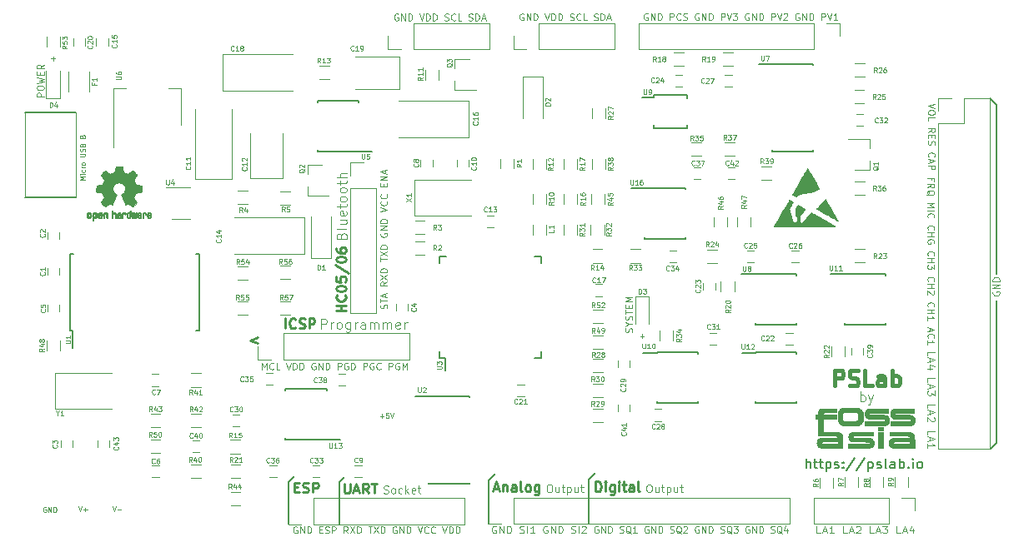
<source format=gto>
G04 #@! TF.FileFunction,Legend,Top*
%FSLAX46Y46*%
G04 Gerber Fmt 4.6, Leading zero omitted, Abs format (unit mm)*
G04 Created by KiCad (PCBNEW 4.0.7-e2-6376~58~ubuntu16.04.1) date Wed Aug 22 23:11:09 2018*
%MOMM*%
%LPD*%
G01*
G04 APERTURE LIST*
%ADD10C,0.100000*%
%ADD11C,0.200000*%
%ADD12C,0.250000*%
%ADD13C,0.400000*%
%ADD14C,0.150000*%
%ADD15C,0.120000*%
%ADD16C,0.010000*%
G04 APERTURE END LIST*
D10*
D11*
X117560000Y-108130000D02*
X118170000Y-107520000D01*
X117560000Y-112400000D02*
X117560000Y-108130000D01*
X122720000Y-108170000D02*
X123260000Y-107630000D01*
X122720000Y-108390000D02*
X122720000Y-108170000D01*
X122720000Y-112420000D02*
X122720000Y-108390000D01*
D12*
X118189524Y-108658571D02*
X118522858Y-108658571D01*
X118665715Y-109182381D02*
X118189524Y-109182381D01*
X118189524Y-108182381D01*
X118665715Y-108182381D01*
X119046667Y-109134762D02*
X119189524Y-109182381D01*
X119427620Y-109182381D01*
X119522858Y-109134762D01*
X119570477Y-109087143D01*
X119618096Y-108991905D01*
X119618096Y-108896667D01*
X119570477Y-108801429D01*
X119522858Y-108753810D01*
X119427620Y-108706190D01*
X119237143Y-108658571D01*
X119141905Y-108610952D01*
X119094286Y-108563333D01*
X119046667Y-108468095D01*
X119046667Y-108372857D01*
X119094286Y-108277619D01*
X119141905Y-108230000D01*
X119237143Y-108182381D01*
X119475239Y-108182381D01*
X119618096Y-108230000D01*
X120046667Y-109182381D02*
X120046667Y-108182381D01*
X120427620Y-108182381D01*
X120522858Y-108230000D01*
X120570477Y-108277619D01*
X120618096Y-108372857D01*
X120618096Y-108515714D01*
X120570477Y-108610952D01*
X120522858Y-108658571D01*
X120427620Y-108706190D01*
X120046667Y-108706190D01*
X114420953Y-93415714D02*
X113659048Y-93701429D01*
X114420953Y-93987143D01*
D11*
X148090000Y-111000000D02*
X148090000Y-112310000D01*
X137870000Y-111020000D02*
X137870000Y-112330000D01*
X137870000Y-111020000D02*
X137870000Y-107980000D01*
D10*
X127261429Y-109243810D02*
X127375715Y-109281905D01*
X127566191Y-109281905D01*
X127642381Y-109243810D01*
X127680477Y-109205714D01*
X127718572Y-109129524D01*
X127718572Y-109053333D01*
X127680477Y-108977143D01*
X127642381Y-108939048D01*
X127566191Y-108900952D01*
X127413810Y-108862857D01*
X127337619Y-108824762D01*
X127299524Y-108786667D01*
X127261429Y-108710476D01*
X127261429Y-108634286D01*
X127299524Y-108558095D01*
X127337619Y-108520000D01*
X127413810Y-108481905D01*
X127604286Y-108481905D01*
X127718572Y-108520000D01*
X128175715Y-109281905D02*
X128099524Y-109243810D01*
X128061429Y-109205714D01*
X128023334Y-109129524D01*
X128023334Y-108900952D01*
X128061429Y-108824762D01*
X128099524Y-108786667D01*
X128175715Y-108748571D01*
X128290001Y-108748571D01*
X128366191Y-108786667D01*
X128404286Y-108824762D01*
X128442382Y-108900952D01*
X128442382Y-109129524D01*
X128404286Y-109205714D01*
X128366191Y-109243810D01*
X128290001Y-109281905D01*
X128175715Y-109281905D01*
X129128096Y-109243810D02*
X129051906Y-109281905D01*
X128899525Y-109281905D01*
X128823334Y-109243810D01*
X128785239Y-109205714D01*
X128747144Y-109129524D01*
X128747144Y-108900952D01*
X128785239Y-108824762D01*
X128823334Y-108786667D01*
X128899525Y-108748571D01*
X129051906Y-108748571D01*
X129128096Y-108786667D01*
X129470953Y-109281905D02*
X129470953Y-108481905D01*
X129547144Y-108977143D02*
X129775715Y-109281905D01*
X129775715Y-108748571D02*
X129470953Y-109053333D01*
X130423334Y-109243810D02*
X130347144Y-109281905D01*
X130194763Y-109281905D01*
X130118572Y-109243810D01*
X130080477Y-109167619D01*
X130080477Y-108862857D01*
X130118572Y-108786667D01*
X130194763Y-108748571D01*
X130347144Y-108748571D01*
X130423334Y-108786667D01*
X130461429Y-108862857D01*
X130461429Y-108939048D01*
X130080477Y-109015238D01*
X130690000Y-108748571D02*
X130994762Y-108748571D01*
X130804286Y-108481905D02*
X130804286Y-109167619D01*
X130842381Y-109243810D01*
X130918572Y-109281905D01*
X130994762Y-109281905D01*
D12*
X123234762Y-108262381D02*
X123234762Y-109071905D01*
X123282381Y-109167143D01*
X123330000Y-109214762D01*
X123425238Y-109262381D01*
X123615715Y-109262381D01*
X123710953Y-109214762D01*
X123758572Y-109167143D01*
X123806191Y-109071905D01*
X123806191Y-108262381D01*
X124234762Y-108976667D02*
X124710953Y-108976667D01*
X124139524Y-109262381D02*
X124472857Y-108262381D01*
X124806191Y-109262381D01*
X125710953Y-109262381D02*
X125377619Y-108786190D01*
X125139524Y-109262381D02*
X125139524Y-108262381D01*
X125520477Y-108262381D01*
X125615715Y-108310000D01*
X125663334Y-108357619D01*
X125710953Y-108452857D01*
X125710953Y-108595714D01*
X125663334Y-108690952D01*
X125615715Y-108738571D01*
X125520477Y-108786190D01*
X125139524Y-108786190D01*
X125996667Y-108262381D02*
X126568096Y-108262381D01*
X126282381Y-109262381D02*
X126282381Y-108262381D01*
D10*
X127569286Y-90471428D02*
X127602143Y-90372857D01*
X127602143Y-90208571D01*
X127569286Y-90142857D01*
X127536429Y-90110000D01*
X127470714Y-90077143D01*
X127405000Y-90077143D01*
X127339286Y-90110000D01*
X127306429Y-90142857D01*
X127273571Y-90208571D01*
X127240714Y-90340000D01*
X127207857Y-90405714D01*
X127175000Y-90438571D01*
X127109286Y-90471428D01*
X127043571Y-90471428D01*
X126977857Y-90438571D01*
X126945000Y-90405714D01*
X126912143Y-90340000D01*
X126912143Y-90175714D01*
X126945000Y-90077143D01*
X126912143Y-89880000D02*
X126912143Y-89485714D01*
X127602143Y-89682857D02*
X126912143Y-89682857D01*
X127405000Y-89288571D02*
X127405000Y-88960000D01*
X127602143Y-89354286D02*
X126912143Y-89124286D01*
X127602143Y-88894286D01*
X127602143Y-87744286D02*
X127273571Y-87974286D01*
X127602143Y-88138571D02*
X126912143Y-88138571D01*
X126912143Y-87875714D01*
X126945000Y-87810000D01*
X126977857Y-87777143D01*
X127043571Y-87744286D01*
X127142143Y-87744286D01*
X127207857Y-87777143D01*
X127240714Y-87810000D01*
X127273571Y-87875714D01*
X127273571Y-88138571D01*
X126912143Y-87514286D02*
X127602143Y-87054286D01*
X126912143Y-87054286D02*
X127602143Y-87514286D01*
X127602143Y-86791428D02*
X126912143Y-86791428D01*
X126912143Y-86627143D01*
X126945000Y-86528571D01*
X127010714Y-86462857D01*
X127076429Y-86430000D01*
X127207857Y-86397143D01*
X127306429Y-86397143D01*
X127437857Y-86430000D01*
X127503571Y-86462857D01*
X127569286Y-86528571D01*
X127602143Y-86627143D01*
X127602143Y-86791428D01*
X126912143Y-85674286D02*
X126912143Y-85280000D01*
X127602143Y-85477143D02*
X126912143Y-85477143D01*
X126912143Y-85115715D02*
X127602143Y-84655715D01*
X126912143Y-84655715D02*
X127602143Y-85115715D01*
X127602143Y-84392857D02*
X126912143Y-84392857D01*
X126912143Y-84228572D01*
X126945000Y-84130000D01*
X127010714Y-84064286D01*
X127076429Y-84031429D01*
X127207857Y-83998572D01*
X127306429Y-83998572D01*
X127437857Y-84031429D01*
X127503571Y-84064286D01*
X127569286Y-84130000D01*
X127602143Y-84228572D01*
X127602143Y-84392857D01*
X126945000Y-82815715D02*
X126912143Y-82881429D01*
X126912143Y-82980000D01*
X126945000Y-83078572D01*
X127010714Y-83144286D01*
X127076429Y-83177143D01*
X127207857Y-83210000D01*
X127306429Y-83210000D01*
X127437857Y-83177143D01*
X127503571Y-83144286D01*
X127569286Y-83078572D01*
X127602143Y-82980000D01*
X127602143Y-82914286D01*
X127569286Y-82815715D01*
X127536429Y-82782858D01*
X127306429Y-82782858D01*
X127306429Y-82914286D01*
X127602143Y-82487143D02*
X126912143Y-82487143D01*
X127602143Y-82092858D01*
X126912143Y-82092858D01*
X127602143Y-81764286D02*
X126912143Y-81764286D01*
X126912143Y-81600001D01*
X126945000Y-81501429D01*
X127010714Y-81435715D01*
X127076429Y-81402858D01*
X127207857Y-81370001D01*
X127306429Y-81370001D01*
X127437857Y-81402858D01*
X127503571Y-81435715D01*
X127569286Y-81501429D01*
X127602143Y-81600001D01*
X127602143Y-81764286D01*
X126912143Y-80647144D02*
X127602143Y-80417144D01*
X126912143Y-80187144D01*
X127536429Y-79562858D02*
X127569286Y-79595715D01*
X127602143Y-79694286D01*
X127602143Y-79760000D01*
X127569286Y-79858572D01*
X127503571Y-79924286D01*
X127437857Y-79957143D01*
X127306429Y-79990000D01*
X127207857Y-79990000D01*
X127076429Y-79957143D01*
X127010714Y-79924286D01*
X126945000Y-79858572D01*
X126912143Y-79760000D01*
X126912143Y-79694286D01*
X126945000Y-79595715D01*
X126977857Y-79562858D01*
X127536429Y-78872858D02*
X127569286Y-78905715D01*
X127602143Y-79004286D01*
X127602143Y-79070000D01*
X127569286Y-79168572D01*
X127503571Y-79234286D01*
X127437857Y-79267143D01*
X127306429Y-79300000D01*
X127207857Y-79300000D01*
X127076429Y-79267143D01*
X127010714Y-79234286D01*
X126945000Y-79168572D01*
X126912143Y-79070000D01*
X126912143Y-79004286D01*
X126945000Y-78905715D01*
X126977857Y-78872858D01*
X127240714Y-78051429D02*
X127240714Y-77821429D01*
X127602143Y-77722858D02*
X127602143Y-78051429D01*
X126912143Y-78051429D01*
X126912143Y-77722858D01*
X127602143Y-77427143D02*
X126912143Y-77427143D01*
X127602143Y-77032858D01*
X126912143Y-77032858D01*
X127405000Y-76737143D02*
X127405000Y-76408572D01*
X127602143Y-76802858D02*
X126912143Y-76572858D01*
X127602143Y-76342858D01*
X154120952Y-108361905D02*
X154273333Y-108361905D01*
X154349524Y-108400000D01*
X154425714Y-108476190D01*
X154463809Y-108628571D01*
X154463809Y-108895238D01*
X154425714Y-109047619D01*
X154349524Y-109123810D01*
X154273333Y-109161905D01*
X154120952Y-109161905D01*
X154044762Y-109123810D01*
X153968571Y-109047619D01*
X153930476Y-108895238D01*
X153930476Y-108628571D01*
X153968571Y-108476190D01*
X154044762Y-108400000D01*
X154120952Y-108361905D01*
X155149523Y-108628571D02*
X155149523Y-109161905D01*
X154806666Y-108628571D02*
X154806666Y-109047619D01*
X154844761Y-109123810D01*
X154920952Y-109161905D01*
X155035238Y-109161905D01*
X155111428Y-109123810D01*
X155149523Y-109085714D01*
X155416190Y-108628571D02*
X155720952Y-108628571D01*
X155530476Y-108361905D02*
X155530476Y-109047619D01*
X155568571Y-109123810D01*
X155644762Y-109161905D01*
X155720952Y-109161905D01*
X155987619Y-108628571D02*
X155987619Y-109428571D01*
X155987619Y-108666667D02*
X156063810Y-108628571D01*
X156216191Y-108628571D01*
X156292381Y-108666667D01*
X156330476Y-108704762D01*
X156368572Y-108780952D01*
X156368572Y-109009524D01*
X156330476Y-109085714D01*
X156292381Y-109123810D01*
X156216191Y-109161905D01*
X156063810Y-109161905D01*
X155987619Y-109123810D01*
X157054286Y-108628571D02*
X157054286Y-109161905D01*
X156711429Y-108628571D02*
X156711429Y-109047619D01*
X156749524Y-109123810D01*
X156825715Y-109161905D01*
X156940001Y-109161905D01*
X157016191Y-109123810D01*
X157054286Y-109085714D01*
X157320953Y-108628571D02*
X157625715Y-108628571D01*
X157435239Y-108361905D02*
X157435239Y-109047619D01*
X157473334Y-109123810D01*
X157549525Y-109161905D01*
X157625715Y-109161905D01*
X144020952Y-108361905D02*
X144173333Y-108361905D01*
X144249524Y-108400000D01*
X144325714Y-108476190D01*
X144363809Y-108628571D01*
X144363809Y-108895238D01*
X144325714Y-109047619D01*
X144249524Y-109123810D01*
X144173333Y-109161905D01*
X144020952Y-109161905D01*
X143944762Y-109123810D01*
X143868571Y-109047619D01*
X143830476Y-108895238D01*
X143830476Y-108628571D01*
X143868571Y-108476190D01*
X143944762Y-108400000D01*
X144020952Y-108361905D01*
X145049523Y-108628571D02*
X145049523Y-109161905D01*
X144706666Y-108628571D02*
X144706666Y-109047619D01*
X144744761Y-109123810D01*
X144820952Y-109161905D01*
X144935238Y-109161905D01*
X145011428Y-109123810D01*
X145049523Y-109085714D01*
X145316190Y-108628571D02*
X145620952Y-108628571D01*
X145430476Y-108361905D02*
X145430476Y-109047619D01*
X145468571Y-109123810D01*
X145544762Y-109161905D01*
X145620952Y-109161905D01*
X145887619Y-108628571D02*
X145887619Y-109428571D01*
X145887619Y-108666667D02*
X145963810Y-108628571D01*
X146116191Y-108628571D01*
X146192381Y-108666667D01*
X146230476Y-108704762D01*
X146268572Y-108780952D01*
X146268572Y-109009524D01*
X146230476Y-109085714D01*
X146192381Y-109123810D01*
X146116191Y-109161905D01*
X145963810Y-109161905D01*
X145887619Y-109123810D01*
X146954286Y-108628571D02*
X146954286Y-109161905D01*
X146611429Y-108628571D02*
X146611429Y-109047619D01*
X146649524Y-109123810D01*
X146725715Y-109161905D01*
X146840001Y-109161905D01*
X146916191Y-109123810D01*
X146954286Y-109085714D01*
X147220953Y-108628571D02*
X147525715Y-108628571D01*
X147335239Y-108361905D02*
X147335239Y-109047619D01*
X147373334Y-109123810D01*
X147449525Y-109161905D01*
X147525715Y-109161905D01*
X175654762Y-99942381D02*
X175654762Y-98942381D01*
X175654762Y-99323333D02*
X175750000Y-99275714D01*
X175940477Y-99275714D01*
X176035715Y-99323333D01*
X176083334Y-99370952D01*
X176130953Y-99466190D01*
X176130953Y-99751905D01*
X176083334Y-99847143D01*
X176035715Y-99894762D01*
X175940477Y-99942381D01*
X175750000Y-99942381D01*
X175654762Y-99894762D01*
X176464286Y-99275714D02*
X176702381Y-99942381D01*
X176940477Y-99275714D02*
X176702381Y-99942381D01*
X176607143Y-100180476D01*
X176559524Y-100228095D01*
X176464286Y-100275714D01*
D11*
X137870000Y-107980000D02*
X138540000Y-107310000D01*
X148090000Y-107880000D02*
X148750000Y-107220000D01*
X148090000Y-110990000D02*
X148090000Y-107880000D01*
D12*
X148759524Y-109082381D02*
X148759524Y-108082381D01*
X148997619Y-108082381D01*
X149140477Y-108130000D01*
X149235715Y-108225238D01*
X149283334Y-108320476D01*
X149330953Y-108510952D01*
X149330953Y-108653810D01*
X149283334Y-108844286D01*
X149235715Y-108939524D01*
X149140477Y-109034762D01*
X148997619Y-109082381D01*
X148759524Y-109082381D01*
X149759524Y-109082381D02*
X149759524Y-108415714D01*
X149759524Y-108082381D02*
X149711905Y-108130000D01*
X149759524Y-108177619D01*
X149807143Y-108130000D01*
X149759524Y-108082381D01*
X149759524Y-108177619D01*
X150664286Y-108415714D02*
X150664286Y-109225238D01*
X150616667Y-109320476D01*
X150569048Y-109368095D01*
X150473809Y-109415714D01*
X150330952Y-109415714D01*
X150235714Y-109368095D01*
X150664286Y-109034762D02*
X150569048Y-109082381D01*
X150378571Y-109082381D01*
X150283333Y-109034762D01*
X150235714Y-108987143D01*
X150188095Y-108891905D01*
X150188095Y-108606190D01*
X150235714Y-108510952D01*
X150283333Y-108463333D01*
X150378571Y-108415714D01*
X150569048Y-108415714D01*
X150664286Y-108463333D01*
X151140476Y-109082381D02*
X151140476Y-108415714D01*
X151140476Y-108082381D02*
X151092857Y-108130000D01*
X151140476Y-108177619D01*
X151188095Y-108130000D01*
X151140476Y-108082381D01*
X151140476Y-108177619D01*
X151473809Y-108415714D02*
X151854761Y-108415714D01*
X151616666Y-108082381D02*
X151616666Y-108939524D01*
X151664285Y-109034762D01*
X151759523Y-109082381D01*
X151854761Y-109082381D01*
X152616667Y-109082381D02*
X152616667Y-108558571D01*
X152569048Y-108463333D01*
X152473810Y-108415714D01*
X152283333Y-108415714D01*
X152188095Y-108463333D01*
X152616667Y-109034762D02*
X152521429Y-109082381D01*
X152283333Y-109082381D01*
X152188095Y-109034762D01*
X152140476Y-108939524D01*
X152140476Y-108844286D01*
X152188095Y-108749048D01*
X152283333Y-108701429D01*
X152521429Y-108701429D01*
X152616667Y-108653810D01*
X153235714Y-109082381D02*
X153140476Y-109034762D01*
X153092857Y-108939524D01*
X153092857Y-108082381D01*
X138440476Y-108796667D02*
X138916667Y-108796667D01*
X138345238Y-109082381D02*
X138678571Y-108082381D01*
X139011905Y-109082381D01*
X139345238Y-108415714D02*
X139345238Y-109082381D01*
X139345238Y-108510952D02*
X139392857Y-108463333D01*
X139488095Y-108415714D01*
X139630953Y-108415714D01*
X139726191Y-108463333D01*
X139773810Y-108558571D01*
X139773810Y-109082381D01*
X140678572Y-109082381D02*
X140678572Y-108558571D01*
X140630953Y-108463333D01*
X140535715Y-108415714D01*
X140345238Y-108415714D01*
X140250000Y-108463333D01*
X140678572Y-109034762D02*
X140583334Y-109082381D01*
X140345238Y-109082381D01*
X140250000Y-109034762D01*
X140202381Y-108939524D01*
X140202381Y-108844286D01*
X140250000Y-108749048D01*
X140345238Y-108701429D01*
X140583334Y-108701429D01*
X140678572Y-108653810D01*
X141297619Y-109082381D02*
X141202381Y-109034762D01*
X141154762Y-108939524D01*
X141154762Y-108082381D01*
X141821429Y-109082381D02*
X141726191Y-109034762D01*
X141678572Y-108987143D01*
X141630953Y-108891905D01*
X141630953Y-108606190D01*
X141678572Y-108510952D01*
X141726191Y-108463333D01*
X141821429Y-108415714D01*
X141964287Y-108415714D01*
X142059525Y-108463333D01*
X142107144Y-108510952D01*
X142154763Y-108606190D01*
X142154763Y-108891905D01*
X142107144Y-108987143D01*
X142059525Y-109034762D01*
X141964287Y-109082381D01*
X141821429Y-109082381D01*
X143011906Y-108415714D02*
X143011906Y-109225238D01*
X142964287Y-109320476D01*
X142916668Y-109368095D01*
X142821429Y-109415714D01*
X142678572Y-109415714D01*
X142583334Y-109368095D01*
X143011906Y-109034762D02*
X142916668Y-109082381D01*
X142726191Y-109082381D01*
X142630953Y-109034762D01*
X142583334Y-108987143D01*
X142535715Y-108891905D01*
X142535715Y-108606190D01*
X142583334Y-108510952D01*
X142630953Y-108463333D01*
X142726191Y-108415714D01*
X142916668Y-108415714D01*
X143011906Y-108463333D01*
D11*
X188860000Y-104730000D02*
X188820000Y-104730000D01*
X189430000Y-104160000D02*
X188860000Y-104730000D01*
X189430000Y-89700000D02*
X189430000Y-104160000D01*
X189430000Y-69760000D02*
X188780000Y-69110000D01*
X189430000Y-70920000D02*
X189430000Y-69760000D01*
X189430000Y-86970000D02*
X189430000Y-70920000D01*
D10*
X189110000Y-88763333D02*
X189076667Y-88829999D01*
X189076667Y-88929999D01*
X189110000Y-89029999D01*
X189176667Y-89096666D01*
X189243333Y-89129999D01*
X189376667Y-89163333D01*
X189476667Y-89163333D01*
X189610000Y-89129999D01*
X189676667Y-89096666D01*
X189743333Y-89029999D01*
X189776667Y-88929999D01*
X189776667Y-88863333D01*
X189743333Y-88763333D01*
X189710000Y-88729999D01*
X189476667Y-88729999D01*
X189476667Y-88863333D01*
X189776667Y-88429999D02*
X189076667Y-88429999D01*
X189776667Y-88029999D01*
X189076667Y-88029999D01*
X189776667Y-87696666D02*
X189076667Y-87696666D01*
X189076667Y-87530000D01*
X189110000Y-87430000D01*
X189176667Y-87363333D01*
X189243333Y-87330000D01*
X189376667Y-87296666D01*
X189476667Y-87296666D01*
X189610000Y-87330000D01*
X189676667Y-87363333D01*
X189743333Y-87430000D01*
X189776667Y-87530000D01*
X189776667Y-87696666D01*
X122948571Y-83080000D02*
X122996190Y-82937143D01*
X123043810Y-82889524D01*
X123139048Y-82841905D01*
X123281905Y-82841905D01*
X123377143Y-82889524D01*
X123424762Y-82937143D01*
X123472381Y-83032381D01*
X123472381Y-83413334D01*
X122472381Y-83413334D01*
X122472381Y-83080000D01*
X122520000Y-82984762D01*
X122567619Y-82937143D01*
X122662857Y-82889524D01*
X122758095Y-82889524D01*
X122853333Y-82937143D01*
X122900952Y-82984762D01*
X122948571Y-83080000D01*
X122948571Y-83413334D01*
X123472381Y-82270477D02*
X123424762Y-82365715D01*
X123329524Y-82413334D01*
X122472381Y-82413334D01*
X122805714Y-81460952D02*
X123472381Y-81460952D01*
X122805714Y-81889524D02*
X123329524Y-81889524D01*
X123424762Y-81841905D01*
X123472381Y-81746667D01*
X123472381Y-81603809D01*
X123424762Y-81508571D01*
X123377143Y-81460952D01*
X123424762Y-80603809D02*
X123472381Y-80699047D01*
X123472381Y-80889524D01*
X123424762Y-80984762D01*
X123329524Y-81032381D01*
X122948571Y-81032381D01*
X122853333Y-80984762D01*
X122805714Y-80889524D01*
X122805714Y-80699047D01*
X122853333Y-80603809D01*
X122948571Y-80556190D01*
X123043810Y-80556190D01*
X123139048Y-81032381D01*
X122805714Y-80270476D02*
X122805714Y-79889524D01*
X122472381Y-80127619D02*
X123329524Y-80127619D01*
X123424762Y-80080000D01*
X123472381Y-79984762D01*
X123472381Y-79889524D01*
X123472381Y-79413333D02*
X123424762Y-79508571D01*
X123377143Y-79556190D01*
X123281905Y-79603809D01*
X122996190Y-79603809D01*
X122900952Y-79556190D01*
X122853333Y-79508571D01*
X122805714Y-79413333D01*
X122805714Y-79270475D01*
X122853333Y-79175237D01*
X122900952Y-79127618D01*
X122996190Y-79079999D01*
X123281905Y-79079999D01*
X123377143Y-79127618D01*
X123424762Y-79175237D01*
X123472381Y-79270475D01*
X123472381Y-79413333D01*
X123472381Y-78508571D02*
X123424762Y-78603809D01*
X123377143Y-78651428D01*
X123281905Y-78699047D01*
X122996190Y-78699047D01*
X122900952Y-78651428D01*
X122853333Y-78603809D01*
X122805714Y-78508571D01*
X122805714Y-78365713D01*
X122853333Y-78270475D01*
X122900952Y-78222856D01*
X122996190Y-78175237D01*
X123281905Y-78175237D01*
X123377143Y-78222856D01*
X123424762Y-78270475D01*
X123472381Y-78365713D01*
X123472381Y-78508571D01*
X122805714Y-77889523D02*
X122805714Y-77508571D01*
X122472381Y-77746666D02*
X123329524Y-77746666D01*
X123424762Y-77699047D01*
X123472381Y-77603809D01*
X123472381Y-77508571D01*
X123472381Y-77175237D02*
X122472381Y-77175237D01*
X123472381Y-76746665D02*
X122948571Y-76746665D01*
X122853333Y-76794284D01*
X122805714Y-76889522D01*
X122805714Y-77032380D01*
X122853333Y-77127618D01*
X122900952Y-77175237D01*
D12*
X123412381Y-90724286D02*
X122412381Y-90724286D01*
X122888571Y-90724286D02*
X122888571Y-90152857D01*
X123412381Y-90152857D02*
X122412381Y-90152857D01*
X123317143Y-89105238D02*
X123364762Y-89152857D01*
X123412381Y-89295714D01*
X123412381Y-89390952D01*
X123364762Y-89533810D01*
X123269524Y-89629048D01*
X123174286Y-89676667D01*
X122983810Y-89724286D01*
X122840952Y-89724286D01*
X122650476Y-89676667D01*
X122555238Y-89629048D01*
X122460000Y-89533810D01*
X122412381Y-89390952D01*
X122412381Y-89295714D01*
X122460000Y-89152857D01*
X122507619Y-89105238D01*
X122412381Y-88486191D02*
X122412381Y-88390952D01*
X122460000Y-88295714D01*
X122507619Y-88248095D01*
X122602857Y-88200476D01*
X122793333Y-88152857D01*
X123031429Y-88152857D01*
X123221905Y-88200476D01*
X123317143Y-88248095D01*
X123364762Y-88295714D01*
X123412381Y-88390952D01*
X123412381Y-88486191D01*
X123364762Y-88581429D01*
X123317143Y-88629048D01*
X123221905Y-88676667D01*
X123031429Y-88724286D01*
X122793333Y-88724286D01*
X122602857Y-88676667D01*
X122507619Y-88629048D01*
X122460000Y-88581429D01*
X122412381Y-88486191D01*
X122412381Y-87248095D02*
X122412381Y-87724286D01*
X122888571Y-87771905D01*
X122840952Y-87724286D01*
X122793333Y-87629048D01*
X122793333Y-87390952D01*
X122840952Y-87295714D01*
X122888571Y-87248095D01*
X122983810Y-87200476D01*
X123221905Y-87200476D01*
X123317143Y-87248095D01*
X123364762Y-87295714D01*
X123412381Y-87390952D01*
X123412381Y-87629048D01*
X123364762Y-87724286D01*
X123317143Y-87771905D01*
X122364762Y-86057619D02*
X123650476Y-86914762D01*
X122412381Y-85533810D02*
X122412381Y-85438571D01*
X122460000Y-85343333D01*
X122507619Y-85295714D01*
X122602857Y-85248095D01*
X122793333Y-85200476D01*
X123031429Y-85200476D01*
X123221905Y-85248095D01*
X123317143Y-85295714D01*
X123364762Y-85343333D01*
X123412381Y-85438571D01*
X123412381Y-85533810D01*
X123364762Y-85629048D01*
X123317143Y-85676667D01*
X123221905Y-85724286D01*
X123031429Y-85771905D01*
X122793333Y-85771905D01*
X122602857Y-85724286D01*
X122507619Y-85676667D01*
X122460000Y-85629048D01*
X122412381Y-85533810D01*
X122412381Y-84343333D02*
X122412381Y-84533810D01*
X122460000Y-84629048D01*
X122507619Y-84676667D01*
X122650476Y-84771905D01*
X122840952Y-84819524D01*
X123221905Y-84819524D01*
X123317143Y-84771905D01*
X123364762Y-84724286D01*
X123412381Y-84629048D01*
X123412381Y-84438571D01*
X123364762Y-84343333D01*
X123317143Y-84295714D01*
X123221905Y-84248095D01*
X122983810Y-84248095D01*
X122888571Y-84295714D01*
X122840952Y-84343333D01*
X122793333Y-84438571D01*
X122793333Y-84629048D01*
X122840952Y-84724286D01*
X122888571Y-84771905D01*
X122983810Y-84819524D01*
D10*
X141427857Y-60515000D02*
X141362143Y-60482143D01*
X141263572Y-60482143D01*
X141165000Y-60515000D01*
X141099286Y-60580714D01*
X141066429Y-60646429D01*
X141033572Y-60777857D01*
X141033572Y-60876429D01*
X141066429Y-61007857D01*
X141099286Y-61073571D01*
X141165000Y-61139286D01*
X141263572Y-61172143D01*
X141329286Y-61172143D01*
X141427857Y-61139286D01*
X141460714Y-61106429D01*
X141460714Y-60876429D01*
X141329286Y-60876429D01*
X141756429Y-61172143D02*
X141756429Y-60482143D01*
X142150714Y-61172143D01*
X142150714Y-60482143D01*
X142479286Y-61172143D02*
X142479286Y-60482143D01*
X142643571Y-60482143D01*
X142742143Y-60515000D01*
X142807857Y-60580714D01*
X142840714Y-60646429D01*
X142873571Y-60777857D01*
X142873571Y-60876429D01*
X142840714Y-61007857D01*
X142807857Y-61073571D01*
X142742143Y-61139286D01*
X142643571Y-61172143D01*
X142479286Y-61172143D01*
X143596428Y-60482143D02*
X143826428Y-61172143D01*
X144056428Y-60482143D01*
X144286429Y-61172143D02*
X144286429Y-60482143D01*
X144450714Y-60482143D01*
X144549286Y-60515000D01*
X144615000Y-60580714D01*
X144647857Y-60646429D01*
X144680714Y-60777857D01*
X144680714Y-60876429D01*
X144647857Y-61007857D01*
X144615000Y-61073571D01*
X144549286Y-61139286D01*
X144450714Y-61172143D01*
X144286429Y-61172143D01*
X144976429Y-61172143D02*
X144976429Y-60482143D01*
X145140714Y-60482143D01*
X145239286Y-60515000D01*
X145305000Y-60580714D01*
X145337857Y-60646429D01*
X145370714Y-60777857D01*
X145370714Y-60876429D01*
X145337857Y-61007857D01*
X145305000Y-61073571D01*
X145239286Y-61139286D01*
X145140714Y-61172143D01*
X144976429Y-61172143D01*
X146159286Y-61139286D02*
X146257857Y-61172143D01*
X146422143Y-61172143D01*
X146487857Y-61139286D01*
X146520714Y-61106429D01*
X146553571Y-61040714D01*
X146553571Y-60975000D01*
X146520714Y-60909286D01*
X146487857Y-60876429D01*
X146422143Y-60843571D01*
X146290714Y-60810714D01*
X146225000Y-60777857D01*
X146192143Y-60745000D01*
X146159286Y-60679286D01*
X146159286Y-60613571D01*
X146192143Y-60547857D01*
X146225000Y-60515000D01*
X146290714Y-60482143D01*
X146455000Y-60482143D01*
X146553571Y-60515000D01*
X147243571Y-61106429D02*
X147210714Y-61139286D01*
X147112143Y-61172143D01*
X147046429Y-61172143D01*
X146947857Y-61139286D01*
X146882143Y-61073571D01*
X146849286Y-61007857D01*
X146816429Y-60876429D01*
X146816429Y-60777857D01*
X146849286Y-60646429D01*
X146882143Y-60580714D01*
X146947857Y-60515000D01*
X147046429Y-60482143D01*
X147112143Y-60482143D01*
X147210714Y-60515000D01*
X147243571Y-60547857D01*
X147867857Y-61172143D02*
X147539286Y-61172143D01*
X147539286Y-60482143D01*
X148590714Y-61139286D02*
X148689285Y-61172143D01*
X148853571Y-61172143D01*
X148919285Y-61139286D01*
X148952142Y-61106429D01*
X148984999Y-61040714D01*
X148984999Y-60975000D01*
X148952142Y-60909286D01*
X148919285Y-60876429D01*
X148853571Y-60843571D01*
X148722142Y-60810714D01*
X148656428Y-60777857D01*
X148623571Y-60745000D01*
X148590714Y-60679286D01*
X148590714Y-60613571D01*
X148623571Y-60547857D01*
X148656428Y-60515000D01*
X148722142Y-60482143D01*
X148886428Y-60482143D01*
X148984999Y-60515000D01*
X149280714Y-61172143D02*
X149280714Y-60482143D01*
X149444999Y-60482143D01*
X149543571Y-60515000D01*
X149609285Y-60580714D01*
X149642142Y-60646429D01*
X149674999Y-60777857D01*
X149674999Y-60876429D01*
X149642142Y-61007857D01*
X149609285Y-61073571D01*
X149543571Y-61139286D01*
X149444999Y-61172143D01*
X149280714Y-61172143D01*
X149937857Y-60975000D02*
X150266428Y-60975000D01*
X149872142Y-61172143D02*
X150102142Y-60482143D01*
X150332142Y-61172143D01*
X128707857Y-60535000D02*
X128642143Y-60502143D01*
X128543572Y-60502143D01*
X128445000Y-60535000D01*
X128379286Y-60600714D01*
X128346429Y-60666429D01*
X128313572Y-60797857D01*
X128313572Y-60896429D01*
X128346429Y-61027857D01*
X128379286Y-61093571D01*
X128445000Y-61159286D01*
X128543572Y-61192143D01*
X128609286Y-61192143D01*
X128707857Y-61159286D01*
X128740714Y-61126429D01*
X128740714Y-60896429D01*
X128609286Y-60896429D01*
X129036429Y-61192143D02*
X129036429Y-60502143D01*
X129430714Y-61192143D01*
X129430714Y-60502143D01*
X129759286Y-61192143D02*
X129759286Y-60502143D01*
X129923571Y-60502143D01*
X130022143Y-60535000D01*
X130087857Y-60600714D01*
X130120714Y-60666429D01*
X130153571Y-60797857D01*
X130153571Y-60896429D01*
X130120714Y-61027857D01*
X130087857Y-61093571D01*
X130022143Y-61159286D01*
X129923571Y-61192143D01*
X129759286Y-61192143D01*
X130876428Y-60502143D02*
X131106428Y-61192143D01*
X131336428Y-60502143D01*
X131566429Y-61192143D02*
X131566429Y-60502143D01*
X131730714Y-60502143D01*
X131829286Y-60535000D01*
X131895000Y-60600714D01*
X131927857Y-60666429D01*
X131960714Y-60797857D01*
X131960714Y-60896429D01*
X131927857Y-61027857D01*
X131895000Y-61093571D01*
X131829286Y-61159286D01*
X131730714Y-61192143D01*
X131566429Y-61192143D01*
X132256429Y-61192143D02*
X132256429Y-60502143D01*
X132420714Y-60502143D01*
X132519286Y-60535000D01*
X132585000Y-60600714D01*
X132617857Y-60666429D01*
X132650714Y-60797857D01*
X132650714Y-60896429D01*
X132617857Y-61027857D01*
X132585000Y-61093571D01*
X132519286Y-61159286D01*
X132420714Y-61192143D01*
X132256429Y-61192143D01*
X133439286Y-61159286D02*
X133537857Y-61192143D01*
X133702143Y-61192143D01*
X133767857Y-61159286D01*
X133800714Y-61126429D01*
X133833571Y-61060714D01*
X133833571Y-60995000D01*
X133800714Y-60929286D01*
X133767857Y-60896429D01*
X133702143Y-60863571D01*
X133570714Y-60830714D01*
X133505000Y-60797857D01*
X133472143Y-60765000D01*
X133439286Y-60699286D01*
X133439286Y-60633571D01*
X133472143Y-60567857D01*
X133505000Y-60535000D01*
X133570714Y-60502143D01*
X133735000Y-60502143D01*
X133833571Y-60535000D01*
X134523571Y-61126429D02*
X134490714Y-61159286D01*
X134392143Y-61192143D01*
X134326429Y-61192143D01*
X134227857Y-61159286D01*
X134162143Y-61093571D01*
X134129286Y-61027857D01*
X134096429Y-60896429D01*
X134096429Y-60797857D01*
X134129286Y-60666429D01*
X134162143Y-60600714D01*
X134227857Y-60535000D01*
X134326429Y-60502143D01*
X134392143Y-60502143D01*
X134490714Y-60535000D01*
X134523571Y-60567857D01*
X135147857Y-61192143D02*
X134819286Y-61192143D01*
X134819286Y-60502143D01*
X135870714Y-61159286D02*
X135969285Y-61192143D01*
X136133571Y-61192143D01*
X136199285Y-61159286D01*
X136232142Y-61126429D01*
X136264999Y-61060714D01*
X136264999Y-60995000D01*
X136232142Y-60929286D01*
X136199285Y-60896429D01*
X136133571Y-60863571D01*
X136002142Y-60830714D01*
X135936428Y-60797857D01*
X135903571Y-60765000D01*
X135870714Y-60699286D01*
X135870714Y-60633571D01*
X135903571Y-60567857D01*
X135936428Y-60535000D01*
X136002142Y-60502143D01*
X136166428Y-60502143D01*
X136264999Y-60535000D01*
X136560714Y-61192143D02*
X136560714Y-60502143D01*
X136724999Y-60502143D01*
X136823571Y-60535000D01*
X136889285Y-60600714D01*
X136922142Y-60666429D01*
X136954999Y-60797857D01*
X136954999Y-60896429D01*
X136922142Y-61027857D01*
X136889285Y-61093571D01*
X136823571Y-61159286D01*
X136724999Y-61192143D01*
X136560714Y-61192143D01*
X137217857Y-60995000D02*
X137546428Y-60995000D01*
X137152142Y-61192143D02*
X137382142Y-60502143D01*
X137612142Y-61192143D01*
D13*
X173003809Y-98343810D02*
X173003809Y-96743810D01*
X173613333Y-96743810D01*
X173765714Y-96820000D01*
X173841905Y-96896190D01*
X173918095Y-97048571D01*
X173918095Y-97277143D01*
X173841905Y-97429524D01*
X173765714Y-97505714D01*
X173613333Y-97581905D01*
X173003809Y-97581905D01*
X174527619Y-98267619D02*
X174756190Y-98343810D01*
X175137143Y-98343810D01*
X175289524Y-98267619D01*
X175365714Y-98191429D01*
X175441905Y-98039048D01*
X175441905Y-97886667D01*
X175365714Y-97734286D01*
X175289524Y-97658095D01*
X175137143Y-97581905D01*
X174832381Y-97505714D01*
X174680000Y-97429524D01*
X174603809Y-97353333D01*
X174527619Y-97200952D01*
X174527619Y-97048571D01*
X174603809Y-96896190D01*
X174680000Y-96820000D01*
X174832381Y-96743810D01*
X175213333Y-96743810D01*
X175441905Y-96820000D01*
X176889524Y-98343810D02*
X176127619Y-98343810D01*
X176127619Y-96743810D01*
X178108572Y-98343810D02*
X178108572Y-97505714D01*
X178032381Y-97353333D01*
X177880000Y-97277143D01*
X177575238Y-97277143D01*
X177422857Y-97353333D01*
X178108572Y-98267619D02*
X177956191Y-98343810D01*
X177575238Y-98343810D01*
X177422857Y-98267619D01*
X177346667Y-98115238D01*
X177346667Y-97962857D01*
X177422857Y-97810476D01*
X177575238Y-97734286D01*
X177956191Y-97734286D01*
X178108572Y-97658095D01*
X178870476Y-98343810D02*
X178870476Y-96743810D01*
X178870476Y-97353333D02*
X179022857Y-97277143D01*
X179327619Y-97277143D01*
X179480000Y-97353333D01*
X179556191Y-97429524D01*
X179632381Y-97581905D01*
X179632381Y-98039048D01*
X179556191Y-98191429D01*
X179480000Y-98267619D01*
X179327619Y-98343810D01*
X179022857Y-98343810D01*
X178870476Y-98267619D01*
D12*
X117243810Y-92482381D02*
X117243810Y-91482381D01*
X118291429Y-92387143D02*
X118243810Y-92434762D01*
X118100953Y-92482381D01*
X118005715Y-92482381D01*
X117862857Y-92434762D01*
X117767619Y-92339524D01*
X117720000Y-92244286D01*
X117672381Y-92053810D01*
X117672381Y-91910952D01*
X117720000Y-91720476D01*
X117767619Y-91625238D01*
X117862857Y-91530000D01*
X118005715Y-91482381D01*
X118100953Y-91482381D01*
X118243810Y-91530000D01*
X118291429Y-91577619D01*
X118672381Y-92434762D02*
X118815238Y-92482381D01*
X119053334Y-92482381D01*
X119148572Y-92434762D01*
X119196191Y-92387143D01*
X119243810Y-92291905D01*
X119243810Y-92196667D01*
X119196191Y-92101429D01*
X119148572Y-92053810D01*
X119053334Y-92006190D01*
X118862857Y-91958571D01*
X118767619Y-91910952D01*
X118720000Y-91863333D01*
X118672381Y-91768095D01*
X118672381Y-91672857D01*
X118720000Y-91577619D01*
X118767619Y-91530000D01*
X118862857Y-91482381D01*
X119100953Y-91482381D01*
X119243810Y-91530000D01*
X119672381Y-92482381D02*
X119672381Y-91482381D01*
X120053334Y-91482381D01*
X120148572Y-91530000D01*
X120196191Y-91577619D01*
X120243810Y-91672857D01*
X120243810Y-91815714D01*
X120196191Y-91910952D01*
X120148572Y-91958571D01*
X120053334Y-92006190D01*
X119672381Y-92006190D01*
D10*
X96926190Y-77401904D02*
X96426190Y-77401904D01*
X96783333Y-77235238D01*
X96426190Y-77068571D01*
X96926190Y-77068571D01*
X96926190Y-76830475D02*
X96592857Y-76830475D01*
X96426190Y-76830475D02*
X96450000Y-76854285D01*
X96473810Y-76830475D01*
X96450000Y-76806666D01*
X96426190Y-76830475D01*
X96473810Y-76830475D01*
X96902381Y-76378095D02*
X96926190Y-76425714D01*
X96926190Y-76520952D01*
X96902381Y-76568571D01*
X96878571Y-76592380D01*
X96830952Y-76616190D01*
X96688095Y-76616190D01*
X96640476Y-76592380D01*
X96616667Y-76568571D01*
X96592857Y-76520952D01*
X96592857Y-76425714D01*
X96616667Y-76378095D01*
X96926190Y-76163809D02*
X96592857Y-76163809D01*
X96688095Y-76163809D02*
X96640476Y-76140000D01*
X96616667Y-76116190D01*
X96592857Y-76068571D01*
X96592857Y-76020952D01*
X96926190Y-75782857D02*
X96902381Y-75830476D01*
X96878571Y-75854285D01*
X96830952Y-75878095D01*
X96688095Y-75878095D01*
X96640476Y-75854285D01*
X96616667Y-75830476D01*
X96592857Y-75782857D01*
X96592857Y-75711428D01*
X96616667Y-75663809D01*
X96640476Y-75640000D01*
X96688095Y-75616190D01*
X96830952Y-75616190D01*
X96878571Y-75640000D01*
X96902381Y-75663809D01*
X96926190Y-75711428D01*
X96926190Y-75782857D01*
X96426190Y-75020952D02*
X96830952Y-75020952D01*
X96878571Y-74997143D01*
X96902381Y-74973333D01*
X96926190Y-74925714D01*
X96926190Y-74830476D01*
X96902381Y-74782857D01*
X96878571Y-74759048D01*
X96830952Y-74735238D01*
X96426190Y-74735238D01*
X96902381Y-74520952D02*
X96926190Y-74449523D01*
X96926190Y-74330476D01*
X96902381Y-74282857D01*
X96878571Y-74259047D01*
X96830952Y-74235238D01*
X96783333Y-74235238D01*
X96735714Y-74259047D01*
X96711905Y-74282857D01*
X96688095Y-74330476D01*
X96664286Y-74425714D01*
X96640476Y-74473333D01*
X96616667Y-74497142D01*
X96569048Y-74520952D01*
X96521429Y-74520952D01*
X96473810Y-74497142D01*
X96450000Y-74473333D01*
X96426190Y-74425714D01*
X96426190Y-74306666D01*
X96450000Y-74235238D01*
X96664286Y-73854286D02*
X96688095Y-73782857D01*
X96711905Y-73759048D01*
X96759524Y-73735238D01*
X96830952Y-73735238D01*
X96878571Y-73759048D01*
X96902381Y-73782857D01*
X96926190Y-73830476D01*
X96926190Y-74020952D01*
X96426190Y-74020952D01*
X96426190Y-73854286D01*
X96450000Y-73806667D01*
X96473810Y-73782857D01*
X96521429Y-73759048D01*
X96569048Y-73759048D01*
X96616667Y-73782857D01*
X96640476Y-73806667D01*
X96664286Y-73854286D01*
X96664286Y-74020952D01*
X96664286Y-72973334D02*
X96688095Y-72901905D01*
X96711905Y-72878096D01*
X96759524Y-72854286D01*
X96830952Y-72854286D01*
X96878571Y-72878096D01*
X96902381Y-72901905D01*
X96926190Y-72949524D01*
X96926190Y-73140000D01*
X96426190Y-73140000D01*
X96426190Y-72973334D01*
X96450000Y-72925715D01*
X96473810Y-72901905D01*
X96521429Y-72878096D01*
X96569048Y-72878096D01*
X96616667Y-72901905D01*
X96640476Y-72925715D01*
X96664286Y-72973334D01*
X96664286Y-73140000D01*
X126867144Y-101415714D02*
X127248096Y-101415714D01*
X127057620Y-101606190D02*
X127057620Y-101225238D01*
X127724287Y-101106190D02*
X127486192Y-101106190D01*
X127462382Y-101344286D01*
X127486192Y-101320476D01*
X127533811Y-101296667D01*
X127652858Y-101296667D01*
X127700477Y-101320476D01*
X127724287Y-101344286D01*
X127748096Y-101391905D01*
X127748096Y-101510952D01*
X127724287Y-101558571D01*
X127700477Y-101582381D01*
X127652858Y-101606190D01*
X127533811Y-101606190D01*
X127486192Y-101582381D01*
X127462382Y-101558571D01*
X127890953Y-101106190D02*
X128057620Y-101606190D01*
X128224286Y-101106190D01*
X99723810Y-110596190D02*
X99890477Y-111096190D01*
X100057143Y-110596190D01*
X100223810Y-110905714D02*
X100604762Y-110905714D01*
X96263810Y-110596190D02*
X96430477Y-111096190D01*
X96597143Y-110596190D01*
X96763810Y-110905714D02*
X97144762Y-110905714D01*
X96954286Y-111096190D02*
X96954286Y-110715238D01*
X92969047Y-110700000D02*
X92921428Y-110676190D01*
X92850000Y-110676190D01*
X92778571Y-110700000D01*
X92730952Y-110747619D01*
X92707143Y-110795238D01*
X92683333Y-110890476D01*
X92683333Y-110961905D01*
X92707143Y-111057143D01*
X92730952Y-111104762D01*
X92778571Y-111152381D01*
X92850000Y-111176190D01*
X92897619Y-111176190D01*
X92969047Y-111152381D01*
X92992857Y-111128571D01*
X92992857Y-110961905D01*
X92897619Y-110961905D01*
X93207143Y-111176190D02*
X93207143Y-110676190D01*
X93492857Y-111176190D01*
X93492857Y-110676190D01*
X93730953Y-111176190D02*
X93730953Y-110676190D01*
X93850000Y-110676190D01*
X93921429Y-110700000D01*
X93969048Y-110747619D01*
X93992857Y-110795238D01*
X94016667Y-110890476D01*
X94016667Y-110961905D01*
X93992857Y-111057143D01*
X93969048Y-111104762D01*
X93921429Y-111152381D01*
X93850000Y-111176190D01*
X93730953Y-111176190D01*
X93489524Y-65075714D02*
X93870476Y-65075714D01*
X93680000Y-65266190D02*
X93680000Y-64885238D01*
X153309524Y-93285714D02*
X153690476Y-93285714D01*
X153500000Y-93476190D02*
X153500000Y-93095238D01*
X120890476Y-92542381D02*
X120890476Y-91542381D01*
X121271429Y-91542381D01*
X121366667Y-91590000D01*
X121414286Y-91637619D01*
X121461905Y-91732857D01*
X121461905Y-91875714D01*
X121414286Y-91970952D01*
X121366667Y-92018571D01*
X121271429Y-92066190D01*
X120890476Y-92066190D01*
X121890476Y-92542381D02*
X121890476Y-91875714D01*
X121890476Y-92066190D02*
X121938095Y-91970952D01*
X121985714Y-91923333D01*
X122080952Y-91875714D01*
X122176191Y-91875714D01*
X122652381Y-92542381D02*
X122557143Y-92494762D01*
X122509524Y-92447143D01*
X122461905Y-92351905D01*
X122461905Y-92066190D01*
X122509524Y-91970952D01*
X122557143Y-91923333D01*
X122652381Y-91875714D01*
X122795239Y-91875714D01*
X122890477Y-91923333D01*
X122938096Y-91970952D01*
X122985715Y-92066190D01*
X122985715Y-92351905D01*
X122938096Y-92447143D01*
X122890477Y-92494762D01*
X122795239Y-92542381D01*
X122652381Y-92542381D01*
X123842858Y-91875714D02*
X123842858Y-92685238D01*
X123795239Y-92780476D01*
X123747620Y-92828095D01*
X123652381Y-92875714D01*
X123509524Y-92875714D01*
X123414286Y-92828095D01*
X123842858Y-92494762D02*
X123747620Y-92542381D01*
X123557143Y-92542381D01*
X123461905Y-92494762D01*
X123414286Y-92447143D01*
X123366667Y-92351905D01*
X123366667Y-92066190D01*
X123414286Y-91970952D01*
X123461905Y-91923333D01*
X123557143Y-91875714D01*
X123747620Y-91875714D01*
X123842858Y-91923333D01*
X124319048Y-92542381D02*
X124319048Y-91875714D01*
X124319048Y-92066190D02*
X124366667Y-91970952D01*
X124414286Y-91923333D01*
X124509524Y-91875714D01*
X124604763Y-91875714D01*
X125366668Y-92542381D02*
X125366668Y-92018571D01*
X125319049Y-91923333D01*
X125223811Y-91875714D01*
X125033334Y-91875714D01*
X124938096Y-91923333D01*
X125366668Y-92494762D02*
X125271430Y-92542381D01*
X125033334Y-92542381D01*
X124938096Y-92494762D01*
X124890477Y-92399524D01*
X124890477Y-92304286D01*
X124938096Y-92209048D01*
X125033334Y-92161429D01*
X125271430Y-92161429D01*
X125366668Y-92113810D01*
X125842858Y-92542381D02*
X125842858Y-91875714D01*
X125842858Y-91970952D02*
X125890477Y-91923333D01*
X125985715Y-91875714D01*
X126128573Y-91875714D01*
X126223811Y-91923333D01*
X126271430Y-92018571D01*
X126271430Y-92542381D01*
X126271430Y-92018571D02*
X126319049Y-91923333D01*
X126414287Y-91875714D01*
X126557144Y-91875714D01*
X126652382Y-91923333D01*
X126700001Y-92018571D01*
X126700001Y-92542381D01*
X127176191Y-92542381D02*
X127176191Y-91875714D01*
X127176191Y-91970952D02*
X127223810Y-91923333D01*
X127319048Y-91875714D01*
X127461906Y-91875714D01*
X127557144Y-91923333D01*
X127604763Y-92018571D01*
X127604763Y-92542381D01*
X127604763Y-92018571D02*
X127652382Y-91923333D01*
X127747620Y-91875714D01*
X127890477Y-91875714D01*
X127985715Y-91923333D01*
X128033334Y-92018571D01*
X128033334Y-92542381D01*
X128890477Y-92494762D02*
X128795239Y-92542381D01*
X128604762Y-92542381D01*
X128509524Y-92494762D01*
X128461905Y-92399524D01*
X128461905Y-92018571D01*
X128509524Y-91923333D01*
X128604762Y-91875714D01*
X128795239Y-91875714D01*
X128890477Y-91923333D01*
X128938096Y-92018571D01*
X128938096Y-92113810D01*
X128461905Y-92209048D01*
X129366667Y-92542381D02*
X129366667Y-91875714D01*
X129366667Y-92066190D02*
X129414286Y-91970952D01*
X129461905Y-91923333D01*
X129557143Y-91875714D01*
X129652382Y-91875714D01*
X152443333Y-92906667D02*
X152476667Y-92806667D01*
X152476667Y-92640000D01*
X152443333Y-92573333D01*
X152410000Y-92540000D01*
X152343333Y-92506667D01*
X152276667Y-92506667D01*
X152210000Y-92540000D01*
X152176667Y-92573333D01*
X152143333Y-92640000D01*
X152110000Y-92773333D01*
X152076667Y-92840000D01*
X152043333Y-92873333D01*
X151976667Y-92906667D01*
X151910000Y-92906667D01*
X151843333Y-92873333D01*
X151810000Y-92840000D01*
X151776667Y-92773333D01*
X151776667Y-92606667D01*
X151810000Y-92506667D01*
X152143333Y-92073333D02*
X152476667Y-92073333D01*
X151776667Y-92306666D02*
X152143333Y-92073333D01*
X151776667Y-91840000D01*
X152443333Y-91640000D02*
X152476667Y-91540000D01*
X152476667Y-91373333D01*
X152443333Y-91306666D01*
X152410000Y-91273333D01*
X152343333Y-91240000D01*
X152276667Y-91240000D01*
X152210000Y-91273333D01*
X152176667Y-91306666D01*
X152143333Y-91373333D01*
X152110000Y-91506666D01*
X152076667Y-91573333D01*
X152043333Y-91606666D01*
X151976667Y-91640000D01*
X151910000Y-91640000D01*
X151843333Y-91606666D01*
X151810000Y-91573333D01*
X151776667Y-91506666D01*
X151776667Y-91340000D01*
X151810000Y-91240000D01*
X151776667Y-91039999D02*
X151776667Y-90639999D01*
X152476667Y-90839999D02*
X151776667Y-90839999D01*
X152110000Y-90406666D02*
X152110000Y-90173333D01*
X152476667Y-90073333D02*
X152476667Y-90406666D01*
X151776667Y-90406666D01*
X151776667Y-90073333D01*
X152476667Y-89773333D02*
X151776667Y-89773333D01*
X152276667Y-89540000D01*
X151776667Y-89306667D01*
X152476667Y-89306667D01*
X92736667Y-68946666D02*
X92036667Y-68946666D01*
X92036667Y-68680000D01*
X92070000Y-68613333D01*
X92103333Y-68580000D01*
X92170000Y-68546666D01*
X92270000Y-68546666D01*
X92336667Y-68580000D01*
X92370000Y-68613333D01*
X92403333Y-68680000D01*
X92403333Y-68946666D01*
X92036667Y-68113333D02*
X92036667Y-67980000D01*
X92070000Y-67913333D01*
X92136667Y-67846666D01*
X92270000Y-67813333D01*
X92503333Y-67813333D01*
X92636667Y-67846666D01*
X92703333Y-67913333D01*
X92736667Y-67980000D01*
X92736667Y-68113333D01*
X92703333Y-68180000D01*
X92636667Y-68246666D01*
X92503333Y-68280000D01*
X92270000Y-68280000D01*
X92136667Y-68246666D01*
X92070000Y-68180000D01*
X92036667Y-68113333D01*
X92036667Y-67580000D02*
X92736667Y-67413333D01*
X92236667Y-67280000D01*
X92736667Y-67146667D01*
X92036667Y-66980000D01*
X92370000Y-66713333D02*
X92370000Y-66480000D01*
X92736667Y-66380000D02*
X92736667Y-66713333D01*
X92036667Y-66713333D01*
X92036667Y-66380000D01*
X92736667Y-65680000D02*
X92403333Y-65913334D01*
X92736667Y-66080000D02*
X92036667Y-66080000D01*
X92036667Y-65813334D01*
X92070000Y-65746667D01*
X92103333Y-65713334D01*
X92170000Y-65680000D01*
X92270000Y-65680000D01*
X92336667Y-65713334D01*
X92370000Y-65746667D01*
X92403333Y-65813334D01*
X92403333Y-66080000D01*
X149004763Y-112635000D02*
X148940001Y-112602143D01*
X148842858Y-112602143D01*
X148745716Y-112635000D01*
X148680954Y-112700714D01*
X148648573Y-112766429D01*
X148616192Y-112897857D01*
X148616192Y-112996429D01*
X148648573Y-113127857D01*
X148680954Y-113193571D01*
X148745716Y-113259286D01*
X148842858Y-113292143D01*
X148907620Y-113292143D01*
X149004763Y-113259286D01*
X149037144Y-113226429D01*
X149037144Y-112996429D01*
X148907620Y-112996429D01*
X149328573Y-113292143D02*
X149328573Y-112602143D01*
X149717144Y-113292143D01*
X149717144Y-112602143D01*
X150040954Y-113292143D02*
X150040954Y-112602143D01*
X150202859Y-112602143D01*
X150300001Y-112635000D01*
X150364763Y-112700714D01*
X150397144Y-112766429D01*
X150429525Y-112897857D01*
X150429525Y-112996429D01*
X150397144Y-113127857D01*
X150364763Y-113193571D01*
X150300001Y-113259286D01*
X150202859Y-113292143D01*
X150040954Y-113292143D01*
X151206668Y-113259286D02*
X151303811Y-113292143D01*
X151465715Y-113292143D01*
X151530477Y-113259286D01*
X151562858Y-113226429D01*
X151595239Y-113160714D01*
X151595239Y-113095000D01*
X151562858Y-113029286D01*
X151530477Y-112996429D01*
X151465715Y-112963571D01*
X151336192Y-112930714D01*
X151271430Y-112897857D01*
X151239049Y-112865000D01*
X151206668Y-112799286D01*
X151206668Y-112733571D01*
X151239049Y-112667857D01*
X151271430Y-112635000D01*
X151336192Y-112602143D01*
X151498096Y-112602143D01*
X151595239Y-112635000D01*
X152340001Y-113357857D02*
X152275239Y-113325000D01*
X152210477Y-113259286D01*
X152113334Y-113160714D01*
X152048573Y-113127857D01*
X151983811Y-113127857D01*
X152016192Y-113292143D02*
X151951430Y-113259286D01*
X151886668Y-113193571D01*
X151854287Y-113062143D01*
X151854287Y-112832143D01*
X151886668Y-112700714D01*
X151951430Y-112635000D01*
X152016192Y-112602143D01*
X152145715Y-112602143D01*
X152210477Y-112635000D01*
X152275239Y-112700714D01*
X152307620Y-112832143D01*
X152307620Y-113062143D01*
X152275239Y-113193571D01*
X152210477Y-113259286D01*
X152145715Y-113292143D01*
X152016192Y-113292143D01*
X152955239Y-113292143D02*
X152566668Y-113292143D01*
X152760954Y-113292143D02*
X152760954Y-112602143D01*
X152696192Y-112700714D01*
X152631430Y-112766429D01*
X152566668Y-112799286D01*
X154120953Y-112635000D02*
X154056191Y-112602143D01*
X153959048Y-112602143D01*
X153861906Y-112635000D01*
X153797144Y-112700714D01*
X153764763Y-112766429D01*
X153732382Y-112897857D01*
X153732382Y-112996429D01*
X153764763Y-113127857D01*
X153797144Y-113193571D01*
X153861906Y-113259286D01*
X153959048Y-113292143D01*
X154023810Y-113292143D01*
X154120953Y-113259286D01*
X154153334Y-113226429D01*
X154153334Y-112996429D01*
X154023810Y-112996429D01*
X154444763Y-113292143D02*
X154444763Y-112602143D01*
X154833334Y-113292143D01*
X154833334Y-112602143D01*
X155157144Y-113292143D02*
X155157144Y-112602143D01*
X155319049Y-112602143D01*
X155416191Y-112635000D01*
X155480953Y-112700714D01*
X155513334Y-112766429D01*
X155545715Y-112897857D01*
X155545715Y-112996429D01*
X155513334Y-113127857D01*
X155480953Y-113193571D01*
X155416191Y-113259286D01*
X155319049Y-113292143D01*
X155157144Y-113292143D01*
X156322858Y-113259286D02*
X156420001Y-113292143D01*
X156581905Y-113292143D01*
X156646667Y-113259286D01*
X156679048Y-113226429D01*
X156711429Y-113160714D01*
X156711429Y-113095000D01*
X156679048Y-113029286D01*
X156646667Y-112996429D01*
X156581905Y-112963571D01*
X156452382Y-112930714D01*
X156387620Y-112897857D01*
X156355239Y-112865000D01*
X156322858Y-112799286D01*
X156322858Y-112733571D01*
X156355239Y-112667857D01*
X156387620Y-112635000D01*
X156452382Y-112602143D01*
X156614286Y-112602143D01*
X156711429Y-112635000D01*
X157456191Y-113357857D02*
X157391429Y-113325000D01*
X157326667Y-113259286D01*
X157229524Y-113160714D01*
X157164763Y-113127857D01*
X157100001Y-113127857D01*
X157132382Y-113292143D02*
X157067620Y-113259286D01*
X157002858Y-113193571D01*
X156970477Y-113062143D01*
X156970477Y-112832143D01*
X157002858Y-112700714D01*
X157067620Y-112635000D01*
X157132382Y-112602143D01*
X157261905Y-112602143D01*
X157326667Y-112635000D01*
X157391429Y-112700714D01*
X157423810Y-112832143D01*
X157423810Y-113062143D01*
X157391429Y-113193571D01*
X157326667Y-113259286D01*
X157261905Y-113292143D01*
X157132382Y-113292143D01*
X157682858Y-112667857D02*
X157715239Y-112635000D01*
X157780001Y-112602143D01*
X157941905Y-112602143D01*
X158006667Y-112635000D01*
X158039048Y-112667857D01*
X158071429Y-112733571D01*
X158071429Y-112799286D01*
X158039048Y-112897857D01*
X157650477Y-113292143D01*
X158071429Y-113292143D01*
X159237143Y-112635000D02*
X159172381Y-112602143D01*
X159075238Y-112602143D01*
X158978096Y-112635000D01*
X158913334Y-112700714D01*
X158880953Y-112766429D01*
X158848572Y-112897857D01*
X158848572Y-112996429D01*
X158880953Y-113127857D01*
X158913334Y-113193571D01*
X158978096Y-113259286D01*
X159075238Y-113292143D01*
X159140000Y-113292143D01*
X159237143Y-113259286D01*
X159269524Y-113226429D01*
X159269524Y-112996429D01*
X159140000Y-112996429D01*
X159560953Y-113292143D02*
X159560953Y-112602143D01*
X159949524Y-113292143D01*
X159949524Y-112602143D01*
X160273334Y-113292143D02*
X160273334Y-112602143D01*
X160435239Y-112602143D01*
X160532381Y-112635000D01*
X160597143Y-112700714D01*
X160629524Y-112766429D01*
X160661905Y-112897857D01*
X160661905Y-112996429D01*
X160629524Y-113127857D01*
X160597143Y-113193571D01*
X160532381Y-113259286D01*
X160435239Y-113292143D01*
X160273334Y-113292143D01*
X161439048Y-113259286D02*
X161536191Y-113292143D01*
X161698095Y-113292143D01*
X161762857Y-113259286D01*
X161795238Y-113226429D01*
X161827619Y-113160714D01*
X161827619Y-113095000D01*
X161795238Y-113029286D01*
X161762857Y-112996429D01*
X161698095Y-112963571D01*
X161568572Y-112930714D01*
X161503810Y-112897857D01*
X161471429Y-112865000D01*
X161439048Y-112799286D01*
X161439048Y-112733571D01*
X161471429Y-112667857D01*
X161503810Y-112635000D01*
X161568572Y-112602143D01*
X161730476Y-112602143D01*
X161827619Y-112635000D01*
X162572381Y-113357857D02*
X162507619Y-113325000D01*
X162442857Y-113259286D01*
X162345714Y-113160714D01*
X162280953Y-113127857D01*
X162216191Y-113127857D01*
X162248572Y-113292143D02*
X162183810Y-113259286D01*
X162119048Y-113193571D01*
X162086667Y-113062143D01*
X162086667Y-112832143D01*
X162119048Y-112700714D01*
X162183810Y-112635000D01*
X162248572Y-112602143D01*
X162378095Y-112602143D01*
X162442857Y-112635000D01*
X162507619Y-112700714D01*
X162540000Y-112832143D01*
X162540000Y-113062143D01*
X162507619Y-113193571D01*
X162442857Y-113259286D01*
X162378095Y-113292143D01*
X162248572Y-113292143D01*
X162766667Y-112602143D02*
X163187619Y-112602143D01*
X162960953Y-112865000D01*
X163058095Y-112865000D01*
X163122857Y-112897857D01*
X163155238Y-112930714D01*
X163187619Y-112996429D01*
X163187619Y-113160714D01*
X163155238Y-113226429D01*
X163122857Y-113259286D01*
X163058095Y-113292143D01*
X162863810Y-113292143D01*
X162799048Y-113259286D01*
X162766667Y-113226429D01*
X164353333Y-112635000D02*
X164288571Y-112602143D01*
X164191428Y-112602143D01*
X164094286Y-112635000D01*
X164029524Y-112700714D01*
X163997143Y-112766429D01*
X163964762Y-112897857D01*
X163964762Y-112996429D01*
X163997143Y-113127857D01*
X164029524Y-113193571D01*
X164094286Y-113259286D01*
X164191428Y-113292143D01*
X164256190Y-113292143D01*
X164353333Y-113259286D01*
X164385714Y-113226429D01*
X164385714Y-112996429D01*
X164256190Y-112996429D01*
X164677143Y-113292143D02*
X164677143Y-112602143D01*
X165065714Y-113292143D01*
X165065714Y-112602143D01*
X165389524Y-113292143D02*
X165389524Y-112602143D01*
X165551429Y-112602143D01*
X165648571Y-112635000D01*
X165713333Y-112700714D01*
X165745714Y-112766429D01*
X165778095Y-112897857D01*
X165778095Y-112996429D01*
X165745714Y-113127857D01*
X165713333Y-113193571D01*
X165648571Y-113259286D01*
X165551429Y-113292143D01*
X165389524Y-113292143D01*
X166555238Y-113259286D02*
X166652381Y-113292143D01*
X166814285Y-113292143D01*
X166879047Y-113259286D01*
X166911428Y-113226429D01*
X166943809Y-113160714D01*
X166943809Y-113095000D01*
X166911428Y-113029286D01*
X166879047Y-112996429D01*
X166814285Y-112963571D01*
X166684762Y-112930714D01*
X166620000Y-112897857D01*
X166587619Y-112865000D01*
X166555238Y-112799286D01*
X166555238Y-112733571D01*
X166587619Y-112667857D01*
X166620000Y-112635000D01*
X166684762Y-112602143D01*
X166846666Y-112602143D01*
X166943809Y-112635000D01*
X167688571Y-113357857D02*
X167623809Y-113325000D01*
X167559047Y-113259286D01*
X167461904Y-113160714D01*
X167397143Y-113127857D01*
X167332381Y-113127857D01*
X167364762Y-113292143D02*
X167300000Y-113259286D01*
X167235238Y-113193571D01*
X167202857Y-113062143D01*
X167202857Y-112832143D01*
X167235238Y-112700714D01*
X167300000Y-112635000D01*
X167364762Y-112602143D01*
X167494285Y-112602143D01*
X167559047Y-112635000D01*
X167623809Y-112700714D01*
X167656190Y-112832143D01*
X167656190Y-113062143D01*
X167623809Y-113193571D01*
X167559047Y-113259286D01*
X167494285Y-113292143D01*
X167364762Y-113292143D01*
X168239047Y-112832143D02*
X168239047Y-113292143D01*
X168077143Y-112569286D02*
X167915238Y-113062143D01*
X168336190Y-113062143D01*
X154043572Y-60495000D02*
X153977858Y-60462143D01*
X153879287Y-60462143D01*
X153780715Y-60495000D01*
X153715001Y-60560714D01*
X153682144Y-60626429D01*
X153649287Y-60757857D01*
X153649287Y-60856429D01*
X153682144Y-60987857D01*
X153715001Y-61053571D01*
X153780715Y-61119286D01*
X153879287Y-61152143D01*
X153945001Y-61152143D01*
X154043572Y-61119286D01*
X154076429Y-61086429D01*
X154076429Y-60856429D01*
X153945001Y-60856429D01*
X154372144Y-61152143D02*
X154372144Y-60462143D01*
X154766429Y-61152143D01*
X154766429Y-60462143D01*
X155095001Y-61152143D02*
X155095001Y-60462143D01*
X155259286Y-60462143D01*
X155357858Y-60495000D01*
X155423572Y-60560714D01*
X155456429Y-60626429D01*
X155489286Y-60757857D01*
X155489286Y-60856429D01*
X155456429Y-60987857D01*
X155423572Y-61053571D01*
X155357858Y-61119286D01*
X155259286Y-61152143D01*
X155095001Y-61152143D01*
X156310715Y-61152143D02*
X156310715Y-60462143D01*
X156573572Y-60462143D01*
X156639286Y-60495000D01*
X156672143Y-60527857D01*
X156705000Y-60593571D01*
X156705000Y-60692143D01*
X156672143Y-60757857D01*
X156639286Y-60790714D01*
X156573572Y-60823571D01*
X156310715Y-60823571D01*
X157395000Y-61086429D02*
X157362143Y-61119286D01*
X157263572Y-61152143D01*
X157197858Y-61152143D01*
X157099286Y-61119286D01*
X157033572Y-61053571D01*
X157000715Y-60987857D01*
X156967858Y-60856429D01*
X156967858Y-60757857D01*
X157000715Y-60626429D01*
X157033572Y-60560714D01*
X157099286Y-60495000D01*
X157197858Y-60462143D01*
X157263572Y-60462143D01*
X157362143Y-60495000D01*
X157395000Y-60527857D01*
X157657858Y-61119286D02*
X157756429Y-61152143D01*
X157920715Y-61152143D01*
X157986429Y-61119286D01*
X158019286Y-61086429D01*
X158052143Y-61020714D01*
X158052143Y-60955000D01*
X158019286Y-60889286D01*
X157986429Y-60856429D01*
X157920715Y-60823571D01*
X157789286Y-60790714D01*
X157723572Y-60757857D01*
X157690715Y-60725000D01*
X157657858Y-60659286D01*
X157657858Y-60593571D01*
X157690715Y-60527857D01*
X157723572Y-60495000D01*
X157789286Y-60462143D01*
X157953572Y-60462143D01*
X158052143Y-60495000D01*
X159235000Y-60495000D02*
X159169286Y-60462143D01*
X159070715Y-60462143D01*
X158972143Y-60495000D01*
X158906429Y-60560714D01*
X158873572Y-60626429D01*
X158840715Y-60757857D01*
X158840715Y-60856429D01*
X158873572Y-60987857D01*
X158906429Y-61053571D01*
X158972143Y-61119286D01*
X159070715Y-61152143D01*
X159136429Y-61152143D01*
X159235000Y-61119286D01*
X159267857Y-61086429D01*
X159267857Y-60856429D01*
X159136429Y-60856429D01*
X159563572Y-61152143D02*
X159563572Y-60462143D01*
X159957857Y-61152143D01*
X159957857Y-60462143D01*
X160286429Y-61152143D02*
X160286429Y-60462143D01*
X160450714Y-60462143D01*
X160549286Y-60495000D01*
X160615000Y-60560714D01*
X160647857Y-60626429D01*
X160680714Y-60757857D01*
X160680714Y-60856429D01*
X160647857Y-60987857D01*
X160615000Y-61053571D01*
X160549286Y-61119286D01*
X160450714Y-61152143D01*
X160286429Y-61152143D01*
X161502143Y-61152143D02*
X161502143Y-60462143D01*
X161765000Y-60462143D01*
X161830714Y-60495000D01*
X161863571Y-60527857D01*
X161896428Y-60593571D01*
X161896428Y-60692143D01*
X161863571Y-60757857D01*
X161830714Y-60790714D01*
X161765000Y-60823571D01*
X161502143Y-60823571D01*
X162093571Y-60462143D02*
X162323571Y-61152143D01*
X162553571Y-60462143D01*
X162717857Y-60462143D02*
X163145000Y-60462143D01*
X162915000Y-60725000D01*
X163013572Y-60725000D01*
X163079286Y-60757857D01*
X163112143Y-60790714D01*
X163145000Y-60856429D01*
X163145000Y-61020714D01*
X163112143Y-61086429D01*
X163079286Y-61119286D01*
X163013572Y-61152143D01*
X162816429Y-61152143D01*
X162750715Y-61119286D01*
X162717857Y-61086429D01*
X164327857Y-60495000D02*
X164262143Y-60462143D01*
X164163572Y-60462143D01*
X164065000Y-60495000D01*
X163999286Y-60560714D01*
X163966429Y-60626429D01*
X163933572Y-60757857D01*
X163933572Y-60856429D01*
X163966429Y-60987857D01*
X163999286Y-61053571D01*
X164065000Y-61119286D01*
X164163572Y-61152143D01*
X164229286Y-61152143D01*
X164327857Y-61119286D01*
X164360714Y-61086429D01*
X164360714Y-60856429D01*
X164229286Y-60856429D01*
X164656429Y-61152143D02*
X164656429Y-60462143D01*
X165050714Y-61152143D01*
X165050714Y-60462143D01*
X165379286Y-61152143D02*
X165379286Y-60462143D01*
X165543571Y-60462143D01*
X165642143Y-60495000D01*
X165707857Y-60560714D01*
X165740714Y-60626429D01*
X165773571Y-60757857D01*
X165773571Y-60856429D01*
X165740714Y-60987857D01*
X165707857Y-61053571D01*
X165642143Y-61119286D01*
X165543571Y-61152143D01*
X165379286Y-61152143D01*
X166595000Y-61152143D02*
X166595000Y-60462143D01*
X166857857Y-60462143D01*
X166923571Y-60495000D01*
X166956428Y-60527857D01*
X166989285Y-60593571D01*
X166989285Y-60692143D01*
X166956428Y-60757857D01*
X166923571Y-60790714D01*
X166857857Y-60823571D01*
X166595000Y-60823571D01*
X167186428Y-60462143D02*
X167416428Y-61152143D01*
X167646428Y-60462143D01*
X167843572Y-60527857D02*
X167876429Y-60495000D01*
X167942143Y-60462143D01*
X168106429Y-60462143D01*
X168172143Y-60495000D01*
X168205000Y-60527857D01*
X168237857Y-60593571D01*
X168237857Y-60659286D01*
X168205000Y-60757857D01*
X167810714Y-61152143D01*
X168237857Y-61152143D01*
X169420714Y-60495000D02*
X169355000Y-60462143D01*
X169256429Y-60462143D01*
X169157857Y-60495000D01*
X169092143Y-60560714D01*
X169059286Y-60626429D01*
X169026429Y-60757857D01*
X169026429Y-60856429D01*
X169059286Y-60987857D01*
X169092143Y-61053571D01*
X169157857Y-61119286D01*
X169256429Y-61152143D01*
X169322143Y-61152143D01*
X169420714Y-61119286D01*
X169453571Y-61086429D01*
X169453571Y-60856429D01*
X169322143Y-60856429D01*
X169749286Y-61152143D02*
X169749286Y-60462143D01*
X170143571Y-61152143D01*
X170143571Y-60462143D01*
X170472143Y-61152143D02*
X170472143Y-60462143D01*
X170636428Y-60462143D01*
X170735000Y-60495000D01*
X170800714Y-60560714D01*
X170833571Y-60626429D01*
X170866428Y-60757857D01*
X170866428Y-60856429D01*
X170833571Y-60987857D01*
X170800714Y-61053571D01*
X170735000Y-61119286D01*
X170636428Y-61152143D01*
X170472143Y-61152143D01*
X171687857Y-61152143D02*
X171687857Y-60462143D01*
X171950714Y-60462143D01*
X172016428Y-60495000D01*
X172049285Y-60527857D01*
X172082142Y-60593571D01*
X172082142Y-60692143D01*
X172049285Y-60757857D01*
X172016428Y-60790714D01*
X171950714Y-60823571D01*
X171687857Y-60823571D01*
X172279285Y-60462143D02*
X172509285Y-61152143D01*
X172739285Y-60462143D01*
X173330714Y-61152143D02*
X172936429Y-61152143D01*
X173133571Y-61152143D02*
X173133571Y-60462143D01*
X173067857Y-60560714D01*
X173002143Y-60626429D01*
X172936429Y-60659286D01*
X182467857Y-95293333D02*
X182467857Y-94917142D01*
X183157857Y-94917142D01*
X182665000Y-95519047D02*
X182665000Y-95895238D01*
X182467857Y-95443809D02*
X183157857Y-95707142D01*
X182467857Y-95970476D01*
X182927857Y-96572381D02*
X182467857Y-96572381D01*
X183190714Y-96384285D02*
X182697857Y-96196190D01*
X182697857Y-96685238D01*
X182467857Y-97964286D02*
X182467857Y-97588095D01*
X183157857Y-97588095D01*
X182665000Y-98190000D02*
X182665000Y-98566191D01*
X182467857Y-98114762D02*
X183157857Y-98378095D01*
X182467857Y-98641429D01*
X183157857Y-98829524D02*
X183157857Y-99318572D01*
X182895000Y-99055238D01*
X182895000Y-99168096D01*
X182862143Y-99243334D01*
X182829286Y-99280953D01*
X182763571Y-99318572D01*
X182599286Y-99318572D01*
X182533571Y-99280953D01*
X182500714Y-99243334D01*
X182467857Y-99168096D01*
X182467857Y-98942381D01*
X182500714Y-98867143D01*
X182533571Y-98829524D01*
X182467857Y-100635239D02*
X182467857Y-100259048D01*
X183157857Y-100259048D01*
X182665000Y-100860953D02*
X182665000Y-101237144D01*
X182467857Y-100785715D02*
X183157857Y-101049048D01*
X182467857Y-101312382D01*
X183092143Y-101538096D02*
X183125000Y-101575715D01*
X183157857Y-101650953D01*
X183157857Y-101839049D01*
X183125000Y-101914287D01*
X183092143Y-101951906D01*
X183026429Y-101989525D01*
X182960714Y-101989525D01*
X182862143Y-101951906D01*
X182467857Y-101500477D01*
X182467857Y-101989525D01*
X182467857Y-103306192D02*
X182467857Y-102930001D01*
X183157857Y-102930001D01*
X182665000Y-103531906D02*
X182665000Y-103908097D01*
X182467857Y-103456668D02*
X183157857Y-103720001D01*
X182467857Y-103983335D01*
X182467857Y-104660478D02*
X182467857Y-104209049D01*
X182467857Y-104434763D02*
X183157857Y-104434763D01*
X183059286Y-104359525D01*
X182993571Y-104284287D01*
X182960714Y-104209049D01*
X171596667Y-113312143D02*
X171215714Y-113312143D01*
X171215714Y-112622143D01*
X171825238Y-113115000D02*
X172206190Y-113115000D01*
X171749047Y-113312143D02*
X172015714Y-112622143D01*
X172282381Y-113312143D01*
X172968095Y-113312143D02*
X172510952Y-113312143D01*
X172739523Y-113312143D02*
X172739523Y-112622143D01*
X172663333Y-112720714D01*
X172587142Y-112786429D01*
X172510952Y-112819286D01*
X174301429Y-113312143D02*
X173920476Y-113312143D01*
X173920476Y-112622143D01*
X174530000Y-113115000D02*
X174910952Y-113115000D01*
X174453809Y-113312143D02*
X174720476Y-112622143D01*
X174987143Y-113312143D01*
X175215714Y-112687857D02*
X175253809Y-112655000D01*
X175330000Y-112622143D01*
X175520476Y-112622143D01*
X175596666Y-112655000D01*
X175634762Y-112687857D01*
X175672857Y-112753571D01*
X175672857Y-112819286D01*
X175634762Y-112917857D01*
X175177619Y-113312143D01*
X175672857Y-113312143D01*
X177006191Y-113312143D02*
X176625238Y-113312143D01*
X176625238Y-112622143D01*
X177234762Y-113115000D02*
X177615714Y-113115000D01*
X177158571Y-113312143D02*
X177425238Y-112622143D01*
X177691905Y-113312143D01*
X177882381Y-112622143D02*
X178377619Y-112622143D01*
X178110952Y-112885000D01*
X178225238Y-112885000D01*
X178301428Y-112917857D01*
X178339524Y-112950714D01*
X178377619Y-113016429D01*
X178377619Y-113180714D01*
X178339524Y-113246429D01*
X178301428Y-113279286D01*
X178225238Y-113312143D01*
X177996666Y-113312143D01*
X177920476Y-113279286D01*
X177882381Y-113246429D01*
X179710953Y-113312143D02*
X179330000Y-113312143D01*
X179330000Y-112622143D01*
X179939524Y-113115000D02*
X180320476Y-113115000D01*
X179863333Y-113312143D02*
X180130000Y-112622143D01*
X180396667Y-113312143D01*
X181006190Y-112852143D02*
X181006190Y-113312143D01*
X180815714Y-112589286D02*
X180625238Y-113082143D01*
X181120476Y-113082143D01*
X114880002Y-96682143D02*
X114880002Y-95992143D01*
X115110002Y-96485000D01*
X115340002Y-95992143D01*
X115340002Y-96682143D01*
X116062858Y-96616429D02*
X116030001Y-96649286D01*
X115931430Y-96682143D01*
X115865716Y-96682143D01*
X115767144Y-96649286D01*
X115701430Y-96583571D01*
X115668573Y-96517857D01*
X115635716Y-96386429D01*
X115635716Y-96287857D01*
X115668573Y-96156429D01*
X115701430Y-96090714D01*
X115767144Y-96025000D01*
X115865716Y-95992143D01*
X115931430Y-95992143D01*
X116030001Y-96025000D01*
X116062858Y-96057857D01*
X116687144Y-96682143D02*
X116358573Y-96682143D01*
X116358573Y-95992143D01*
X117344286Y-95992143D02*
X117574286Y-96682143D01*
X117804286Y-95992143D01*
X118034287Y-96682143D02*
X118034287Y-95992143D01*
X118198572Y-95992143D01*
X118297144Y-96025000D01*
X118362858Y-96090714D01*
X118395715Y-96156429D01*
X118428572Y-96287857D01*
X118428572Y-96386429D01*
X118395715Y-96517857D01*
X118362858Y-96583571D01*
X118297144Y-96649286D01*
X118198572Y-96682143D01*
X118034287Y-96682143D01*
X118724287Y-96682143D02*
X118724287Y-95992143D01*
X118888572Y-95992143D01*
X118987144Y-96025000D01*
X119052858Y-96090714D01*
X119085715Y-96156429D01*
X119118572Y-96287857D01*
X119118572Y-96386429D01*
X119085715Y-96517857D01*
X119052858Y-96583571D01*
X118987144Y-96649286D01*
X118888572Y-96682143D01*
X118724287Y-96682143D01*
X120301429Y-96025000D02*
X120235715Y-95992143D01*
X120137144Y-95992143D01*
X120038572Y-96025000D01*
X119972858Y-96090714D01*
X119940001Y-96156429D01*
X119907144Y-96287857D01*
X119907144Y-96386429D01*
X119940001Y-96517857D01*
X119972858Y-96583571D01*
X120038572Y-96649286D01*
X120137144Y-96682143D01*
X120202858Y-96682143D01*
X120301429Y-96649286D01*
X120334286Y-96616429D01*
X120334286Y-96386429D01*
X120202858Y-96386429D01*
X120630001Y-96682143D02*
X120630001Y-95992143D01*
X121024286Y-96682143D01*
X121024286Y-95992143D01*
X121352858Y-96682143D02*
X121352858Y-95992143D01*
X121517143Y-95992143D01*
X121615715Y-96025000D01*
X121681429Y-96090714D01*
X121714286Y-96156429D01*
X121747143Y-96287857D01*
X121747143Y-96386429D01*
X121714286Y-96517857D01*
X121681429Y-96583571D01*
X121615715Y-96649286D01*
X121517143Y-96682143D01*
X121352858Y-96682143D01*
X122568572Y-96682143D02*
X122568572Y-95992143D01*
X122831429Y-95992143D01*
X122897143Y-96025000D01*
X122930000Y-96057857D01*
X122962857Y-96123571D01*
X122962857Y-96222143D01*
X122930000Y-96287857D01*
X122897143Y-96320714D01*
X122831429Y-96353571D01*
X122568572Y-96353571D01*
X123620000Y-96025000D02*
X123554286Y-95992143D01*
X123455715Y-95992143D01*
X123357143Y-96025000D01*
X123291429Y-96090714D01*
X123258572Y-96156429D01*
X123225715Y-96287857D01*
X123225715Y-96386429D01*
X123258572Y-96517857D01*
X123291429Y-96583571D01*
X123357143Y-96649286D01*
X123455715Y-96682143D01*
X123521429Y-96682143D01*
X123620000Y-96649286D01*
X123652857Y-96616429D01*
X123652857Y-96386429D01*
X123521429Y-96386429D01*
X123948572Y-96682143D02*
X123948572Y-95992143D01*
X124112857Y-95992143D01*
X124211429Y-96025000D01*
X124277143Y-96090714D01*
X124310000Y-96156429D01*
X124342857Y-96287857D01*
X124342857Y-96386429D01*
X124310000Y-96517857D01*
X124277143Y-96583571D01*
X124211429Y-96649286D01*
X124112857Y-96682143D01*
X123948572Y-96682143D01*
X125164286Y-96682143D02*
X125164286Y-95992143D01*
X125427143Y-95992143D01*
X125492857Y-96025000D01*
X125525714Y-96057857D01*
X125558571Y-96123571D01*
X125558571Y-96222143D01*
X125525714Y-96287857D01*
X125492857Y-96320714D01*
X125427143Y-96353571D01*
X125164286Y-96353571D01*
X126215714Y-96025000D02*
X126150000Y-95992143D01*
X126051429Y-95992143D01*
X125952857Y-96025000D01*
X125887143Y-96090714D01*
X125854286Y-96156429D01*
X125821429Y-96287857D01*
X125821429Y-96386429D01*
X125854286Y-96517857D01*
X125887143Y-96583571D01*
X125952857Y-96649286D01*
X126051429Y-96682143D01*
X126117143Y-96682143D01*
X126215714Y-96649286D01*
X126248571Y-96616429D01*
X126248571Y-96386429D01*
X126117143Y-96386429D01*
X126938571Y-96616429D02*
X126905714Y-96649286D01*
X126807143Y-96682143D01*
X126741429Y-96682143D01*
X126642857Y-96649286D01*
X126577143Y-96583571D01*
X126544286Y-96517857D01*
X126511429Y-96386429D01*
X126511429Y-96287857D01*
X126544286Y-96156429D01*
X126577143Y-96090714D01*
X126642857Y-96025000D01*
X126741429Y-95992143D01*
X126807143Y-95992143D01*
X126905714Y-96025000D01*
X126938571Y-96057857D01*
X127760000Y-96682143D02*
X127760000Y-95992143D01*
X128022857Y-95992143D01*
X128088571Y-96025000D01*
X128121428Y-96057857D01*
X128154285Y-96123571D01*
X128154285Y-96222143D01*
X128121428Y-96287857D01*
X128088571Y-96320714D01*
X128022857Y-96353571D01*
X127760000Y-96353571D01*
X128811428Y-96025000D02*
X128745714Y-95992143D01*
X128647143Y-95992143D01*
X128548571Y-96025000D01*
X128482857Y-96090714D01*
X128450000Y-96156429D01*
X128417143Y-96287857D01*
X128417143Y-96386429D01*
X128450000Y-96517857D01*
X128482857Y-96583571D01*
X128548571Y-96649286D01*
X128647143Y-96682143D01*
X128712857Y-96682143D01*
X128811428Y-96649286D01*
X128844285Y-96616429D01*
X128844285Y-96386429D01*
X128712857Y-96386429D01*
X129140000Y-96682143D02*
X129140000Y-95992143D01*
X129370000Y-96485000D01*
X129600000Y-95992143D01*
X129600000Y-96682143D01*
X138642857Y-112645000D02*
X138571428Y-112612143D01*
X138464285Y-112612143D01*
X138357142Y-112645000D01*
X138285714Y-112710714D01*
X138249999Y-112776429D01*
X138214285Y-112907857D01*
X138214285Y-113006429D01*
X138249999Y-113137857D01*
X138285714Y-113203571D01*
X138357142Y-113269286D01*
X138464285Y-113302143D01*
X138535714Y-113302143D01*
X138642857Y-113269286D01*
X138678571Y-113236429D01*
X138678571Y-113006429D01*
X138535714Y-113006429D01*
X138999999Y-113302143D02*
X138999999Y-112612143D01*
X139428571Y-113302143D01*
X139428571Y-112612143D01*
X139785713Y-113302143D02*
X139785713Y-112612143D01*
X139964285Y-112612143D01*
X140071428Y-112645000D01*
X140142856Y-112710714D01*
X140178571Y-112776429D01*
X140214285Y-112907857D01*
X140214285Y-113006429D01*
X140178571Y-113137857D01*
X140142856Y-113203571D01*
X140071428Y-113269286D01*
X139964285Y-113302143D01*
X139785713Y-113302143D01*
X141071428Y-113269286D02*
X141178571Y-113302143D01*
X141357142Y-113302143D01*
X141428571Y-113269286D01*
X141464285Y-113236429D01*
X141500000Y-113170714D01*
X141500000Y-113105000D01*
X141464285Y-113039286D01*
X141428571Y-113006429D01*
X141357142Y-112973571D01*
X141214285Y-112940714D01*
X141142857Y-112907857D01*
X141107142Y-112875000D01*
X141071428Y-112809286D01*
X141071428Y-112743571D01*
X141107142Y-112677857D01*
X141142857Y-112645000D01*
X141214285Y-112612143D01*
X141392857Y-112612143D01*
X141500000Y-112645000D01*
X141821428Y-113302143D02*
X141821428Y-112612143D01*
X142571429Y-113302143D02*
X142142857Y-113302143D01*
X142357143Y-113302143D02*
X142357143Y-112612143D01*
X142285714Y-112710714D01*
X142214286Y-112776429D01*
X142142857Y-112809286D01*
X143857144Y-112645000D02*
X143785715Y-112612143D01*
X143678572Y-112612143D01*
X143571429Y-112645000D01*
X143500001Y-112710714D01*
X143464286Y-112776429D01*
X143428572Y-112907857D01*
X143428572Y-113006429D01*
X143464286Y-113137857D01*
X143500001Y-113203571D01*
X143571429Y-113269286D01*
X143678572Y-113302143D01*
X143750001Y-113302143D01*
X143857144Y-113269286D01*
X143892858Y-113236429D01*
X143892858Y-113006429D01*
X143750001Y-113006429D01*
X144214286Y-113302143D02*
X144214286Y-112612143D01*
X144642858Y-113302143D01*
X144642858Y-112612143D01*
X145000000Y-113302143D02*
X145000000Y-112612143D01*
X145178572Y-112612143D01*
X145285715Y-112645000D01*
X145357143Y-112710714D01*
X145392858Y-112776429D01*
X145428572Y-112907857D01*
X145428572Y-113006429D01*
X145392858Y-113137857D01*
X145357143Y-113203571D01*
X145285715Y-113269286D01*
X145178572Y-113302143D01*
X145000000Y-113302143D01*
X146285715Y-113269286D02*
X146392858Y-113302143D01*
X146571429Y-113302143D01*
X146642858Y-113269286D01*
X146678572Y-113236429D01*
X146714287Y-113170714D01*
X146714287Y-113105000D01*
X146678572Y-113039286D01*
X146642858Y-113006429D01*
X146571429Y-112973571D01*
X146428572Y-112940714D01*
X146357144Y-112907857D01*
X146321429Y-112875000D01*
X146285715Y-112809286D01*
X146285715Y-112743571D01*
X146321429Y-112677857D01*
X146357144Y-112645000D01*
X146428572Y-112612143D01*
X146607144Y-112612143D01*
X146714287Y-112645000D01*
X147035715Y-113302143D02*
X147035715Y-112612143D01*
X147357144Y-112677857D02*
X147392858Y-112645000D01*
X147464287Y-112612143D01*
X147642858Y-112612143D01*
X147714287Y-112645000D01*
X147750001Y-112677857D01*
X147785716Y-112743571D01*
X147785716Y-112809286D01*
X147750001Y-112907857D01*
X147321430Y-113302143D01*
X147785716Y-113302143D01*
X118443572Y-112675000D02*
X118377858Y-112642143D01*
X118279287Y-112642143D01*
X118180715Y-112675000D01*
X118115001Y-112740714D01*
X118082144Y-112806429D01*
X118049287Y-112937857D01*
X118049287Y-113036429D01*
X118082144Y-113167857D01*
X118115001Y-113233571D01*
X118180715Y-113299286D01*
X118279287Y-113332143D01*
X118345001Y-113332143D01*
X118443572Y-113299286D01*
X118476429Y-113266429D01*
X118476429Y-113036429D01*
X118345001Y-113036429D01*
X118772144Y-113332143D02*
X118772144Y-112642143D01*
X119166429Y-113332143D01*
X119166429Y-112642143D01*
X119495001Y-113332143D02*
X119495001Y-112642143D01*
X119659286Y-112642143D01*
X119757858Y-112675000D01*
X119823572Y-112740714D01*
X119856429Y-112806429D01*
X119889286Y-112937857D01*
X119889286Y-113036429D01*
X119856429Y-113167857D01*
X119823572Y-113233571D01*
X119757858Y-113299286D01*
X119659286Y-113332143D01*
X119495001Y-113332143D01*
X120710715Y-112970714D02*
X120940715Y-112970714D01*
X121039286Y-113332143D02*
X120710715Y-113332143D01*
X120710715Y-112642143D01*
X121039286Y-112642143D01*
X121302144Y-113299286D02*
X121400715Y-113332143D01*
X121565001Y-113332143D01*
X121630715Y-113299286D01*
X121663572Y-113266429D01*
X121696429Y-113200714D01*
X121696429Y-113135000D01*
X121663572Y-113069286D01*
X121630715Y-113036429D01*
X121565001Y-113003571D01*
X121433572Y-112970714D01*
X121367858Y-112937857D01*
X121335001Y-112905000D01*
X121302144Y-112839286D01*
X121302144Y-112773571D01*
X121335001Y-112707857D01*
X121367858Y-112675000D01*
X121433572Y-112642143D01*
X121597858Y-112642143D01*
X121696429Y-112675000D01*
X121992144Y-113332143D02*
X121992144Y-112642143D01*
X122255001Y-112642143D01*
X122320715Y-112675000D01*
X122353572Y-112707857D01*
X122386429Y-112773571D01*
X122386429Y-112872143D01*
X122353572Y-112937857D01*
X122320715Y-112970714D01*
X122255001Y-113003571D01*
X121992144Y-113003571D01*
X123602143Y-113332143D02*
X123372143Y-113003571D01*
X123207858Y-113332143D02*
X123207858Y-112642143D01*
X123470715Y-112642143D01*
X123536429Y-112675000D01*
X123569286Y-112707857D01*
X123602143Y-112773571D01*
X123602143Y-112872143D01*
X123569286Y-112937857D01*
X123536429Y-112970714D01*
X123470715Y-113003571D01*
X123207858Y-113003571D01*
X123832143Y-112642143D02*
X124292143Y-113332143D01*
X124292143Y-112642143D02*
X123832143Y-113332143D01*
X124555001Y-113332143D02*
X124555001Y-112642143D01*
X124719286Y-112642143D01*
X124817858Y-112675000D01*
X124883572Y-112740714D01*
X124916429Y-112806429D01*
X124949286Y-112937857D01*
X124949286Y-113036429D01*
X124916429Y-113167857D01*
X124883572Y-113233571D01*
X124817858Y-113299286D01*
X124719286Y-113332143D01*
X124555001Y-113332143D01*
X125672143Y-112642143D02*
X126066429Y-112642143D01*
X125869286Y-113332143D02*
X125869286Y-112642143D01*
X126230714Y-112642143D02*
X126690714Y-113332143D01*
X126690714Y-112642143D02*
X126230714Y-113332143D01*
X126953572Y-113332143D02*
X126953572Y-112642143D01*
X127117857Y-112642143D01*
X127216429Y-112675000D01*
X127282143Y-112740714D01*
X127315000Y-112806429D01*
X127347857Y-112937857D01*
X127347857Y-113036429D01*
X127315000Y-113167857D01*
X127282143Y-113233571D01*
X127216429Y-113299286D01*
X127117857Y-113332143D01*
X126953572Y-113332143D01*
X128530714Y-112675000D02*
X128465000Y-112642143D01*
X128366429Y-112642143D01*
X128267857Y-112675000D01*
X128202143Y-112740714D01*
X128169286Y-112806429D01*
X128136429Y-112937857D01*
X128136429Y-113036429D01*
X128169286Y-113167857D01*
X128202143Y-113233571D01*
X128267857Y-113299286D01*
X128366429Y-113332143D01*
X128432143Y-113332143D01*
X128530714Y-113299286D01*
X128563571Y-113266429D01*
X128563571Y-113036429D01*
X128432143Y-113036429D01*
X128859286Y-113332143D02*
X128859286Y-112642143D01*
X129253571Y-113332143D01*
X129253571Y-112642143D01*
X129582143Y-113332143D02*
X129582143Y-112642143D01*
X129746428Y-112642143D01*
X129845000Y-112675000D01*
X129910714Y-112740714D01*
X129943571Y-112806429D01*
X129976428Y-112937857D01*
X129976428Y-113036429D01*
X129943571Y-113167857D01*
X129910714Y-113233571D01*
X129845000Y-113299286D01*
X129746428Y-113332143D01*
X129582143Y-113332143D01*
X130699285Y-112642143D02*
X130929285Y-113332143D01*
X131159285Y-112642143D01*
X131783571Y-113266429D02*
X131750714Y-113299286D01*
X131652143Y-113332143D01*
X131586429Y-113332143D01*
X131487857Y-113299286D01*
X131422143Y-113233571D01*
X131389286Y-113167857D01*
X131356429Y-113036429D01*
X131356429Y-112937857D01*
X131389286Y-112806429D01*
X131422143Y-112740714D01*
X131487857Y-112675000D01*
X131586429Y-112642143D01*
X131652143Y-112642143D01*
X131750714Y-112675000D01*
X131783571Y-112707857D01*
X132473571Y-113266429D02*
X132440714Y-113299286D01*
X132342143Y-113332143D01*
X132276429Y-113332143D01*
X132177857Y-113299286D01*
X132112143Y-113233571D01*
X132079286Y-113167857D01*
X132046429Y-113036429D01*
X132046429Y-112937857D01*
X132079286Y-112806429D01*
X132112143Y-112740714D01*
X132177857Y-112675000D01*
X132276429Y-112642143D01*
X132342143Y-112642143D01*
X132440714Y-112675000D01*
X132473571Y-112707857D01*
X133196428Y-112642143D02*
X133426428Y-113332143D01*
X133656428Y-112642143D01*
X133886429Y-113332143D02*
X133886429Y-112642143D01*
X134050714Y-112642143D01*
X134149286Y-112675000D01*
X134215000Y-112740714D01*
X134247857Y-112806429D01*
X134280714Y-112937857D01*
X134280714Y-113036429D01*
X134247857Y-113167857D01*
X134215000Y-113233571D01*
X134149286Y-113299286D01*
X134050714Y-113332143D01*
X133886429Y-113332143D01*
X134576429Y-113332143D02*
X134576429Y-112642143D01*
X134740714Y-112642143D01*
X134839286Y-112675000D01*
X134905000Y-112740714D01*
X134937857Y-112806429D01*
X134970714Y-112937857D01*
X134970714Y-113036429D01*
X134937857Y-113167857D01*
X134905000Y-113233571D01*
X134839286Y-113299286D01*
X134740714Y-113332143D01*
X134576429Y-113332143D01*
X183197857Y-69662143D02*
X182507857Y-69892143D01*
X183197857Y-70122143D01*
X183197857Y-70483572D02*
X183197857Y-70615001D01*
X183165000Y-70680715D01*
X183099286Y-70746429D01*
X182967857Y-70779287D01*
X182737857Y-70779287D01*
X182606429Y-70746429D01*
X182540714Y-70680715D01*
X182507857Y-70615001D01*
X182507857Y-70483572D01*
X182540714Y-70417858D01*
X182606429Y-70352144D01*
X182737857Y-70319287D01*
X182967857Y-70319287D01*
X183099286Y-70352144D01*
X183165000Y-70417858D01*
X183197857Y-70483572D01*
X182507857Y-71403572D02*
X182507857Y-71075001D01*
X183197857Y-71075001D01*
X182507857Y-72553571D02*
X182836429Y-72323571D01*
X182507857Y-72159286D02*
X183197857Y-72159286D01*
X183197857Y-72422143D01*
X183165000Y-72487857D01*
X183132143Y-72520714D01*
X183066429Y-72553571D01*
X182967857Y-72553571D01*
X182902143Y-72520714D01*
X182869286Y-72487857D01*
X182836429Y-72422143D01*
X182836429Y-72159286D01*
X182869286Y-72849286D02*
X182869286Y-73079286D01*
X182507857Y-73177857D02*
X182507857Y-72849286D01*
X183197857Y-72849286D01*
X183197857Y-73177857D01*
X182540714Y-73440715D02*
X182507857Y-73539286D01*
X182507857Y-73703572D01*
X182540714Y-73769286D01*
X182573571Y-73802143D01*
X182639286Y-73835000D01*
X182705000Y-73835000D01*
X182770714Y-73802143D01*
X182803571Y-73769286D01*
X182836429Y-73703572D01*
X182869286Y-73572143D01*
X182902143Y-73506429D01*
X182935000Y-73473572D01*
X183000714Y-73440715D01*
X183066429Y-73440715D01*
X183132143Y-73473572D01*
X183165000Y-73506429D01*
X183197857Y-73572143D01*
X183197857Y-73736429D01*
X183165000Y-73835000D01*
X182573571Y-75050714D02*
X182540714Y-75017857D01*
X182507857Y-74919286D01*
X182507857Y-74853572D01*
X182540714Y-74755000D01*
X182606429Y-74689286D01*
X182672143Y-74656429D01*
X182803571Y-74623572D01*
X182902143Y-74623572D01*
X183033571Y-74656429D01*
X183099286Y-74689286D01*
X183165000Y-74755000D01*
X183197857Y-74853572D01*
X183197857Y-74919286D01*
X183165000Y-75017857D01*
X183132143Y-75050714D01*
X182705000Y-75313572D02*
X182705000Y-75642143D01*
X182507857Y-75247857D02*
X183197857Y-75477857D01*
X182507857Y-75707857D01*
X182507857Y-75937858D02*
X183197857Y-75937858D01*
X183197857Y-76200715D01*
X183165000Y-76266429D01*
X183132143Y-76299286D01*
X183066429Y-76332143D01*
X182967857Y-76332143D01*
X182902143Y-76299286D01*
X182869286Y-76266429D01*
X182836429Y-76200715D01*
X182836429Y-75937858D01*
X182819286Y-77435716D02*
X182819286Y-77205716D01*
X182457857Y-77205716D02*
X183147857Y-77205716D01*
X183147857Y-77534287D01*
X182457857Y-78191430D02*
X182786429Y-77961430D01*
X182457857Y-77797145D02*
X183147857Y-77797145D01*
X183147857Y-78060002D01*
X183115000Y-78125716D01*
X183082143Y-78158573D01*
X183016429Y-78191430D01*
X182917857Y-78191430D01*
X182852143Y-78158573D01*
X182819286Y-78125716D01*
X182786429Y-78060002D01*
X182786429Y-77797145D01*
X182392143Y-78947145D02*
X182425000Y-78881430D01*
X182490714Y-78815716D01*
X182589286Y-78717145D01*
X182622143Y-78651430D01*
X182622143Y-78585716D01*
X182457857Y-78618573D02*
X182490714Y-78552859D01*
X182556429Y-78487145D01*
X182687857Y-78454288D01*
X182917857Y-78454288D01*
X183049286Y-78487145D01*
X183115000Y-78552859D01*
X183147857Y-78618573D01*
X183147857Y-78750002D01*
X183115000Y-78815716D01*
X183049286Y-78881430D01*
X182917857Y-78914288D01*
X182687857Y-78914288D01*
X182556429Y-78881430D01*
X182490714Y-78815716D01*
X182457857Y-78750002D01*
X182457857Y-78618573D01*
X182457857Y-79735716D02*
X183147857Y-79735716D01*
X182655000Y-79965716D01*
X183147857Y-80195716D01*
X182457857Y-80195716D01*
X182457857Y-80524287D02*
X183147857Y-80524287D01*
X182523571Y-81247143D02*
X182490714Y-81214286D01*
X182457857Y-81115715D01*
X182457857Y-81050001D01*
X182490714Y-80951429D01*
X182556429Y-80885715D01*
X182622143Y-80852858D01*
X182753571Y-80820001D01*
X182852143Y-80820001D01*
X182983571Y-80852858D01*
X183049286Y-80885715D01*
X183115000Y-80951429D01*
X183147857Y-81050001D01*
X183147857Y-81115715D01*
X183115000Y-81214286D01*
X183082143Y-81247143D01*
X182523571Y-82462857D02*
X182490714Y-82430000D01*
X182457857Y-82331429D01*
X182457857Y-82265715D01*
X182490714Y-82167143D01*
X182556429Y-82101429D01*
X182622143Y-82068572D01*
X182753571Y-82035715D01*
X182852143Y-82035715D01*
X182983571Y-82068572D01*
X183049286Y-82101429D01*
X183115000Y-82167143D01*
X183147857Y-82265715D01*
X183147857Y-82331429D01*
X183115000Y-82430000D01*
X183082143Y-82462857D01*
X182457857Y-82758572D02*
X183147857Y-82758572D01*
X182819286Y-82758572D02*
X182819286Y-83152857D01*
X182457857Y-83152857D02*
X183147857Y-83152857D01*
X183115000Y-83842857D02*
X183147857Y-83777143D01*
X183147857Y-83678572D01*
X183115000Y-83580000D01*
X183049286Y-83514286D01*
X182983571Y-83481429D01*
X182852143Y-83448572D01*
X182753571Y-83448572D01*
X182622143Y-83481429D01*
X182556429Y-83514286D01*
X182490714Y-83580000D01*
X182457857Y-83678572D01*
X182457857Y-83744286D01*
X182490714Y-83842857D01*
X182523571Y-83875714D01*
X182753571Y-83875714D01*
X182753571Y-83744286D01*
X182523571Y-85091428D02*
X182490714Y-85058571D01*
X182457857Y-84960000D01*
X182457857Y-84894286D01*
X182490714Y-84795714D01*
X182556429Y-84730000D01*
X182622143Y-84697143D01*
X182753571Y-84664286D01*
X182852143Y-84664286D01*
X182983571Y-84697143D01*
X183049286Y-84730000D01*
X183115000Y-84795714D01*
X183147857Y-84894286D01*
X183147857Y-84960000D01*
X183115000Y-85058571D01*
X183082143Y-85091428D01*
X182457857Y-85387143D02*
X183147857Y-85387143D01*
X182819286Y-85387143D02*
X182819286Y-85781428D01*
X182457857Y-85781428D02*
X183147857Y-85781428D01*
X183147857Y-86044285D02*
X183147857Y-86471428D01*
X182885000Y-86241428D01*
X182885000Y-86340000D01*
X182852143Y-86405714D01*
X182819286Y-86438571D01*
X182753571Y-86471428D01*
X182589286Y-86471428D01*
X182523571Y-86438571D01*
X182490714Y-86405714D01*
X182457857Y-86340000D01*
X182457857Y-86142857D01*
X182490714Y-86077143D01*
X182523571Y-86044285D01*
X182523571Y-87687142D02*
X182490714Y-87654285D01*
X182457857Y-87555714D01*
X182457857Y-87490000D01*
X182490714Y-87391428D01*
X182556429Y-87325714D01*
X182622143Y-87292857D01*
X182753571Y-87260000D01*
X182852143Y-87260000D01*
X182983571Y-87292857D01*
X183049286Y-87325714D01*
X183115000Y-87391428D01*
X183147857Y-87490000D01*
X183147857Y-87555714D01*
X183115000Y-87654285D01*
X183082143Y-87687142D01*
X182457857Y-87982857D02*
X183147857Y-87982857D01*
X182819286Y-87982857D02*
X182819286Y-88377142D01*
X182457857Y-88377142D02*
X183147857Y-88377142D01*
X183082143Y-88672857D02*
X183115000Y-88705714D01*
X183147857Y-88771428D01*
X183147857Y-88935714D01*
X183115000Y-89001428D01*
X183082143Y-89034285D01*
X183016429Y-89067142D01*
X182950714Y-89067142D01*
X182852143Y-89034285D01*
X182457857Y-88639999D01*
X182457857Y-89067142D01*
X182523571Y-90282856D02*
X182490714Y-90249999D01*
X182457857Y-90151428D01*
X182457857Y-90085714D01*
X182490714Y-89987142D01*
X182556429Y-89921428D01*
X182622143Y-89888571D01*
X182753571Y-89855714D01*
X182852143Y-89855714D01*
X182983571Y-89888571D01*
X183049286Y-89921428D01*
X183115000Y-89987142D01*
X183147857Y-90085714D01*
X183147857Y-90151428D01*
X183115000Y-90249999D01*
X183082143Y-90282856D01*
X182457857Y-90578571D02*
X183147857Y-90578571D01*
X182819286Y-90578571D02*
X182819286Y-90972856D01*
X182457857Y-90972856D02*
X183147857Y-90972856D01*
X182457857Y-91662856D02*
X182457857Y-91268571D01*
X182457857Y-91465713D02*
X183147857Y-91465713D01*
X183049286Y-91399999D01*
X182983571Y-91334285D01*
X182950714Y-91268571D01*
X182655000Y-92451428D02*
X182655000Y-92779999D01*
X182457857Y-92385713D02*
X183147857Y-92615713D01*
X182457857Y-92845713D01*
X182523571Y-93469999D02*
X182490714Y-93437142D01*
X182457857Y-93338571D01*
X182457857Y-93272857D01*
X182490714Y-93174285D01*
X182556429Y-93108571D01*
X182622143Y-93075714D01*
X182753571Y-93042857D01*
X182852143Y-93042857D01*
X182983571Y-93075714D01*
X183049286Y-93108571D01*
X183115000Y-93174285D01*
X183147857Y-93272857D01*
X183147857Y-93338571D01*
X183115000Y-93437142D01*
X183082143Y-93469999D01*
X182457857Y-94127142D02*
X182457857Y-93732857D01*
X182457857Y-93929999D02*
X183147857Y-93929999D01*
X183049286Y-93864285D01*
X182983571Y-93798571D01*
X182950714Y-93732857D01*
D14*
X170129047Y-106722381D02*
X170129047Y-105722381D01*
X170557619Y-106722381D02*
X170557619Y-106198571D01*
X170510000Y-106103333D01*
X170414762Y-106055714D01*
X170271904Y-106055714D01*
X170176666Y-106103333D01*
X170129047Y-106150952D01*
X170890952Y-106055714D02*
X171271904Y-106055714D01*
X171033809Y-105722381D02*
X171033809Y-106579524D01*
X171081428Y-106674762D01*
X171176666Y-106722381D01*
X171271904Y-106722381D01*
X171462381Y-106055714D02*
X171843333Y-106055714D01*
X171605238Y-105722381D02*
X171605238Y-106579524D01*
X171652857Y-106674762D01*
X171748095Y-106722381D01*
X171843333Y-106722381D01*
X172176667Y-106055714D02*
X172176667Y-107055714D01*
X172176667Y-106103333D02*
X172271905Y-106055714D01*
X172462382Y-106055714D01*
X172557620Y-106103333D01*
X172605239Y-106150952D01*
X172652858Y-106246190D01*
X172652858Y-106531905D01*
X172605239Y-106627143D01*
X172557620Y-106674762D01*
X172462382Y-106722381D01*
X172271905Y-106722381D01*
X172176667Y-106674762D01*
X173033810Y-106674762D02*
X173129048Y-106722381D01*
X173319524Y-106722381D01*
X173414763Y-106674762D01*
X173462382Y-106579524D01*
X173462382Y-106531905D01*
X173414763Y-106436667D01*
X173319524Y-106389048D01*
X173176667Y-106389048D01*
X173081429Y-106341429D01*
X173033810Y-106246190D01*
X173033810Y-106198571D01*
X173081429Y-106103333D01*
X173176667Y-106055714D01*
X173319524Y-106055714D01*
X173414763Y-106103333D01*
X173890953Y-106627143D02*
X173938572Y-106674762D01*
X173890953Y-106722381D01*
X173843334Y-106674762D01*
X173890953Y-106627143D01*
X173890953Y-106722381D01*
X173890953Y-106103333D02*
X173938572Y-106150952D01*
X173890953Y-106198571D01*
X173843334Y-106150952D01*
X173890953Y-106103333D01*
X173890953Y-106198571D01*
X175081429Y-105674762D02*
X174224286Y-106960476D01*
X176129048Y-105674762D02*
X175271905Y-106960476D01*
X176462381Y-106055714D02*
X176462381Y-107055714D01*
X176462381Y-106103333D02*
X176557619Y-106055714D01*
X176748096Y-106055714D01*
X176843334Y-106103333D01*
X176890953Y-106150952D01*
X176938572Y-106246190D01*
X176938572Y-106531905D01*
X176890953Y-106627143D01*
X176843334Y-106674762D01*
X176748096Y-106722381D01*
X176557619Y-106722381D01*
X176462381Y-106674762D01*
X177319524Y-106674762D02*
X177414762Y-106722381D01*
X177605238Y-106722381D01*
X177700477Y-106674762D01*
X177748096Y-106579524D01*
X177748096Y-106531905D01*
X177700477Y-106436667D01*
X177605238Y-106389048D01*
X177462381Y-106389048D01*
X177367143Y-106341429D01*
X177319524Y-106246190D01*
X177319524Y-106198571D01*
X177367143Y-106103333D01*
X177462381Y-106055714D01*
X177605238Y-106055714D01*
X177700477Y-106103333D01*
X178319524Y-106722381D02*
X178224286Y-106674762D01*
X178176667Y-106579524D01*
X178176667Y-105722381D01*
X179129049Y-106722381D02*
X179129049Y-106198571D01*
X179081430Y-106103333D01*
X178986192Y-106055714D01*
X178795715Y-106055714D01*
X178700477Y-106103333D01*
X179129049Y-106674762D02*
X179033811Y-106722381D01*
X178795715Y-106722381D01*
X178700477Y-106674762D01*
X178652858Y-106579524D01*
X178652858Y-106484286D01*
X178700477Y-106389048D01*
X178795715Y-106341429D01*
X179033811Y-106341429D01*
X179129049Y-106293810D01*
X179605239Y-106722381D02*
X179605239Y-105722381D01*
X179605239Y-106103333D02*
X179700477Y-106055714D01*
X179890954Y-106055714D01*
X179986192Y-106103333D01*
X180033811Y-106150952D01*
X180081430Y-106246190D01*
X180081430Y-106531905D01*
X180033811Y-106627143D01*
X179986192Y-106674762D01*
X179890954Y-106722381D01*
X179700477Y-106722381D01*
X179605239Y-106674762D01*
X180510001Y-106627143D02*
X180557620Y-106674762D01*
X180510001Y-106722381D01*
X180462382Y-106674762D01*
X180510001Y-106627143D01*
X180510001Y-106722381D01*
X180986191Y-106722381D02*
X180986191Y-106055714D01*
X180986191Y-105722381D02*
X180938572Y-105770000D01*
X180986191Y-105817619D01*
X181033810Y-105770000D01*
X180986191Y-105722381D01*
X180986191Y-105817619D01*
X181605238Y-106722381D02*
X181510000Y-106674762D01*
X181462381Y-106627143D01*
X181414762Y-106531905D01*
X181414762Y-106246190D01*
X181462381Y-106150952D01*
X181510000Y-106103333D01*
X181605238Y-106055714D01*
X181748096Y-106055714D01*
X181843334Y-106103333D01*
X181890953Y-106150952D01*
X181938572Y-106246190D01*
X181938572Y-106531905D01*
X181890953Y-106627143D01*
X181843334Y-106674762D01*
X181748096Y-106722381D01*
X181605238Y-106722381D01*
X95990000Y-79210000D02*
X90850000Y-79210000D01*
X96010000Y-70520000D02*
X90840000Y-70520000D01*
D15*
X96010000Y-70510000D02*
X96010000Y-79210000D01*
X90830000Y-79210000D02*
X90830000Y-70510000D01*
X111710000Y-106330000D02*
X112710000Y-106330000D01*
X112710000Y-107690000D02*
X111710000Y-107690000D01*
D14*
X154995000Y-94925000D02*
X154995000Y-94975000D01*
X159145000Y-94925000D02*
X159145000Y-95070000D01*
X159145000Y-100075000D02*
X159145000Y-99930000D01*
X154995000Y-100075000D02*
X154995000Y-99930000D01*
X154995000Y-94925000D02*
X159145000Y-94925000D01*
X154995000Y-100075000D02*
X159145000Y-100075000D01*
X154995000Y-94975000D02*
X153595000Y-94975000D01*
X95385000Y-92685000D02*
X95635000Y-92685000D01*
X95385000Y-84935000D02*
X95720000Y-84935000D01*
X108535000Y-84935000D02*
X108200000Y-84935000D01*
X108535000Y-92685000D02*
X108200000Y-92685000D01*
X95385000Y-92685000D02*
X95385000Y-84935000D01*
X108535000Y-92685000D02*
X108535000Y-84935000D01*
X95635000Y-92685000D02*
X95635000Y-94485000D01*
X132885000Y-95495000D02*
X133460000Y-95495000D01*
X132885000Y-85145000D02*
X133560000Y-85145000D01*
X143235000Y-85145000D02*
X142560000Y-85145000D01*
X143235000Y-95495000D02*
X142560000Y-95495000D01*
X132885000Y-95495000D02*
X132885000Y-94820000D01*
X143235000Y-95495000D02*
X143235000Y-94820000D01*
X143235000Y-85145000D02*
X143235000Y-85820000D01*
X132885000Y-85145000D02*
X132885000Y-85820000D01*
X133460000Y-95495000D02*
X133460000Y-96770000D01*
D15*
X108100000Y-77300000D02*
X108100000Y-70200000D01*
X111800000Y-77300000D02*
X111800000Y-70200000D01*
X108100000Y-77300000D02*
X111800000Y-77300000D01*
X119170000Y-84940000D02*
X112070000Y-84940000D01*
X119170000Y-81240000D02*
X112070000Y-81240000D01*
X119170000Y-84940000D02*
X119170000Y-81240000D01*
X135900000Y-73050000D02*
X128800000Y-73050000D01*
X135900000Y-69350000D02*
X128800000Y-69350000D01*
X135900000Y-73050000D02*
X135900000Y-69350000D01*
X110890000Y-64630000D02*
X117990000Y-64630000D01*
X110890000Y-68330000D02*
X117990000Y-68330000D01*
X110890000Y-64630000D02*
X110890000Y-68330000D01*
X119890000Y-81080000D02*
X119890000Y-85380000D01*
X119890000Y-85380000D02*
X121890000Y-85380000D01*
X121890000Y-85380000D02*
X121890000Y-81080000D01*
X143380000Y-71170000D02*
X143380000Y-66870000D01*
X143380000Y-66870000D02*
X141380000Y-66870000D01*
X141380000Y-66870000D02*
X141380000Y-71170000D01*
X97370000Y-66400000D02*
X97370000Y-68400000D01*
X95230000Y-68400000D02*
X95230000Y-66400000D01*
X176560000Y-76400000D02*
X176560000Y-75470000D01*
X176560000Y-73240000D02*
X176560000Y-74170000D01*
X176560000Y-73240000D02*
X174400000Y-73240000D01*
X176560000Y-76400000D02*
X175100000Y-76400000D01*
D14*
X131785000Y-99400000D02*
X131785000Y-99425000D01*
X135935000Y-99400000D02*
X135935000Y-99515000D01*
X135935000Y-108300000D02*
X135935000Y-108185000D01*
X131785000Y-108300000D02*
X131785000Y-108185000D01*
X131785000Y-99400000D02*
X135935000Y-99400000D01*
X131785000Y-108300000D02*
X135935000Y-108300000D01*
X131785000Y-99425000D02*
X130410000Y-99425000D01*
D15*
X105750000Y-81410000D02*
X107550000Y-81410000D01*
X107550000Y-78190000D02*
X105100000Y-78190000D01*
D14*
X124675000Y-74525000D02*
X124675000Y-74475000D01*
X120525000Y-74525000D02*
X120525000Y-74380000D01*
X120525000Y-69375000D02*
X120525000Y-69520000D01*
X124675000Y-69375000D02*
X124675000Y-69520000D01*
X124675000Y-74525000D02*
X120525000Y-74525000D01*
X124675000Y-69375000D02*
X120525000Y-69375000D01*
X124675000Y-74475000D02*
X126075000Y-74475000D01*
D15*
X106650000Y-68080000D02*
X105390000Y-68080000D01*
X99830000Y-68080000D02*
X101090000Y-68080000D01*
X106650000Y-71840000D02*
X106650000Y-68080000D01*
X99830000Y-74090000D02*
X99830000Y-68080000D01*
D14*
X166675000Y-65600000D02*
X166675000Y-65625000D01*
X170825000Y-65600000D02*
X170825000Y-65715000D01*
X170825000Y-74500000D02*
X170825000Y-74385000D01*
X166675000Y-74500000D02*
X166675000Y-74385000D01*
X166675000Y-65600000D02*
X170825000Y-65600000D01*
X166675000Y-74500000D02*
X170825000Y-74500000D01*
X166675000Y-65625000D02*
X165300000Y-65625000D01*
X164995000Y-86955000D02*
X164995000Y-87005000D01*
X169145000Y-86955000D02*
X169145000Y-87100000D01*
X169145000Y-92105000D02*
X169145000Y-91960000D01*
X164995000Y-92105000D02*
X164995000Y-91960000D01*
X164995000Y-86955000D02*
X169145000Y-86955000D01*
X164995000Y-92105000D02*
X169145000Y-92105000D01*
X164995000Y-87005000D02*
X163595000Y-87005000D01*
X154675000Y-68775000D02*
X154675000Y-69000000D01*
X158025000Y-68775000D02*
X158025000Y-69075000D01*
X158025000Y-72125000D02*
X158025000Y-71825000D01*
X154675000Y-72125000D02*
X154675000Y-71825000D01*
X154675000Y-68775000D02*
X158025000Y-68775000D01*
X154675000Y-72125000D02*
X158025000Y-72125000D01*
X154675000Y-69000000D02*
X153450000Y-69000000D01*
X174035000Y-86945000D02*
X174035000Y-86995000D01*
X178185000Y-86945000D02*
X178185000Y-87090000D01*
X178185000Y-92095000D02*
X178185000Y-91950000D01*
X174035000Y-92095000D02*
X174035000Y-91950000D01*
X174035000Y-86945000D02*
X178185000Y-86945000D01*
X174035000Y-92095000D02*
X178185000Y-92095000D01*
X174035000Y-86995000D02*
X172635000Y-86995000D01*
X165035000Y-94925000D02*
X165035000Y-94975000D01*
X169185000Y-94925000D02*
X169185000Y-95070000D01*
X169185000Y-100075000D02*
X169185000Y-99930000D01*
X165035000Y-100075000D02*
X165035000Y-99930000D01*
X165035000Y-94925000D02*
X169185000Y-94925000D01*
X165035000Y-100075000D02*
X169185000Y-100075000D01*
X165035000Y-94975000D02*
X163635000Y-94975000D01*
X121435000Y-103825000D02*
X121435000Y-103775000D01*
X117285000Y-103825000D02*
X117285000Y-103680000D01*
X117285000Y-98675000D02*
X117285000Y-98820000D01*
X121435000Y-98675000D02*
X121435000Y-98820000D01*
X121435000Y-103825000D02*
X117285000Y-103825000D01*
X121435000Y-98675000D02*
X117285000Y-98675000D01*
X121435000Y-103775000D02*
X122835000Y-103775000D01*
X153755000Y-78215000D02*
X153755000Y-78265000D01*
X157905000Y-78215000D02*
X157905000Y-78360000D01*
X157905000Y-83365000D02*
X157905000Y-83220000D01*
X153755000Y-83365000D02*
X153755000Y-83220000D01*
X153755000Y-78215000D02*
X157905000Y-78215000D01*
X153755000Y-83365000D02*
X157905000Y-83365000D01*
X153755000Y-78265000D02*
X152355000Y-78265000D01*
D15*
X119500000Y-75850000D02*
X119500000Y-76780000D01*
X119500000Y-79010000D02*
X119500000Y-78080000D01*
X119500000Y-79010000D02*
X121660000Y-79010000D01*
X119500000Y-75850000D02*
X120960000Y-75850000D01*
X134470000Y-65130000D02*
X134470000Y-66060000D01*
X134470000Y-68290000D02*
X134470000Y-67360000D01*
X134470000Y-68290000D02*
X136630000Y-68290000D01*
X134470000Y-65130000D02*
X135930000Y-65130000D01*
X113700000Y-77200000D02*
X113700000Y-72650000D01*
X117000000Y-77200000D02*
X117000000Y-72650000D01*
X113700000Y-77200000D02*
X117000000Y-77200000D01*
X128880000Y-68130000D02*
X124330000Y-68130000D01*
X128880000Y-64830000D02*
X124330000Y-64830000D01*
X128880000Y-68130000D02*
X128880000Y-64830000D01*
X137980000Y-64120000D02*
X137980000Y-61460000D01*
X130300000Y-64120000D02*
X137980000Y-64120000D01*
X130300000Y-61460000D02*
X137980000Y-61460000D01*
X130300000Y-64120000D02*
X130300000Y-61460000D01*
X129030000Y-64120000D02*
X127700000Y-64120000D01*
X127700000Y-64120000D02*
X127700000Y-62790000D01*
X94290000Y-86330000D02*
X94290000Y-87030000D01*
X93090000Y-87030000D02*
X93090000Y-86330000D01*
X93080000Y-83440000D02*
X93080000Y-82740000D01*
X94280000Y-82740000D02*
X94280000Y-83440000D01*
X129730000Y-90010000D02*
X129730000Y-90710000D01*
X128530000Y-90710000D02*
X128530000Y-90010000D01*
X94300000Y-90110000D02*
X94300000Y-90810000D01*
X93100000Y-90810000D02*
X93100000Y-90110000D01*
X103720000Y-106460000D02*
X104420000Y-106460000D01*
X104420000Y-107660000D02*
X103720000Y-107660000D01*
X103690000Y-97160000D02*
X104390000Y-97160000D01*
X104390000Y-98360000D02*
X103690000Y-98360000D01*
X131000000Y-76040000D02*
X131000000Y-75340000D01*
X132200000Y-75340000D02*
X132200000Y-76040000D01*
X125010000Y-107620000D02*
X124310000Y-107620000D01*
X124310000Y-106420000D02*
X125010000Y-106420000D01*
X134690000Y-76040000D02*
X134690000Y-75340000D01*
X135890000Y-75340000D02*
X135890000Y-76040000D01*
X138410000Y-82230000D02*
X137710000Y-82230000D01*
X137710000Y-81030000D02*
X138410000Y-81030000D01*
X98060000Y-63730000D02*
X98060000Y-63030000D01*
X99260000Y-63030000D02*
X99260000Y-63730000D01*
X148700000Y-88020000D02*
X149400000Y-88020000D01*
X149400000Y-89220000D02*
X148700000Y-89220000D01*
X95700000Y-63730000D02*
X95700000Y-63030000D01*
X96900000Y-63030000D02*
X96900000Y-63730000D01*
X141520000Y-99440000D02*
X140820000Y-99440000D01*
X140820000Y-98240000D02*
X141520000Y-98240000D01*
X168070000Y-92940000D02*
X168770000Y-92940000D01*
X168770000Y-94140000D02*
X168070000Y-94140000D01*
X159690000Y-88600000D02*
X159690000Y-87900000D01*
X160890000Y-87900000D02*
X160890000Y-88600000D01*
X156870000Y-66700000D02*
X157570000Y-66700000D01*
X157570000Y-67900000D02*
X156870000Y-67900000D01*
X164820000Y-85760000D02*
X164120000Y-85760000D01*
X164120000Y-84560000D02*
X164820000Y-84560000D01*
X169370000Y-85760000D02*
X168670000Y-85760000D01*
X168670000Y-84560000D02*
X169370000Y-84560000D01*
X162600000Y-67900000D02*
X161900000Y-67900000D01*
X161900000Y-66700000D02*
X162600000Y-66700000D01*
X154770000Y-100710000D02*
X155470000Y-100710000D01*
X155470000Y-101910000D02*
X154770000Y-101910000D01*
X151010000Y-96460000D02*
X151010000Y-95760000D01*
X152210000Y-95760000D02*
X152210000Y-96460000D01*
X111880000Y-101280000D02*
X112580000Y-101280000D01*
X112580000Y-102480000D02*
X111880000Y-102480000D01*
X161030000Y-94140000D02*
X160330000Y-94140000D01*
X160330000Y-92940000D02*
X161030000Y-92940000D01*
X175900000Y-71930000D02*
X175200000Y-71930000D01*
X175200000Y-70730000D02*
X175900000Y-70730000D01*
X120020000Y-106410000D02*
X120720000Y-106410000D01*
X120720000Y-107610000D02*
X120020000Y-107610000D01*
X156240000Y-84560000D02*
X156940000Y-84560000D01*
X156940000Y-85760000D02*
X156240000Y-85760000D01*
X115990000Y-98230000D02*
X115290000Y-98230000D01*
X115290000Y-97030000D02*
X115990000Y-97030000D01*
X116360000Y-107610000D02*
X115660000Y-107610000D01*
X115660000Y-106410000D02*
X116360000Y-106410000D01*
X159430000Y-77320000D02*
X158730000Y-77320000D01*
X158730000Y-76120000D02*
X159430000Y-76120000D01*
X123370000Y-98340000D02*
X122670000Y-98340000D01*
X122670000Y-97140000D02*
X123370000Y-97140000D01*
X174740000Y-95190000D02*
X174740000Y-94490000D01*
X175940000Y-94490000D02*
X175940000Y-95190000D01*
X107810000Y-103920000D02*
X108510000Y-103920000D01*
X108510000Y-105120000D02*
X107810000Y-105120000D01*
X151010000Y-100950000D02*
X151010000Y-100250000D01*
X152210000Y-100250000D02*
X152210000Y-100950000D01*
X162910000Y-77330000D02*
X162210000Y-77330000D01*
X162210000Y-76130000D02*
X162910000Y-76130000D01*
X140440000Y-75250000D02*
X140440000Y-76250000D01*
X139080000Y-76250000D02*
X139080000Y-75250000D01*
X130420000Y-83650000D02*
X131420000Y-83650000D01*
X131420000Y-85010000D02*
X130420000Y-85010000D01*
X130420000Y-81560000D02*
X131420000Y-81560000D01*
X131420000Y-82920000D02*
X130420000Y-82920000D01*
X112420000Y-78530000D02*
X113420000Y-78530000D01*
X113420000Y-79890000D02*
X112420000Y-79890000D01*
X117730000Y-79900000D02*
X116730000Y-79900000D01*
X116730000Y-78540000D02*
X117730000Y-78540000D01*
X172890000Y-107680000D02*
X172890000Y-108680000D01*
X171530000Y-108680000D02*
X171530000Y-107680000D01*
X175440000Y-107660000D02*
X175440000Y-108660000D01*
X174080000Y-108660000D02*
X174080000Y-107660000D01*
X177970000Y-107660000D02*
X177970000Y-108660000D01*
X176610000Y-108660000D02*
X176610000Y-107660000D01*
X180510000Y-107640000D02*
X180510000Y-108640000D01*
X179150000Y-108640000D02*
X179150000Y-107640000D01*
X132800000Y-66220000D02*
X132800000Y-67220000D01*
X131440000Y-67220000D02*
X131440000Y-66220000D01*
X142350000Y-76270000D02*
X142350000Y-75270000D01*
X143710000Y-75270000D02*
X143710000Y-76270000D01*
X120700000Y-65800000D02*
X121700000Y-65800000D01*
X121700000Y-67160000D02*
X120700000Y-67160000D01*
X149450000Y-85820000D02*
X148450000Y-85820000D01*
X148450000Y-84460000D02*
X149450000Y-84460000D01*
X111690000Y-103850000D02*
X112690000Y-103850000D01*
X112690000Y-105210000D02*
X111690000Y-105210000D01*
X145530000Y-79840000D02*
X145530000Y-78840000D01*
X146890000Y-78840000D02*
X146890000Y-79840000D01*
X146890000Y-75270000D02*
X146890000Y-76270000D01*
X145530000Y-76270000D02*
X145530000Y-75270000D01*
X157720000Y-65820000D02*
X156720000Y-65820000D01*
X156720000Y-64460000D02*
X157720000Y-64460000D01*
X162730000Y-65820000D02*
X161730000Y-65820000D01*
X161730000Y-64460000D02*
X162730000Y-64460000D01*
X161480000Y-88760000D02*
X161480000Y-87760000D01*
X162840000Y-87760000D02*
X162840000Y-88760000D01*
X172710000Y-95330000D02*
X172710000Y-94330000D01*
X174070000Y-94330000D02*
X174070000Y-95330000D01*
X175050000Y-84450000D02*
X176050000Y-84450000D01*
X176050000Y-85810000D02*
X175050000Y-85810000D01*
X160070000Y-84480000D02*
X161070000Y-84480000D01*
X161070000Y-85840000D02*
X160070000Y-85840000D01*
X175040000Y-68250000D02*
X176040000Y-68250000D01*
X176040000Y-69610000D02*
X175040000Y-69610000D01*
X175100000Y-65550000D02*
X176100000Y-65550000D01*
X176100000Y-66910000D02*
X175100000Y-66910000D01*
X148370000Y-71140000D02*
X148370000Y-70140000D01*
X149730000Y-70140000D02*
X149730000Y-71140000D01*
X148490000Y-95580000D02*
X149490000Y-95580000D01*
X149490000Y-96940000D02*
X148490000Y-96940000D01*
X148460000Y-100670000D02*
X149460000Y-100670000D01*
X149460000Y-102030000D02*
X148460000Y-102030000D01*
X149470000Y-99480000D02*
X148470000Y-99480000D01*
X148470000Y-98120000D02*
X149470000Y-98120000D01*
X146880000Y-81960000D02*
X146880000Y-82960000D01*
X145520000Y-82960000D02*
X145520000Y-81960000D01*
X149630000Y-81960000D02*
X149630000Y-82960000D01*
X148270000Y-82960000D02*
X148270000Y-81960000D01*
X153290000Y-85820000D02*
X152290000Y-85820000D01*
X152290000Y-84460000D02*
X153290000Y-84460000D01*
X155280000Y-93750000D02*
X155280000Y-92750000D01*
X156640000Y-92750000D02*
X156640000Y-93750000D01*
X159500000Y-74970000D02*
X158500000Y-74970000D01*
X158500000Y-73610000D02*
X159500000Y-73610000D01*
X175050000Y-77550000D02*
X176050000Y-77550000D01*
X176050000Y-78910000D02*
X175050000Y-78910000D01*
X162840000Y-74970000D02*
X161840000Y-74970000D01*
X161840000Y-73610000D02*
X162840000Y-73610000D01*
X149730000Y-75270000D02*
X149730000Y-76270000D01*
X148370000Y-76270000D02*
X148370000Y-75270000D01*
X166600000Y-77410000D02*
X165600000Y-77410000D01*
X165600000Y-76050000D02*
X166600000Y-76050000D01*
X107660000Y-106360000D02*
X108660000Y-106360000D01*
X108660000Y-107720000D02*
X107660000Y-107720000D01*
X107660000Y-97080000D02*
X108660000Y-97080000D01*
X108660000Y-98440000D02*
X107660000Y-98440000D01*
X108660000Y-102560000D02*
X107660000Y-102560000D01*
X107660000Y-101200000D02*
X108660000Y-101200000D01*
X104580000Y-102560000D02*
X103580000Y-102560000D01*
X103580000Y-101200000D02*
X104580000Y-101200000D01*
X112710000Y-110470000D02*
X111710000Y-110470000D01*
X111710000Y-109110000D02*
X112710000Y-109110000D01*
X148340000Y-79840000D02*
X148340000Y-78840000D01*
X149700000Y-78840000D02*
X149700000Y-79840000D01*
X162105000Y-81175000D02*
X162105000Y-82175000D01*
X160745000Y-82175000D02*
X160745000Y-81175000D01*
X164500000Y-81170000D02*
X164500000Y-82170000D01*
X163140000Y-82170000D02*
X163140000Y-81170000D01*
X149500000Y-94560000D02*
X148500000Y-94560000D01*
X148500000Y-93200000D02*
X149500000Y-93200000D01*
X148510000Y-90620000D02*
X149510000Y-90620000D01*
X149510000Y-91980000D02*
X148510000Y-91980000D01*
X94360000Y-62870000D02*
X94360000Y-63870000D01*
X93000000Y-63870000D02*
X93000000Y-62870000D01*
X112430000Y-86160000D02*
X113430000Y-86160000D01*
X113430000Y-87520000D02*
X112430000Y-87520000D01*
X112410000Y-89780000D02*
X113410000Y-89780000D01*
X113410000Y-91140000D02*
X112410000Y-91140000D01*
X116730000Y-86150000D02*
X117730000Y-86150000D01*
X117730000Y-87510000D02*
X116730000Y-87510000D01*
X116730000Y-89780000D02*
X117730000Y-89780000D01*
X117730000Y-91140000D02*
X116730000Y-91140000D01*
X94360000Y-93770000D02*
X94360000Y-94770000D01*
X93000000Y-94770000D02*
X93000000Y-93770000D01*
X94480000Y-104580000D02*
X94480000Y-103880000D01*
X95680000Y-103880000D02*
X95680000Y-104580000D01*
X98180000Y-104570000D02*
X98180000Y-103870000D01*
X99380000Y-103870000D02*
X99380000Y-104570000D01*
X99630000Y-97040000D02*
X93880000Y-97040000D01*
X93880000Y-97040000D02*
X93880000Y-100640000D01*
X93880000Y-100640000D02*
X99630000Y-100640000D01*
X143750000Y-81960000D02*
X143750000Y-82960000D01*
X142390000Y-82960000D02*
X142390000Y-81960000D01*
X154180000Y-89270000D02*
X152780000Y-89270000D01*
X152780000Y-89270000D02*
X152780000Y-92070000D01*
X154180000Y-89270000D02*
X154180000Y-92070000D01*
X92980000Y-69120000D02*
X94380000Y-69120000D01*
X94380000Y-69120000D02*
X94380000Y-66320000D01*
X92980000Y-69120000D02*
X92980000Y-66320000D01*
X136140000Y-77410000D02*
X130390000Y-77410000D01*
X130390000Y-77410000D02*
X130390000Y-81010000D01*
X130390000Y-81010000D02*
X136140000Y-81010000D01*
X150690000Y-64110000D02*
X150690000Y-61450000D01*
X143010000Y-64110000D02*
X150690000Y-64110000D01*
X143010000Y-61450000D02*
X150690000Y-61450000D01*
X143010000Y-64110000D02*
X143010000Y-61450000D01*
X141740000Y-64110000D02*
X140410000Y-64110000D01*
X140410000Y-64110000D02*
X140410000Y-62780000D01*
X170890000Y-109710000D02*
X170890000Y-112370000D01*
X178570000Y-109710000D02*
X170890000Y-109710000D01*
X178570000Y-112370000D02*
X170890000Y-112370000D01*
X178570000Y-109710000D02*
X178570000Y-112370000D01*
X179840000Y-109710000D02*
X181170000Y-109710000D01*
X181170000Y-109710000D02*
X181170000Y-111040000D01*
X168470000Y-112370000D02*
X168470000Y-109710000D01*
X140470000Y-112370000D02*
X168470000Y-112370000D01*
X140470000Y-109710000D02*
X168470000Y-109710000D01*
X140470000Y-112370000D02*
X140470000Y-109710000D01*
X139200000Y-112370000D02*
X137870000Y-112370000D01*
X137870000Y-112370000D02*
X137870000Y-111040000D01*
X183560000Y-104760000D02*
X188760000Y-104760000D01*
X183560000Y-71680000D02*
X183560000Y-104760000D01*
X188760000Y-69080000D02*
X188760000Y-104760000D01*
X183560000Y-71680000D02*
X186160000Y-71680000D01*
X186160000Y-71680000D02*
X186160000Y-69080000D01*
X186160000Y-69080000D02*
X188760000Y-69080000D01*
X183560000Y-70410000D02*
X183560000Y-69080000D01*
X183560000Y-69080000D02*
X184890000Y-69080000D01*
X104580000Y-105200000D02*
X103580000Y-105200000D01*
X103580000Y-103840000D02*
X104580000Y-103840000D01*
X129850000Y-95670000D02*
X129850000Y-93010000D01*
X117090000Y-95670000D02*
X129850000Y-95670000D01*
X117090000Y-93010000D02*
X129850000Y-93010000D01*
X117090000Y-95670000D02*
X117090000Y-93010000D01*
X115820000Y-95670000D02*
X114490000Y-95670000D01*
X114490000Y-95670000D02*
X114490000Y-94340000D01*
X143750000Y-78840000D02*
X143750000Y-79840000D01*
X142390000Y-79840000D02*
X142390000Y-78840000D01*
X123840000Y-90980000D02*
X126500000Y-90980000D01*
X123840000Y-78220000D02*
X123840000Y-90980000D01*
X126500000Y-78220000D02*
X126500000Y-90980000D01*
X123840000Y-78220000D02*
X126500000Y-78220000D01*
X123840000Y-76950000D02*
X123840000Y-75620000D01*
X123840000Y-75620000D02*
X125170000Y-75620000D01*
X135450000Y-112420000D02*
X135450000Y-109760000D01*
X120150000Y-112420000D02*
X135450000Y-112420000D01*
X120150000Y-109760000D02*
X135450000Y-109760000D01*
X120150000Y-112420000D02*
X120150000Y-109760000D01*
X118880000Y-112420000D02*
X117550000Y-112420000D01*
X117550000Y-112420000D02*
X117550000Y-111090000D01*
D16*
G36*
X168442094Y-79461158D02*
X168474619Y-79473736D01*
X168524193Y-79498712D01*
X168595374Y-79537876D01*
X168600916Y-79540988D01*
X168666474Y-79578476D01*
X168721798Y-79611319D01*
X168761455Y-79636205D01*
X168780012Y-79649820D01*
X168780531Y-79650487D01*
X168776048Y-79669390D01*
X168755486Y-79711605D01*
X168720183Y-79774832D01*
X168671480Y-79856772D01*
X168610718Y-79955122D01*
X168539236Y-80067585D01*
X168521445Y-80095165D01*
X168475093Y-80171699D01*
X168441342Y-80237556D01*
X168423153Y-80286782D01*
X168421286Y-80296507D01*
X168422115Y-80339312D01*
X168431394Y-80407209D01*
X168447968Y-80495843D01*
X168470680Y-80600859D01*
X168498373Y-80717902D01*
X168529890Y-80842616D01*
X168564075Y-80970645D01*
X168599771Y-81097634D01*
X168635821Y-81219228D01*
X168671068Y-81331072D01*
X168704356Y-81428810D01*
X168734528Y-81508087D01*
X168755561Y-81555122D01*
X168780337Y-81605225D01*
X168803730Y-81653168D01*
X168804997Y-81655793D01*
X168843699Y-81704220D01*
X168900184Y-81736828D01*
X168965939Y-81752454D01*
X169032451Y-81749937D01*
X169091205Y-81728114D01*
X169124258Y-81699382D01*
X169171859Y-81620583D01*
X169206739Y-81522378D01*
X169225877Y-81414779D01*
X169228588Y-81353780D01*
X169217670Y-81239935D01*
X169185624Y-81145660D01*
X169130726Y-81066379D01*
X169113607Y-81048733D01*
X169062661Y-80999235D01*
X169059163Y-80649362D01*
X169055664Y-80299489D01*
X169144818Y-80164531D01*
X169186654Y-80103445D01*
X169226945Y-80048493D01*
X169259943Y-80007336D01*
X169274126Y-79992192D01*
X169314281Y-79954810D01*
X169368665Y-79984098D01*
X169403039Y-80005084D01*
X169421846Y-80021378D01*
X169423049Y-80024307D01*
X169435903Y-80036728D01*
X169457896Y-80045977D01*
X169479150Y-80054313D01*
X169511694Y-80070149D01*
X169558322Y-80095033D01*
X169621829Y-80130509D01*
X169705008Y-80178123D01*
X169810653Y-80239422D01*
X169868062Y-80272932D01*
X169935594Y-80313071D01*
X169979885Y-80341659D01*
X170004855Y-80362039D01*
X170014423Y-80377553D01*
X170012508Y-80391546D01*
X170010911Y-80394796D01*
X169995376Y-80415266D01*
X169962136Y-80453665D01*
X169915062Y-80505696D01*
X169858028Y-80567066D01*
X169808700Y-80619090D01*
X169695030Y-80742567D01*
X169606105Y-80849591D01*
X169541134Y-80941240D01*
X169499321Y-81018588D01*
X169485217Y-81057866D01*
X169479392Y-81092249D01*
X169473375Y-81150899D01*
X169467696Y-81227117D01*
X169462884Y-81314202D01*
X169460619Y-81369268D01*
X169457459Y-81464464D01*
X169456069Y-81534062D01*
X169456858Y-81583409D01*
X169460235Y-81617854D01*
X169466608Y-81642743D01*
X169476387Y-81663425D01*
X169484067Y-81676053D01*
X169528421Y-81724726D01*
X169585574Y-81758645D01*
X169645708Y-81773438D01*
X169690773Y-81768086D01*
X169731576Y-81744930D01*
X169782724Y-81703462D01*
X169837042Y-81650912D01*
X169887357Y-81594516D01*
X169926494Y-81541505D01*
X169940905Y-81515889D01*
X169962491Y-81480814D01*
X170001753Y-81427389D01*
X170055102Y-81359789D01*
X170118952Y-81282190D01*
X170189715Y-81198768D01*
X170263804Y-81113698D01*
X170337632Y-81031155D01*
X170407611Y-80955316D01*
X170470155Y-80890356D01*
X170519260Y-80842669D01*
X170573779Y-80795032D01*
X170619642Y-80759908D01*
X170651811Y-80740949D01*
X170662489Y-80738864D01*
X170678853Y-80747274D01*
X170719671Y-80769846D01*
X170782586Y-80805224D01*
X170865244Y-80852054D01*
X170965289Y-80908981D01*
X171080366Y-80974649D01*
X171208119Y-81047703D01*
X171346194Y-81126788D01*
X171492234Y-81210548D01*
X171643884Y-81297629D01*
X171798790Y-81386676D01*
X171954595Y-81476332D01*
X172108944Y-81565243D01*
X172259482Y-81652054D01*
X172403854Y-81735409D01*
X172539704Y-81813954D01*
X172664677Y-81886333D01*
X172776417Y-81951190D01*
X172872570Y-82007171D01*
X172950779Y-82052920D01*
X173008689Y-82087083D01*
X173043946Y-82108304D01*
X173054165Y-82114963D01*
X173040402Y-82116280D01*
X172997104Y-82117559D01*
X172925714Y-82118796D01*
X172827673Y-82119983D01*
X172704422Y-82121115D01*
X172557403Y-82122186D01*
X172388057Y-82123189D01*
X172197826Y-82124119D01*
X171988151Y-82124968D01*
X171760473Y-82125732D01*
X171516235Y-82126403D01*
X171256877Y-82126976D01*
X170983841Y-82127444D01*
X170698568Y-82127802D01*
X170402500Y-82128042D01*
X170097079Y-82128159D01*
X169968924Y-82128171D01*
X166868970Y-82128171D01*
X167090053Y-81744847D01*
X167136856Y-81663680D01*
X167197102Y-81559166D01*
X167268778Y-81434801D01*
X167349869Y-81294082D01*
X167438362Y-81140503D01*
X167532240Y-80977562D01*
X167629491Y-80808754D01*
X167728100Y-80637575D01*
X167826053Y-80467521D01*
X167850825Y-80424512D01*
X167941152Y-80267857D01*
X168027289Y-80118803D01*
X168107942Y-79979568D01*
X168181816Y-79852371D01*
X168247617Y-79739432D01*
X168304050Y-79642968D01*
X168349821Y-79565200D01*
X168383635Y-79508346D01*
X168404198Y-79474625D01*
X168409953Y-79466040D01*
X168422058Y-79459189D01*
X168442094Y-79461158D01*
X168442094Y-79461158D01*
G37*
X168442094Y-79461158D02*
X168474619Y-79473736D01*
X168524193Y-79498712D01*
X168595374Y-79537876D01*
X168600916Y-79540988D01*
X168666474Y-79578476D01*
X168721798Y-79611319D01*
X168761455Y-79636205D01*
X168780012Y-79649820D01*
X168780531Y-79650487D01*
X168776048Y-79669390D01*
X168755486Y-79711605D01*
X168720183Y-79774832D01*
X168671480Y-79856772D01*
X168610718Y-79955122D01*
X168539236Y-80067585D01*
X168521445Y-80095165D01*
X168475093Y-80171699D01*
X168441342Y-80237556D01*
X168423153Y-80286782D01*
X168421286Y-80296507D01*
X168422115Y-80339312D01*
X168431394Y-80407209D01*
X168447968Y-80495843D01*
X168470680Y-80600859D01*
X168498373Y-80717902D01*
X168529890Y-80842616D01*
X168564075Y-80970645D01*
X168599771Y-81097634D01*
X168635821Y-81219228D01*
X168671068Y-81331072D01*
X168704356Y-81428810D01*
X168734528Y-81508087D01*
X168755561Y-81555122D01*
X168780337Y-81605225D01*
X168803730Y-81653168D01*
X168804997Y-81655793D01*
X168843699Y-81704220D01*
X168900184Y-81736828D01*
X168965939Y-81752454D01*
X169032451Y-81749937D01*
X169091205Y-81728114D01*
X169124258Y-81699382D01*
X169171859Y-81620583D01*
X169206739Y-81522378D01*
X169225877Y-81414779D01*
X169228588Y-81353780D01*
X169217670Y-81239935D01*
X169185624Y-81145660D01*
X169130726Y-81066379D01*
X169113607Y-81048733D01*
X169062661Y-80999235D01*
X169059163Y-80649362D01*
X169055664Y-80299489D01*
X169144818Y-80164531D01*
X169186654Y-80103445D01*
X169226945Y-80048493D01*
X169259943Y-80007336D01*
X169274126Y-79992192D01*
X169314281Y-79954810D01*
X169368665Y-79984098D01*
X169403039Y-80005084D01*
X169421846Y-80021378D01*
X169423049Y-80024307D01*
X169435903Y-80036728D01*
X169457896Y-80045977D01*
X169479150Y-80054313D01*
X169511694Y-80070149D01*
X169558322Y-80095033D01*
X169621829Y-80130509D01*
X169705008Y-80178123D01*
X169810653Y-80239422D01*
X169868062Y-80272932D01*
X169935594Y-80313071D01*
X169979885Y-80341659D01*
X170004855Y-80362039D01*
X170014423Y-80377553D01*
X170012508Y-80391546D01*
X170010911Y-80394796D01*
X169995376Y-80415266D01*
X169962136Y-80453665D01*
X169915062Y-80505696D01*
X169858028Y-80567066D01*
X169808700Y-80619090D01*
X169695030Y-80742567D01*
X169606105Y-80849591D01*
X169541134Y-80941240D01*
X169499321Y-81018588D01*
X169485217Y-81057866D01*
X169479392Y-81092249D01*
X169473375Y-81150899D01*
X169467696Y-81227117D01*
X169462884Y-81314202D01*
X169460619Y-81369268D01*
X169457459Y-81464464D01*
X169456069Y-81534062D01*
X169456858Y-81583409D01*
X169460235Y-81617854D01*
X169466608Y-81642743D01*
X169476387Y-81663425D01*
X169484067Y-81676053D01*
X169528421Y-81724726D01*
X169585574Y-81758645D01*
X169645708Y-81773438D01*
X169690773Y-81768086D01*
X169731576Y-81744930D01*
X169782724Y-81703462D01*
X169837042Y-81650912D01*
X169887357Y-81594516D01*
X169926494Y-81541505D01*
X169940905Y-81515889D01*
X169962491Y-81480814D01*
X170001753Y-81427389D01*
X170055102Y-81359789D01*
X170118952Y-81282190D01*
X170189715Y-81198768D01*
X170263804Y-81113698D01*
X170337632Y-81031155D01*
X170407611Y-80955316D01*
X170470155Y-80890356D01*
X170519260Y-80842669D01*
X170573779Y-80795032D01*
X170619642Y-80759908D01*
X170651811Y-80740949D01*
X170662489Y-80738864D01*
X170678853Y-80747274D01*
X170719671Y-80769846D01*
X170782586Y-80805224D01*
X170865244Y-80852054D01*
X170965289Y-80908981D01*
X171080366Y-80974649D01*
X171208119Y-81047703D01*
X171346194Y-81126788D01*
X171492234Y-81210548D01*
X171643884Y-81297629D01*
X171798790Y-81386676D01*
X171954595Y-81476332D01*
X172108944Y-81565243D01*
X172259482Y-81652054D01*
X172403854Y-81735409D01*
X172539704Y-81813954D01*
X172664677Y-81886333D01*
X172776417Y-81951190D01*
X172872570Y-82007171D01*
X172950779Y-82052920D01*
X173008689Y-82087083D01*
X173043946Y-82108304D01*
X173054165Y-82114963D01*
X173040402Y-82116280D01*
X172997104Y-82117559D01*
X172925714Y-82118796D01*
X172827673Y-82119983D01*
X172704422Y-82121115D01*
X172557403Y-82122186D01*
X172388057Y-82123189D01*
X172197826Y-82124119D01*
X171988151Y-82124968D01*
X171760473Y-82125732D01*
X171516235Y-82126403D01*
X171256877Y-82126976D01*
X170983841Y-82127444D01*
X170698568Y-82127802D01*
X170402500Y-82128042D01*
X170097079Y-82128159D01*
X169968924Y-82128171D01*
X166868970Y-82128171D01*
X167090053Y-81744847D01*
X167136856Y-81663680D01*
X167197102Y-81559166D01*
X167268778Y-81434801D01*
X167349869Y-81294082D01*
X167438362Y-81140503D01*
X167532240Y-80977562D01*
X167629491Y-80808754D01*
X167728100Y-80637575D01*
X167826053Y-80467521D01*
X167850825Y-80424512D01*
X167941152Y-80267857D01*
X168027289Y-80118803D01*
X168107942Y-79979568D01*
X168181816Y-79852371D01*
X168247617Y-79739432D01*
X168304050Y-79642968D01*
X168349821Y-79565200D01*
X168383635Y-79508346D01*
X168404198Y-79474625D01*
X168409953Y-79466040D01*
X168422058Y-79459189D01*
X168442094Y-79461158D01*
G36*
X172107528Y-79404619D02*
X172118908Y-79423693D01*
X172144488Y-79467421D01*
X172183002Y-79533619D01*
X172233186Y-79620102D01*
X172293775Y-79724685D01*
X172363503Y-79845183D01*
X172441107Y-79979412D01*
X172525320Y-80125187D01*
X172614879Y-80280323D01*
X172706998Y-80440000D01*
X172801076Y-80603117D01*
X172891402Y-80759709D01*
X172976665Y-80907506D01*
X173055557Y-81044240D01*
X173126769Y-81167642D01*
X173188991Y-81275444D01*
X173240913Y-81365377D01*
X173281228Y-81435173D01*
X173308624Y-81482564D01*
X173321507Y-81504786D01*
X173342507Y-81542330D01*
X173353925Y-81565831D01*
X173354551Y-81569920D01*
X173340636Y-81562242D01*
X173301941Y-81540203D01*
X173240487Y-81504971D01*
X173158298Y-81457711D01*
X173057396Y-81399589D01*
X172939805Y-81331771D01*
X172807546Y-81255424D01*
X172662642Y-81171714D01*
X172507117Y-81081806D01*
X172342992Y-80986867D01*
X172280549Y-80950732D01*
X172113487Y-80854083D01*
X171954074Y-80761938D01*
X171804355Y-80675475D01*
X171666376Y-80595871D01*
X171542185Y-80524305D01*
X171433827Y-80461955D01*
X171343348Y-80409998D01*
X171272796Y-80369613D01*
X171224215Y-80341978D01*
X171199654Y-80328272D01*
X171197085Y-80326974D01*
X171204569Y-80315220D01*
X171230614Y-80283795D01*
X171272559Y-80235594D01*
X171327746Y-80173510D01*
X171393517Y-80100439D01*
X171467212Y-80019276D01*
X171546173Y-79932916D01*
X171627740Y-79844253D01*
X171709254Y-79756182D01*
X171788057Y-79671599D01*
X171861490Y-79593397D01*
X171926893Y-79524472D01*
X171981608Y-79467719D01*
X172022977Y-79426032D01*
X172037164Y-79412363D01*
X172084180Y-79368201D01*
X172107528Y-79404619D01*
X172107528Y-79404619D01*
G37*
X172107528Y-79404619D02*
X172118908Y-79423693D01*
X172144488Y-79467421D01*
X172183002Y-79533619D01*
X172233186Y-79620102D01*
X172293775Y-79724685D01*
X172363503Y-79845183D01*
X172441107Y-79979412D01*
X172525320Y-80125187D01*
X172614879Y-80280323D01*
X172706998Y-80440000D01*
X172801076Y-80603117D01*
X172891402Y-80759709D01*
X172976665Y-80907506D01*
X173055557Y-81044240D01*
X173126769Y-81167642D01*
X173188991Y-81275444D01*
X173240913Y-81365377D01*
X173281228Y-81435173D01*
X173308624Y-81482564D01*
X173321507Y-81504786D01*
X173342507Y-81542330D01*
X173353925Y-81565831D01*
X173354551Y-81569920D01*
X173340636Y-81562242D01*
X173301941Y-81540203D01*
X173240487Y-81504971D01*
X173158298Y-81457711D01*
X173057396Y-81399589D01*
X172939805Y-81331771D01*
X172807546Y-81255424D01*
X172662642Y-81171714D01*
X172507117Y-81081806D01*
X172342992Y-80986867D01*
X172280549Y-80950732D01*
X172113487Y-80854083D01*
X171954074Y-80761938D01*
X171804355Y-80675475D01*
X171666376Y-80595871D01*
X171542185Y-80524305D01*
X171433827Y-80461955D01*
X171343348Y-80409998D01*
X171272796Y-80369613D01*
X171224215Y-80341978D01*
X171199654Y-80328272D01*
X171197085Y-80326974D01*
X171204569Y-80315220D01*
X171230614Y-80283795D01*
X171272559Y-80235594D01*
X171327746Y-80173510D01*
X171393517Y-80100439D01*
X171467212Y-80019276D01*
X171546173Y-79932916D01*
X171627740Y-79844253D01*
X171709254Y-79756182D01*
X171788057Y-79671599D01*
X171861490Y-79593397D01*
X171926893Y-79524472D01*
X171981608Y-79467719D01*
X172022977Y-79426032D01*
X172037164Y-79412363D01*
X172084180Y-79368201D01*
X172107528Y-79404619D01*
G36*
X170284043Y-76255835D02*
X170307065Y-76293245D01*
X170342534Y-76352514D01*
X170388996Y-76431118D01*
X170444996Y-76526538D01*
X170509081Y-76636250D01*
X170579796Y-76757734D01*
X170655687Y-76888468D01*
X170735299Y-77025930D01*
X170817178Y-77167598D01*
X170899870Y-77310951D01*
X170981921Y-77453467D01*
X171061876Y-77592624D01*
X171138281Y-77725901D01*
X171209682Y-77850776D01*
X171274624Y-77964727D01*
X171331653Y-78065233D01*
X171379315Y-78149772D01*
X171416155Y-78215822D01*
X171440720Y-78260862D01*
X171451554Y-78282370D01*
X171451951Y-78283714D01*
X171438501Y-78301965D01*
X171401114Y-78329882D01*
X171344235Y-78364725D01*
X171272312Y-78403754D01*
X171197015Y-78440843D01*
X171094560Y-78485817D01*
X170986817Y-78526226D01*
X170870073Y-78562969D01*
X170740618Y-78596942D01*
X170594740Y-78629044D01*
X170428726Y-78660173D01*
X170238866Y-78691227D01*
X170042469Y-78720145D01*
X169871834Y-78745800D01*
X169728545Y-78771198D01*
X169609008Y-78797602D01*
X169509630Y-78826273D01*
X169426818Y-78858473D01*
X169356978Y-78895465D01*
X169296518Y-78938512D01*
X169241845Y-78988875D01*
X169224214Y-79007583D01*
X169186000Y-79051139D01*
X169157732Y-79086682D01*
X169144618Y-79107583D01*
X169144268Y-79109297D01*
X169139680Y-79119806D01*
X169123758Y-79119924D01*
X169093266Y-79108254D01*
X169044968Y-79083396D01*
X168975627Y-79043952D01*
X168927439Y-79015587D01*
X168855583Y-78971247D01*
X168799742Y-78933279D01*
X168763667Y-78904416D01*
X168751113Y-78887388D01*
X168751121Y-78887264D01*
X168758906Y-78871037D01*
X168780892Y-78830400D01*
X168815803Y-78767567D01*
X168862363Y-78684752D01*
X168919295Y-78584172D01*
X168985323Y-78468040D01*
X169059172Y-78338571D01*
X169139564Y-78197980D01*
X169225224Y-78048482D01*
X169314876Y-77892292D01*
X169407243Y-77731624D01*
X169501049Y-77568693D01*
X169595018Y-77405713D01*
X169687874Y-77244900D01*
X169778340Y-77088468D01*
X169865141Y-76938633D01*
X169947000Y-76797608D01*
X170022641Y-76667609D01*
X170090787Y-76550849D01*
X170150163Y-76449545D01*
X170199493Y-76365911D01*
X170237500Y-76302162D01*
X170262907Y-76260511D01*
X170274440Y-76243175D01*
X170274923Y-76242805D01*
X170284043Y-76255835D01*
X170284043Y-76255835D01*
G37*
X170284043Y-76255835D02*
X170307065Y-76293245D01*
X170342534Y-76352514D01*
X170388996Y-76431118D01*
X170444996Y-76526538D01*
X170509081Y-76636250D01*
X170579796Y-76757734D01*
X170655687Y-76888468D01*
X170735299Y-77025930D01*
X170817178Y-77167598D01*
X170899870Y-77310951D01*
X170981921Y-77453467D01*
X171061876Y-77592624D01*
X171138281Y-77725901D01*
X171209682Y-77850776D01*
X171274624Y-77964727D01*
X171331653Y-78065233D01*
X171379315Y-78149772D01*
X171416155Y-78215822D01*
X171440720Y-78260862D01*
X171451554Y-78282370D01*
X171451951Y-78283714D01*
X171438501Y-78301965D01*
X171401114Y-78329882D01*
X171344235Y-78364725D01*
X171272312Y-78403754D01*
X171197015Y-78440843D01*
X171094560Y-78485817D01*
X170986817Y-78526226D01*
X170870073Y-78562969D01*
X170740618Y-78596942D01*
X170594740Y-78629044D01*
X170428726Y-78660173D01*
X170238866Y-78691227D01*
X170042469Y-78720145D01*
X169871834Y-78745800D01*
X169728545Y-78771198D01*
X169609008Y-78797602D01*
X169509630Y-78826273D01*
X169426818Y-78858473D01*
X169356978Y-78895465D01*
X169296518Y-78938512D01*
X169241845Y-78988875D01*
X169224214Y-79007583D01*
X169186000Y-79051139D01*
X169157732Y-79086682D01*
X169144618Y-79107583D01*
X169144268Y-79109297D01*
X169139680Y-79119806D01*
X169123758Y-79119924D01*
X169093266Y-79108254D01*
X169044968Y-79083396D01*
X168975627Y-79043952D01*
X168927439Y-79015587D01*
X168855583Y-78971247D01*
X168799742Y-78933279D01*
X168763667Y-78904416D01*
X168751113Y-78887388D01*
X168751121Y-78887264D01*
X168758906Y-78871037D01*
X168780892Y-78830400D01*
X168815803Y-78767567D01*
X168862363Y-78684752D01*
X168919295Y-78584172D01*
X168985323Y-78468040D01*
X169059172Y-78338571D01*
X169139564Y-78197980D01*
X169225224Y-78048482D01*
X169314876Y-77892292D01*
X169407243Y-77731624D01*
X169501049Y-77568693D01*
X169595018Y-77405713D01*
X169687874Y-77244900D01*
X169778340Y-77088468D01*
X169865141Y-76938633D01*
X169947000Y-76797608D01*
X170022641Y-76667609D01*
X170090787Y-76550849D01*
X170150163Y-76449545D01*
X170199493Y-76365911D01*
X170237500Y-76302162D01*
X170262907Y-76260511D01*
X170274440Y-76243175D01*
X170274923Y-76242805D01*
X170284043Y-76255835D01*
G36*
X97959744Y-80679918D02*
X98015201Y-80707568D01*
X98064148Y-80758480D01*
X98077629Y-80777338D01*
X98092314Y-80802015D01*
X98101842Y-80828816D01*
X98107293Y-80864587D01*
X98109747Y-80916169D01*
X98110286Y-80984267D01*
X98107852Y-81077588D01*
X98099394Y-81147657D01*
X98083174Y-81199931D01*
X98057454Y-81239869D01*
X98020497Y-81272929D01*
X98017782Y-81274886D01*
X97981360Y-81294908D01*
X97937502Y-81304815D01*
X97881724Y-81307257D01*
X97791048Y-81307257D01*
X97791010Y-81395283D01*
X97790166Y-81444308D01*
X97785024Y-81473065D01*
X97771587Y-81490311D01*
X97745858Y-81504808D01*
X97739679Y-81507769D01*
X97710764Y-81521648D01*
X97688376Y-81530414D01*
X97671729Y-81531171D01*
X97660036Y-81521023D01*
X97652510Y-81497073D01*
X97648366Y-81456426D01*
X97646815Y-81396186D01*
X97647071Y-81313455D01*
X97648349Y-81205339D01*
X97648748Y-81173000D01*
X97650185Y-81061524D01*
X97651472Y-80988603D01*
X97790971Y-80988603D01*
X97791755Y-81050499D01*
X97795240Y-81090997D01*
X97803124Y-81117708D01*
X97817105Y-81138244D01*
X97826597Y-81148260D01*
X97865404Y-81177567D01*
X97899763Y-81179952D01*
X97935216Y-81155750D01*
X97936114Y-81154857D01*
X97950539Y-81136153D01*
X97959313Y-81110732D01*
X97963739Y-81071584D01*
X97965118Y-81011697D01*
X97965143Y-80998430D01*
X97961812Y-80915901D01*
X97950969Y-80858691D01*
X97931340Y-80823766D01*
X97901650Y-80808094D01*
X97884491Y-80806514D01*
X97843766Y-80813926D01*
X97815832Y-80838330D01*
X97799017Y-80882980D01*
X97791650Y-80951130D01*
X97790971Y-80988603D01*
X97651472Y-80988603D01*
X97651708Y-80975245D01*
X97653677Y-80910333D01*
X97656450Y-80862958D01*
X97660388Y-80829290D01*
X97665849Y-80805498D01*
X97673192Y-80787753D01*
X97682777Y-80772224D01*
X97686887Y-80766381D01*
X97741405Y-80711185D01*
X97810336Y-80679890D01*
X97890072Y-80671165D01*
X97959744Y-80679918D01*
X97959744Y-80679918D01*
G37*
X97959744Y-80679918D02*
X98015201Y-80707568D01*
X98064148Y-80758480D01*
X98077629Y-80777338D01*
X98092314Y-80802015D01*
X98101842Y-80828816D01*
X98107293Y-80864587D01*
X98109747Y-80916169D01*
X98110286Y-80984267D01*
X98107852Y-81077588D01*
X98099394Y-81147657D01*
X98083174Y-81199931D01*
X98057454Y-81239869D01*
X98020497Y-81272929D01*
X98017782Y-81274886D01*
X97981360Y-81294908D01*
X97937502Y-81304815D01*
X97881724Y-81307257D01*
X97791048Y-81307257D01*
X97791010Y-81395283D01*
X97790166Y-81444308D01*
X97785024Y-81473065D01*
X97771587Y-81490311D01*
X97745858Y-81504808D01*
X97739679Y-81507769D01*
X97710764Y-81521648D01*
X97688376Y-81530414D01*
X97671729Y-81531171D01*
X97660036Y-81521023D01*
X97652510Y-81497073D01*
X97648366Y-81456426D01*
X97646815Y-81396186D01*
X97647071Y-81313455D01*
X97648349Y-81205339D01*
X97648748Y-81173000D01*
X97650185Y-81061524D01*
X97651472Y-80988603D01*
X97790971Y-80988603D01*
X97791755Y-81050499D01*
X97795240Y-81090997D01*
X97803124Y-81117708D01*
X97817105Y-81138244D01*
X97826597Y-81148260D01*
X97865404Y-81177567D01*
X97899763Y-81179952D01*
X97935216Y-81155750D01*
X97936114Y-81154857D01*
X97950539Y-81136153D01*
X97959313Y-81110732D01*
X97963739Y-81071584D01*
X97965118Y-81011697D01*
X97965143Y-80998430D01*
X97961812Y-80915901D01*
X97950969Y-80858691D01*
X97931340Y-80823766D01*
X97901650Y-80808094D01*
X97884491Y-80806514D01*
X97843766Y-80813926D01*
X97815832Y-80838330D01*
X97799017Y-80882980D01*
X97791650Y-80951130D01*
X97790971Y-80988603D01*
X97651472Y-80988603D01*
X97651708Y-80975245D01*
X97653677Y-80910333D01*
X97656450Y-80862958D01*
X97660388Y-80829290D01*
X97665849Y-80805498D01*
X97673192Y-80787753D01*
X97682777Y-80772224D01*
X97686887Y-80766381D01*
X97741405Y-80711185D01*
X97810336Y-80679890D01*
X97890072Y-80671165D01*
X97959744Y-80679918D01*
G36*
X99076093Y-80687780D02*
X99122672Y-80714723D01*
X99155057Y-80741466D01*
X99178742Y-80769484D01*
X99195059Y-80803748D01*
X99205339Y-80849227D01*
X99210914Y-80910892D01*
X99213116Y-80993711D01*
X99213371Y-81053246D01*
X99213371Y-81272391D01*
X99151686Y-81300044D01*
X99090000Y-81327697D01*
X99082743Y-81087670D01*
X99079744Y-80998028D01*
X99076598Y-80932962D01*
X99072701Y-80888026D01*
X99067447Y-80858770D01*
X99060231Y-80840748D01*
X99050450Y-80829511D01*
X99047312Y-80827079D01*
X98999761Y-80808083D01*
X98951697Y-80815600D01*
X98923086Y-80835543D01*
X98911447Y-80849675D01*
X98903391Y-80868220D01*
X98898271Y-80896334D01*
X98895441Y-80939173D01*
X98894256Y-81001895D01*
X98894057Y-81067261D01*
X98894018Y-81149268D01*
X98892614Y-81207316D01*
X98887914Y-81246465D01*
X98877987Y-81271780D01*
X98860903Y-81288323D01*
X98834732Y-81301156D01*
X98799775Y-81314491D01*
X98761596Y-81329007D01*
X98766141Y-81071389D01*
X98767971Y-80978519D01*
X98770112Y-80909889D01*
X98773181Y-80860711D01*
X98777794Y-80826198D01*
X98784568Y-80801562D01*
X98794119Y-80782016D01*
X98805634Y-80764770D01*
X98861190Y-80709680D01*
X98928980Y-80677822D01*
X99002713Y-80670191D01*
X99076093Y-80687780D01*
X99076093Y-80687780D01*
G37*
X99076093Y-80687780D02*
X99122672Y-80714723D01*
X99155057Y-80741466D01*
X99178742Y-80769484D01*
X99195059Y-80803748D01*
X99205339Y-80849227D01*
X99210914Y-80910892D01*
X99213116Y-80993711D01*
X99213371Y-81053246D01*
X99213371Y-81272391D01*
X99151686Y-81300044D01*
X99090000Y-81327697D01*
X99082743Y-81087670D01*
X99079744Y-80998028D01*
X99076598Y-80932962D01*
X99072701Y-80888026D01*
X99067447Y-80858770D01*
X99060231Y-80840748D01*
X99050450Y-80829511D01*
X99047312Y-80827079D01*
X98999761Y-80808083D01*
X98951697Y-80815600D01*
X98923086Y-80835543D01*
X98911447Y-80849675D01*
X98903391Y-80868220D01*
X98898271Y-80896334D01*
X98895441Y-80939173D01*
X98894256Y-81001895D01*
X98894057Y-81067261D01*
X98894018Y-81149268D01*
X98892614Y-81207316D01*
X98887914Y-81246465D01*
X98877987Y-81271780D01*
X98860903Y-81288323D01*
X98834732Y-81301156D01*
X98799775Y-81314491D01*
X98761596Y-81329007D01*
X98766141Y-81071389D01*
X98767971Y-80978519D01*
X98770112Y-80909889D01*
X98773181Y-80860711D01*
X98777794Y-80826198D01*
X98784568Y-80801562D01*
X98794119Y-80782016D01*
X98805634Y-80764770D01*
X98861190Y-80709680D01*
X98928980Y-80677822D01*
X99002713Y-80670191D01*
X99076093Y-80687780D01*
G36*
X97401115Y-80681962D02*
X97469145Y-80717733D01*
X97519351Y-80775301D01*
X97537185Y-80812312D01*
X97551063Y-80867882D01*
X97558167Y-80938096D01*
X97558840Y-81014727D01*
X97553427Y-81089552D01*
X97542270Y-81154342D01*
X97525714Y-81200873D01*
X97520626Y-81208887D01*
X97460355Y-81268707D01*
X97388769Y-81304535D01*
X97311092Y-81315020D01*
X97232548Y-81298810D01*
X97210689Y-81289092D01*
X97168122Y-81259143D01*
X97130763Y-81219433D01*
X97127232Y-81214397D01*
X97112881Y-81190124D01*
X97103394Y-81164178D01*
X97097790Y-81130022D01*
X97095086Y-81081119D01*
X97094299Y-81010935D01*
X97094286Y-80995200D01*
X97094322Y-80990192D01*
X97239429Y-80990192D01*
X97240273Y-81056430D01*
X97243596Y-81100386D01*
X97250583Y-81128779D01*
X97262416Y-81148325D01*
X97268457Y-81154857D01*
X97303186Y-81179680D01*
X97336903Y-81178548D01*
X97370995Y-81157016D01*
X97391329Y-81134029D01*
X97403371Y-81100478D01*
X97410134Y-81047569D01*
X97410598Y-81041399D01*
X97411752Y-80945513D01*
X97399688Y-80874299D01*
X97374570Y-80828194D01*
X97336560Y-80807635D01*
X97322992Y-80806514D01*
X97287364Y-80812152D01*
X97262994Y-80831686D01*
X97248093Y-80869042D01*
X97240875Y-80928150D01*
X97239429Y-80990192D01*
X97094322Y-80990192D01*
X97094826Y-80920413D01*
X97097096Y-80868159D01*
X97102068Y-80831949D01*
X97110713Y-80805299D01*
X97124005Y-80781722D01*
X97126943Y-80777338D01*
X97176313Y-80718249D01*
X97230109Y-80683947D01*
X97295602Y-80670331D01*
X97317842Y-80669665D01*
X97401115Y-80681962D01*
X97401115Y-80681962D01*
G37*
X97401115Y-80681962D02*
X97469145Y-80717733D01*
X97519351Y-80775301D01*
X97537185Y-80812312D01*
X97551063Y-80867882D01*
X97558167Y-80938096D01*
X97558840Y-81014727D01*
X97553427Y-81089552D01*
X97542270Y-81154342D01*
X97525714Y-81200873D01*
X97520626Y-81208887D01*
X97460355Y-81268707D01*
X97388769Y-81304535D01*
X97311092Y-81315020D01*
X97232548Y-81298810D01*
X97210689Y-81289092D01*
X97168122Y-81259143D01*
X97130763Y-81219433D01*
X97127232Y-81214397D01*
X97112881Y-81190124D01*
X97103394Y-81164178D01*
X97097790Y-81130022D01*
X97095086Y-81081119D01*
X97094299Y-81010935D01*
X97094286Y-80995200D01*
X97094322Y-80990192D01*
X97239429Y-80990192D01*
X97240273Y-81056430D01*
X97243596Y-81100386D01*
X97250583Y-81128779D01*
X97262416Y-81148325D01*
X97268457Y-81154857D01*
X97303186Y-81179680D01*
X97336903Y-81178548D01*
X97370995Y-81157016D01*
X97391329Y-81134029D01*
X97403371Y-81100478D01*
X97410134Y-81047569D01*
X97410598Y-81041399D01*
X97411752Y-80945513D01*
X97399688Y-80874299D01*
X97374570Y-80828194D01*
X97336560Y-80807635D01*
X97322992Y-80806514D01*
X97287364Y-80812152D01*
X97262994Y-80831686D01*
X97248093Y-80869042D01*
X97240875Y-80928150D01*
X97239429Y-80990192D01*
X97094322Y-80990192D01*
X97094826Y-80920413D01*
X97097096Y-80868159D01*
X97102068Y-80831949D01*
X97110713Y-80805299D01*
X97124005Y-80781722D01*
X97126943Y-80777338D01*
X97176313Y-80718249D01*
X97230109Y-80683947D01*
X97295602Y-80670331D01*
X97317842Y-80669665D01*
X97401115Y-80681962D01*
G36*
X98528303Y-80691239D02*
X98585527Y-80729735D01*
X98629749Y-80785335D01*
X98656167Y-80856086D01*
X98661510Y-80908162D01*
X98660903Y-80929893D01*
X98655822Y-80946531D01*
X98641855Y-80961437D01*
X98614589Y-80977973D01*
X98569612Y-80999498D01*
X98502511Y-81029374D01*
X98502171Y-81029524D01*
X98440407Y-81057813D01*
X98389759Y-81082933D01*
X98355404Y-81102179D01*
X98342518Y-81112848D01*
X98342514Y-81112934D01*
X98353872Y-81136166D01*
X98380431Y-81161774D01*
X98410923Y-81180221D01*
X98426370Y-81183886D01*
X98468515Y-81171212D01*
X98504808Y-81139471D01*
X98522517Y-81104572D01*
X98539552Y-81078845D01*
X98572922Y-81049546D01*
X98612149Y-81024235D01*
X98646756Y-81010471D01*
X98653993Y-81009714D01*
X98662139Y-81022160D01*
X98662630Y-81053972D01*
X98656643Y-81096866D01*
X98645357Y-81142558D01*
X98629950Y-81182761D01*
X98629171Y-81184322D01*
X98582804Y-81249062D01*
X98522711Y-81293097D01*
X98454465Y-81314711D01*
X98383638Y-81312185D01*
X98315804Y-81283804D01*
X98312788Y-81281808D01*
X98259427Y-81233448D01*
X98224340Y-81170352D01*
X98204922Y-81087387D01*
X98202316Y-81064078D01*
X98197701Y-80954055D01*
X98203233Y-80902748D01*
X98342514Y-80902748D01*
X98344324Y-80934753D01*
X98354222Y-80944093D01*
X98378898Y-80937105D01*
X98417795Y-80920587D01*
X98461275Y-80899881D01*
X98462356Y-80899333D01*
X98499209Y-80879949D01*
X98514000Y-80867013D01*
X98510353Y-80853451D01*
X98494995Y-80835632D01*
X98455923Y-80809845D01*
X98413846Y-80807950D01*
X98376103Y-80826717D01*
X98350034Y-80862915D01*
X98342514Y-80902748D01*
X98203233Y-80902748D01*
X98207194Y-80866027D01*
X98231550Y-80796212D01*
X98265456Y-80747302D01*
X98326653Y-80697878D01*
X98394063Y-80673359D01*
X98462880Y-80671797D01*
X98528303Y-80691239D01*
X98528303Y-80691239D01*
G37*
X98528303Y-80691239D02*
X98585527Y-80729735D01*
X98629749Y-80785335D01*
X98656167Y-80856086D01*
X98661510Y-80908162D01*
X98660903Y-80929893D01*
X98655822Y-80946531D01*
X98641855Y-80961437D01*
X98614589Y-80977973D01*
X98569612Y-80999498D01*
X98502511Y-81029374D01*
X98502171Y-81029524D01*
X98440407Y-81057813D01*
X98389759Y-81082933D01*
X98355404Y-81102179D01*
X98342518Y-81112848D01*
X98342514Y-81112934D01*
X98353872Y-81136166D01*
X98380431Y-81161774D01*
X98410923Y-81180221D01*
X98426370Y-81183886D01*
X98468515Y-81171212D01*
X98504808Y-81139471D01*
X98522517Y-81104572D01*
X98539552Y-81078845D01*
X98572922Y-81049546D01*
X98612149Y-81024235D01*
X98646756Y-81010471D01*
X98653993Y-81009714D01*
X98662139Y-81022160D01*
X98662630Y-81053972D01*
X98656643Y-81096866D01*
X98645357Y-81142558D01*
X98629950Y-81182761D01*
X98629171Y-81184322D01*
X98582804Y-81249062D01*
X98522711Y-81293097D01*
X98454465Y-81314711D01*
X98383638Y-81312185D01*
X98315804Y-81283804D01*
X98312788Y-81281808D01*
X98259427Y-81233448D01*
X98224340Y-81170352D01*
X98204922Y-81087387D01*
X98202316Y-81064078D01*
X98197701Y-80954055D01*
X98203233Y-80902748D01*
X98342514Y-80902748D01*
X98344324Y-80934753D01*
X98354222Y-80944093D01*
X98378898Y-80937105D01*
X98417795Y-80920587D01*
X98461275Y-80899881D01*
X98462356Y-80899333D01*
X98499209Y-80879949D01*
X98514000Y-80867013D01*
X98510353Y-80853451D01*
X98494995Y-80835632D01*
X98455923Y-80809845D01*
X98413846Y-80807950D01*
X98376103Y-80826717D01*
X98350034Y-80862915D01*
X98342514Y-80902748D01*
X98203233Y-80902748D01*
X98207194Y-80866027D01*
X98231550Y-80796212D01*
X98265456Y-80747302D01*
X98326653Y-80697878D01*
X98394063Y-80673359D01*
X98462880Y-80671797D01*
X98528303Y-80691239D01*
G36*
X99735886Y-80611289D02*
X99740139Y-80670613D01*
X99745025Y-80705572D01*
X99751795Y-80720820D01*
X99761702Y-80721015D01*
X99764914Y-80719195D01*
X99807644Y-80706015D01*
X99863227Y-80706785D01*
X99919737Y-80720333D01*
X99955082Y-80737861D01*
X99991321Y-80765861D01*
X100017813Y-80797549D01*
X100035999Y-80837813D01*
X100047322Y-80891543D01*
X100053222Y-80963626D01*
X100055143Y-81058951D01*
X100055177Y-81077237D01*
X100055200Y-81282646D01*
X100009491Y-81298580D01*
X99977027Y-81309420D01*
X99959215Y-81314468D01*
X99958691Y-81314514D01*
X99956937Y-81300828D01*
X99955444Y-81263076D01*
X99954326Y-81206224D01*
X99953697Y-81135234D01*
X99953600Y-81092073D01*
X99953398Y-81006973D01*
X99952358Y-80945981D01*
X99949831Y-80904177D01*
X99945164Y-80876642D01*
X99937707Y-80858456D01*
X99926811Y-80844698D01*
X99920007Y-80838073D01*
X99873272Y-80811375D01*
X99822272Y-80809375D01*
X99776001Y-80831955D01*
X99767444Y-80840107D01*
X99754893Y-80855436D01*
X99746188Y-80873618D01*
X99740631Y-80899909D01*
X99737526Y-80939562D01*
X99736176Y-80997832D01*
X99735886Y-81078173D01*
X99735886Y-81282646D01*
X99690177Y-81298580D01*
X99657713Y-81309420D01*
X99639901Y-81314468D01*
X99639377Y-81314514D01*
X99638037Y-81300623D01*
X99636828Y-81261439D01*
X99635801Y-81200700D01*
X99635002Y-81122141D01*
X99634481Y-81029498D01*
X99634286Y-80926509D01*
X99634286Y-80529342D01*
X99681457Y-80509444D01*
X99728629Y-80489547D01*
X99735886Y-80611289D01*
X99735886Y-80611289D01*
G37*
X99735886Y-80611289D02*
X99740139Y-80670613D01*
X99745025Y-80705572D01*
X99751795Y-80720820D01*
X99761702Y-80721015D01*
X99764914Y-80719195D01*
X99807644Y-80706015D01*
X99863227Y-80706785D01*
X99919737Y-80720333D01*
X99955082Y-80737861D01*
X99991321Y-80765861D01*
X100017813Y-80797549D01*
X100035999Y-80837813D01*
X100047322Y-80891543D01*
X100053222Y-80963626D01*
X100055143Y-81058951D01*
X100055177Y-81077237D01*
X100055200Y-81282646D01*
X100009491Y-81298580D01*
X99977027Y-81309420D01*
X99959215Y-81314468D01*
X99958691Y-81314514D01*
X99956937Y-81300828D01*
X99955444Y-81263076D01*
X99954326Y-81206224D01*
X99953697Y-81135234D01*
X99953600Y-81092073D01*
X99953398Y-81006973D01*
X99952358Y-80945981D01*
X99949831Y-80904177D01*
X99945164Y-80876642D01*
X99937707Y-80858456D01*
X99926811Y-80844698D01*
X99920007Y-80838073D01*
X99873272Y-80811375D01*
X99822272Y-80809375D01*
X99776001Y-80831955D01*
X99767444Y-80840107D01*
X99754893Y-80855436D01*
X99746188Y-80873618D01*
X99740631Y-80899909D01*
X99737526Y-80939562D01*
X99736176Y-80997832D01*
X99735886Y-81078173D01*
X99735886Y-81282646D01*
X99690177Y-81298580D01*
X99657713Y-81309420D01*
X99639901Y-81314468D01*
X99639377Y-81314514D01*
X99638037Y-81300623D01*
X99636828Y-81261439D01*
X99635801Y-81200700D01*
X99635002Y-81122141D01*
X99634481Y-81029498D01*
X99634286Y-80926509D01*
X99634286Y-80529342D01*
X99681457Y-80509444D01*
X99728629Y-80489547D01*
X99735886Y-80611289D01*
G36*
X100399744Y-80710968D02*
X100456616Y-80732087D01*
X100457267Y-80732493D01*
X100492440Y-80758380D01*
X100518407Y-80788633D01*
X100536670Y-80828058D01*
X100548732Y-80881462D01*
X100556096Y-80953651D01*
X100560264Y-81049432D01*
X100560629Y-81063078D01*
X100565876Y-81268842D01*
X100521716Y-81291678D01*
X100489763Y-81307110D01*
X100470470Y-81314423D01*
X100469578Y-81314514D01*
X100466239Y-81301022D01*
X100463587Y-81264626D01*
X100461956Y-81211452D01*
X100461600Y-81168393D01*
X100461592Y-81098641D01*
X100458403Y-81054837D01*
X100447288Y-81033944D01*
X100423501Y-81032925D01*
X100382296Y-81048741D01*
X100320086Y-81077815D01*
X100274341Y-81101963D01*
X100250813Y-81122913D01*
X100243896Y-81145747D01*
X100243886Y-81146877D01*
X100255299Y-81186212D01*
X100289092Y-81207462D01*
X100340809Y-81210539D01*
X100378061Y-81210006D01*
X100397703Y-81220735D01*
X100409952Y-81246505D01*
X100417002Y-81279337D01*
X100406842Y-81297966D01*
X100403017Y-81300632D01*
X100367001Y-81311340D01*
X100316566Y-81312856D01*
X100264626Y-81305759D01*
X100227822Y-81292788D01*
X100176938Y-81249585D01*
X100148014Y-81189446D01*
X100142286Y-81142462D01*
X100146657Y-81100082D01*
X100162475Y-81065488D01*
X100193797Y-81034763D01*
X100244678Y-81003990D01*
X100319176Y-80969252D01*
X100323714Y-80967288D01*
X100390821Y-80936287D01*
X100432232Y-80910862D01*
X100449981Y-80888014D01*
X100446107Y-80864745D01*
X100422643Y-80838056D01*
X100415627Y-80831914D01*
X100368630Y-80808100D01*
X100319933Y-80809103D01*
X100277522Y-80832451D01*
X100249384Y-80875675D01*
X100246769Y-80884160D01*
X100221308Y-80925308D01*
X100189001Y-80945128D01*
X100142286Y-80964770D01*
X100142286Y-80913950D01*
X100156496Y-80840082D01*
X100198675Y-80772327D01*
X100220624Y-80749661D01*
X100270517Y-80720569D01*
X100333967Y-80707400D01*
X100399744Y-80710968D01*
X100399744Y-80710968D01*
G37*
X100399744Y-80710968D02*
X100456616Y-80732087D01*
X100457267Y-80732493D01*
X100492440Y-80758380D01*
X100518407Y-80788633D01*
X100536670Y-80828058D01*
X100548732Y-80881462D01*
X100556096Y-80953651D01*
X100560264Y-81049432D01*
X100560629Y-81063078D01*
X100565876Y-81268842D01*
X100521716Y-81291678D01*
X100489763Y-81307110D01*
X100470470Y-81314423D01*
X100469578Y-81314514D01*
X100466239Y-81301022D01*
X100463587Y-81264626D01*
X100461956Y-81211452D01*
X100461600Y-81168393D01*
X100461592Y-81098641D01*
X100458403Y-81054837D01*
X100447288Y-81033944D01*
X100423501Y-81032925D01*
X100382296Y-81048741D01*
X100320086Y-81077815D01*
X100274341Y-81101963D01*
X100250813Y-81122913D01*
X100243896Y-81145747D01*
X100243886Y-81146877D01*
X100255299Y-81186212D01*
X100289092Y-81207462D01*
X100340809Y-81210539D01*
X100378061Y-81210006D01*
X100397703Y-81220735D01*
X100409952Y-81246505D01*
X100417002Y-81279337D01*
X100406842Y-81297966D01*
X100403017Y-81300632D01*
X100367001Y-81311340D01*
X100316566Y-81312856D01*
X100264626Y-81305759D01*
X100227822Y-81292788D01*
X100176938Y-81249585D01*
X100148014Y-81189446D01*
X100142286Y-81142462D01*
X100146657Y-81100082D01*
X100162475Y-81065488D01*
X100193797Y-81034763D01*
X100244678Y-81003990D01*
X100319176Y-80969252D01*
X100323714Y-80967288D01*
X100390821Y-80936287D01*
X100432232Y-80910862D01*
X100449981Y-80888014D01*
X100446107Y-80864745D01*
X100422643Y-80838056D01*
X100415627Y-80831914D01*
X100368630Y-80808100D01*
X100319933Y-80809103D01*
X100277522Y-80832451D01*
X100249384Y-80875675D01*
X100246769Y-80884160D01*
X100221308Y-80925308D01*
X100189001Y-80945128D01*
X100142286Y-80964770D01*
X100142286Y-80913950D01*
X100156496Y-80840082D01*
X100198675Y-80772327D01*
X100220624Y-80749661D01*
X100270517Y-80720569D01*
X100333967Y-80707400D01*
X100399744Y-80710968D01*
G36*
X100889926Y-80709755D02*
X100955858Y-80734084D01*
X101009273Y-80777117D01*
X101030164Y-80807409D01*
X101052939Y-80862994D01*
X101052466Y-80903186D01*
X101028562Y-80930217D01*
X101019717Y-80934813D01*
X100981530Y-80949144D01*
X100962028Y-80945472D01*
X100955422Y-80921407D01*
X100955086Y-80908114D01*
X100942992Y-80859210D01*
X100911471Y-80824999D01*
X100867659Y-80808476D01*
X100818695Y-80812634D01*
X100778894Y-80834227D01*
X100765450Y-80846544D01*
X100755921Y-80861487D01*
X100749485Y-80884075D01*
X100745317Y-80919328D01*
X100742597Y-80972266D01*
X100740502Y-81047907D01*
X100739960Y-81071857D01*
X100737981Y-81153790D01*
X100735731Y-81211455D01*
X100732357Y-81249608D01*
X100727006Y-81273004D01*
X100718824Y-81286398D01*
X100706959Y-81294545D01*
X100699362Y-81298144D01*
X100667102Y-81310452D01*
X100648111Y-81314514D01*
X100641836Y-81300948D01*
X100638006Y-81259934D01*
X100636600Y-81190999D01*
X100637598Y-81093669D01*
X100637908Y-81078657D01*
X100640101Y-80989859D01*
X100642693Y-80925019D01*
X100646382Y-80879067D01*
X100651864Y-80846935D01*
X100659835Y-80823553D01*
X100670993Y-80803852D01*
X100676830Y-80795410D01*
X100710296Y-80758057D01*
X100747727Y-80729003D01*
X100752309Y-80726467D01*
X100819426Y-80706443D01*
X100889926Y-80709755D01*
X100889926Y-80709755D01*
G37*
X100889926Y-80709755D02*
X100955858Y-80734084D01*
X101009273Y-80777117D01*
X101030164Y-80807409D01*
X101052939Y-80862994D01*
X101052466Y-80903186D01*
X101028562Y-80930217D01*
X101019717Y-80934813D01*
X100981530Y-80949144D01*
X100962028Y-80945472D01*
X100955422Y-80921407D01*
X100955086Y-80908114D01*
X100942992Y-80859210D01*
X100911471Y-80824999D01*
X100867659Y-80808476D01*
X100818695Y-80812634D01*
X100778894Y-80834227D01*
X100765450Y-80846544D01*
X100755921Y-80861487D01*
X100749485Y-80884075D01*
X100745317Y-80919328D01*
X100742597Y-80972266D01*
X100740502Y-81047907D01*
X100739960Y-81071857D01*
X100737981Y-81153790D01*
X100735731Y-81211455D01*
X100732357Y-81249608D01*
X100727006Y-81273004D01*
X100718824Y-81286398D01*
X100706959Y-81294545D01*
X100699362Y-81298144D01*
X100667102Y-81310452D01*
X100648111Y-81314514D01*
X100641836Y-81300948D01*
X100638006Y-81259934D01*
X100636600Y-81190999D01*
X100637598Y-81093669D01*
X100637908Y-81078657D01*
X100640101Y-80989859D01*
X100642693Y-80925019D01*
X100646382Y-80879067D01*
X100651864Y-80846935D01*
X100659835Y-80823553D01*
X100670993Y-80803852D01*
X100676830Y-80795410D01*
X100710296Y-80758057D01*
X100747727Y-80729003D01*
X100752309Y-80726467D01*
X100819426Y-80706443D01*
X100889926Y-80709755D01*
G36*
X101550117Y-80825358D02*
X101549933Y-80933837D01*
X101549219Y-81017287D01*
X101547675Y-81079704D01*
X101545001Y-81125085D01*
X101540894Y-81157429D01*
X101535055Y-81180733D01*
X101527182Y-81198995D01*
X101521221Y-81209418D01*
X101471855Y-81265945D01*
X101409264Y-81301377D01*
X101340013Y-81314090D01*
X101270668Y-81302463D01*
X101229375Y-81281568D01*
X101186025Y-81245422D01*
X101156481Y-81201276D01*
X101138655Y-81143462D01*
X101130463Y-81066313D01*
X101129302Y-81009714D01*
X101129458Y-81005647D01*
X101230857Y-81005647D01*
X101231476Y-81070550D01*
X101234314Y-81113514D01*
X101240840Y-81141622D01*
X101252523Y-81161953D01*
X101266483Y-81177288D01*
X101313365Y-81206890D01*
X101363701Y-81209419D01*
X101411276Y-81184705D01*
X101414979Y-81181356D01*
X101430783Y-81163935D01*
X101440693Y-81143209D01*
X101446058Y-81112362D01*
X101448228Y-81064577D01*
X101448571Y-81011748D01*
X101447827Y-80945381D01*
X101444748Y-80901106D01*
X101438061Y-80872009D01*
X101426496Y-80851173D01*
X101417013Y-80840107D01*
X101372960Y-80812198D01*
X101322224Y-80808843D01*
X101273796Y-80830159D01*
X101264450Y-80838073D01*
X101248540Y-80855647D01*
X101238610Y-80876587D01*
X101233278Y-80907782D01*
X101231163Y-80956122D01*
X101230857Y-81005647D01*
X101129458Y-81005647D01*
X101132810Y-80918568D01*
X101144726Y-80850086D01*
X101167135Y-80798600D01*
X101202124Y-80758443D01*
X101229375Y-80737861D01*
X101278907Y-80715625D01*
X101336316Y-80705304D01*
X101389682Y-80708067D01*
X101419543Y-80719212D01*
X101431261Y-80722383D01*
X101439037Y-80710557D01*
X101444465Y-80678866D01*
X101448571Y-80630593D01*
X101453067Y-80576829D01*
X101459313Y-80544482D01*
X101470676Y-80525985D01*
X101490528Y-80513770D01*
X101503000Y-80508362D01*
X101550171Y-80488601D01*
X101550117Y-80825358D01*
X101550117Y-80825358D01*
G37*
X101550117Y-80825358D02*
X101549933Y-80933837D01*
X101549219Y-81017287D01*
X101547675Y-81079704D01*
X101545001Y-81125085D01*
X101540894Y-81157429D01*
X101535055Y-81180733D01*
X101527182Y-81198995D01*
X101521221Y-81209418D01*
X101471855Y-81265945D01*
X101409264Y-81301377D01*
X101340013Y-81314090D01*
X101270668Y-81302463D01*
X101229375Y-81281568D01*
X101186025Y-81245422D01*
X101156481Y-81201276D01*
X101138655Y-81143462D01*
X101130463Y-81066313D01*
X101129302Y-81009714D01*
X101129458Y-81005647D01*
X101230857Y-81005647D01*
X101231476Y-81070550D01*
X101234314Y-81113514D01*
X101240840Y-81141622D01*
X101252523Y-81161953D01*
X101266483Y-81177288D01*
X101313365Y-81206890D01*
X101363701Y-81209419D01*
X101411276Y-81184705D01*
X101414979Y-81181356D01*
X101430783Y-81163935D01*
X101440693Y-81143209D01*
X101446058Y-81112362D01*
X101448228Y-81064577D01*
X101448571Y-81011748D01*
X101447827Y-80945381D01*
X101444748Y-80901106D01*
X101438061Y-80872009D01*
X101426496Y-80851173D01*
X101417013Y-80840107D01*
X101372960Y-80812198D01*
X101322224Y-80808843D01*
X101273796Y-80830159D01*
X101264450Y-80838073D01*
X101248540Y-80855647D01*
X101238610Y-80876587D01*
X101233278Y-80907782D01*
X101231163Y-80956122D01*
X101230857Y-81005647D01*
X101129458Y-81005647D01*
X101132810Y-80918568D01*
X101144726Y-80850086D01*
X101167135Y-80798600D01*
X101202124Y-80758443D01*
X101229375Y-80737861D01*
X101278907Y-80715625D01*
X101336316Y-80705304D01*
X101389682Y-80708067D01*
X101419543Y-80719212D01*
X101431261Y-80722383D01*
X101439037Y-80710557D01*
X101444465Y-80678866D01*
X101448571Y-80630593D01*
X101453067Y-80576829D01*
X101459313Y-80544482D01*
X101470676Y-80525985D01*
X101490528Y-80513770D01*
X101503000Y-80508362D01*
X101550171Y-80488601D01*
X101550117Y-80825358D01*
G36*
X102139833Y-80718663D02*
X102142048Y-80756850D01*
X102143784Y-80814886D01*
X102144899Y-80888180D01*
X102145257Y-80965055D01*
X102145257Y-81225196D01*
X102099326Y-81271127D01*
X102067675Y-81299429D01*
X102039890Y-81310893D01*
X102001915Y-81310168D01*
X101986840Y-81308321D01*
X101939726Y-81302948D01*
X101900756Y-81299869D01*
X101891257Y-81299585D01*
X101859233Y-81301445D01*
X101813432Y-81306114D01*
X101795674Y-81308321D01*
X101752057Y-81311735D01*
X101722745Y-81304320D01*
X101693680Y-81281427D01*
X101683188Y-81271127D01*
X101637257Y-81225196D01*
X101637257Y-80738602D01*
X101674226Y-80721758D01*
X101706059Y-80709282D01*
X101724683Y-80704914D01*
X101729458Y-80718718D01*
X101733921Y-80757286D01*
X101737775Y-80816356D01*
X101740722Y-80891663D01*
X101742143Y-80955286D01*
X101746114Y-81205657D01*
X101780759Y-81210556D01*
X101812268Y-81207131D01*
X101827708Y-81196041D01*
X101832023Y-81175308D01*
X101835708Y-81131145D01*
X101838469Y-81069146D01*
X101840012Y-80994909D01*
X101840235Y-80956706D01*
X101840457Y-80736783D01*
X101886166Y-80720849D01*
X101918518Y-80710015D01*
X101936115Y-80704962D01*
X101936623Y-80704914D01*
X101938388Y-80718648D01*
X101940329Y-80756730D01*
X101942282Y-80814482D01*
X101944084Y-80887227D01*
X101945343Y-80955286D01*
X101949314Y-81205657D01*
X102036400Y-81205657D01*
X102040396Y-80977240D01*
X102044392Y-80748822D01*
X102086847Y-80726868D01*
X102118192Y-80711793D01*
X102136744Y-80704951D01*
X102137279Y-80704914D01*
X102139833Y-80718663D01*
X102139833Y-80718663D01*
G37*
X102139833Y-80718663D02*
X102142048Y-80756850D01*
X102143784Y-80814886D01*
X102144899Y-80888180D01*
X102145257Y-80965055D01*
X102145257Y-81225196D01*
X102099326Y-81271127D01*
X102067675Y-81299429D01*
X102039890Y-81310893D01*
X102001915Y-81310168D01*
X101986840Y-81308321D01*
X101939726Y-81302948D01*
X101900756Y-81299869D01*
X101891257Y-81299585D01*
X101859233Y-81301445D01*
X101813432Y-81306114D01*
X101795674Y-81308321D01*
X101752057Y-81311735D01*
X101722745Y-81304320D01*
X101693680Y-81281427D01*
X101683188Y-81271127D01*
X101637257Y-81225196D01*
X101637257Y-80738602D01*
X101674226Y-80721758D01*
X101706059Y-80709282D01*
X101724683Y-80704914D01*
X101729458Y-80718718D01*
X101733921Y-80757286D01*
X101737775Y-80816356D01*
X101740722Y-80891663D01*
X101742143Y-80955286D01*
X101746114Y-81205657D01*
X101780759Y-81210556D01*
X101812268Y-81207131D01*
X101827708Y-81196041D01*
X101832023Y-81175308D01*
X101835708Y-81131145D01*
X101838469Y-81069146D01*
X101840012Y-80994909D01*
X101840235Y-80956706D01*
X101840457Y-80736783D01*
X101886166Y-80720849D01*
X101918518Y-80710015D01*
X101936115Y-80704962D01*
X101936623Y-80704914D01*
X101938388Y-80718648D01*
X101940329Y-80756730D01*
X101942282Y-80814482D01*
X101944084Y-80887227D01*
X101945343Y-80955286D01*
X101949314Y-81205657D01*
X102036400Y-81205657D01*
X102040396Y-80977240D01*
X102044392Y-80748822D01*
X102086847Y-80726868D01*
X102118192Y-80711793D01*
X102136744Y-80704951D01*
X102137279Y-80704914D01*
X102139833Y-80718663D01*
G36*
X102504876Y-80716335D02*
X102546667Y-80735344D01*
X102579469Y-80758378D01*
X102603503Y-80784133D01*
X102620097Y-80817358D01*
X102630577Y-80862800D01*
X102636271Y-80925207D01*
X102638507Y-81009327D01*
X102638743Y-81064721D01*
X102638743Y-81280826D01*
X102601774Y-81297670D01*
X102572656Y-81309981D01*
X102558231Y-81314514D01*
X102555472Y-81301025D01*
X102553282Y-81264653D01*
X102551942Y-81211542D01*
X102551657Y-81169372D01*
X102550434Y-81108447D01*
X102547136Y-81060115D01*
X102542321Y-81030518D01*
X102538496Y-81024229D01*
X102512783Y-81030652D01*
X102472418Y-81047125D01*
X102425679Y-81069458D01*
X102380845Y-81093457D01*
X102346193Y-81114930D01*
X102330002Y-81129685D01*
X102329938Y-81129845D01*
X102331330Y-81157152D01*
X102343818Y-81183219D01*
X102365743Y-81204392D01*
X102397743Y-81211474D01*
X102425092Y-81210649D01*
X102463826Y-81210042D01*
X102484158Y-81219116D01*
X102496369Y-81243092D01*
X102497909Y-81247613D01*
X102503203Y-81281806D01*
X102489047Y-81302568D01*
X102452148Y-81312462D01*
X102412289Y-81314292D01*
X102340562Y-81300727D01*
X102303432Y-81281355D01*
X102257576Y-81235845D01*
X102233256Y-81179983D01*
X102231073Y-81120957D01*
X102251629Y-81065953D01*
X102282549Y-81031486D01*
X102313420Y-81012189D01*
X102361942Y-80987759D01*
X102418485Y-80962985D01*
X102427910Y-80959199D01*
X102490019Y-80931791D01*
X102525822Y-80907634D01*
X102537337Y-80883619D01*
X102526580Y-80856635D01*
X102508114Y-80835543D01*
X102464469Y-80809572D01*
X102416446Y-80807624D01*
X102372406Y-80827637D01*
X102340709Y-80867551D01*
X102336549Y-80877848D01*
X102312327Y-80915724D01*
X102276965Y-80943842D01*
X102232343Y-80966917D01*
X102232343Y-80901485D01*
X102234969Y-80861506D01*
X102246230Y-80829997D01*
X102271199Y-80796378D01*
X102295169Y-80770484D01*
X102332441Y-80733817D01*
X102361401Y-80714121D01*
X102392505Y-80706220D01*
X102427713Y-80704914D01*
X102504876Y-80716335D01*
X102504876Y-80716335D01*
G37*
X102504876Y-80716335D02*
X102546667Y-80735344D01*
X102579469Y-80758378D01*
X102603503Y-80784133D01*
X102620097Y-80817358D01*
X102630577Y-80862800D01*
X102636271Y-80925207D01*
X102638507Y-81009327D01*
X102638743Y-81064721D01*
X102638743Y-81280826D01*
X102601774Y-81297670D01*
X102572656Y-81309981D01*
X102558231Y-81314514D01*
X102555472Y-81301025D01*
X102553282Y-81264653D01*
X102551942Y-81211542D01*
X102551657Y-81169372D01*
X102550434Y-81108447D01*
X102547136Y-81060115D01*
X102542321Y-81030518D01*
X102538496Y-81024229D01*
X102512783Y-81030652D01*
X102472418Y-81047125D01*
X102425679Y-81069458D01*
X102380845Y-81093457D01*
X102346193Y-81114930D01*
X102330002Y-81129685D01*
X102329938Y-81129845D01*
X102331330Y-81157152D01*
X102343818Y-81183219D01*
X102365743Y-81204392D01*
X102397743Y-81211474D01*
X102425092Y-81210649D01*
X102463826Y-81210042D01*
X102484158Y-81219116D01*
X102496369Y-81243092D01*
X102497909Y-81247613D01*
X102503203Y-81281806D01*
X102489047Y-81302568D01*
X102452148Y-81312462D01*
X102412289Y-81314292D01*
X102340562Y-81300727D01*
X102303432Y-81281355D01*
X102257576Y-81235845D01*
X102233256Y-81179983D01*
X102231073Y-81120957D01*
X102251629Y-81065953D01*
X102282549Y-81031486D01*
X102313420Y-81012189D01*
X102361942Y-80987759D01*
X102418485Y-80962985D01*
X102427910Y-80959199D01*
X102490019Y-80931791D01*
X102525822Y-80907634D01*
X102537337Y-80883619D01*
X102526580Y-80856635D01*
X102508114Y-80835543D01*
X102464469Y-80809572D01*
X102416446Y-80807624D01*
X102372406Y-80827637D01*
X102340709Y-80867551D01*
X102336549Y-80877848D01*
X102312327Y-80915724D01*
X102276965Y-80943842D01*
X102232343Y-80966917D01*
X102232343Y-80901485D01*
X102234969Y-80861506D01*
X102246230Y-80829997D01*
X102271199Y-80796378D01*
X102295169Y-80770484D01*
X102332441Y-80733817D01*
X102361401Y-80714121D01*
X102392505Y-80706220D01*
X102427713Y-80704914D01*
X102504876Y-80716335D01*
G36*
X103012600Y-80718752D02*
X103029948Y-80726334D01*
X103071356Y-80759128D01*
X103106765Y-80806547D01*
X103128664Y-80857151D01*
X103132229Y-80882098D01*
X103120279Y-80916927D01*
X103094067Y-80935357D01*
X103065964Y-80946516D01*
X103053095Y-80948572D01*
X103046829Y-80933649D01*
X103034456Y-80901175D01*
X103029028Y-80886502D01*
X102998590Y-80835744D01*
X102954520Y-80810427D01*
X102898010Y-80811206D01*
X102893825Y-80812203D01*
X102863655Y-80826507D01*
X102841476Y-80854393D01*
X102826327Y-80899287D01*
X102817250Y-80964615D01*
X102813286Y-81053804D01*
X102812914Y-81101261D01*
X102812730Y-81176071D01*
X102811522Y-81227069D01*
X102808309Y-81259471D01*
X102802109Y-81278495D01*
X102791940Y-81289356D01*
X102776819Y-81297272D01*
X102775946Y-81297670D01*
X102746828Y-81309981D01*
X102732403Y-81314514D01*
X102730186Y-81300809D01*
X102728289Y-81262925D01*
X102726847Y-81205715D01*
X102725998Y-81134027D01*
X102725829Y-81081565D01*
X102726692Y-80980047D01*
X102730070Y-80903032D01*
X102737142Y-80846023D01*
X102749088Y-80804526D01*
X102767090Y-80774043D01*
X102792327Y-80750080D01*
X102817247Y-80733355D01*
X102877171Y-80711097D01*
X102946911Y-80706076D01*
X103012600Y-80718752D01*
X103012600Y-80718752D01*
G37*
X103012600Y-80718752D02*
X103029948Y-80726334D01*
X103071356Y-80759128D01*
X103106765Y-80806547D01*
X103128664Y-80857151D01*
X103132229Y-80882098D01*
X103120279Y-80916927D01*
X103094067Y-80935357D01*
X103065964Y-80946516D01*
X103053095Y-80948572D01*
X103046829Y-80933649D01*
X103034456Y-80901175D01*
X103029028Y-80886502D01*
X102998590Y-80835744D01*
X102954520Y-80810427D01*
X102898010Y-80811206D01*
X102893825Y-80812203D01*
X102863655Y-80826507D01*
X102841476Y-80854393D01*
X102826327Y-80899287D01*
X102817250Y-80964615D01*
X102813286Y-81053804D01*
X102812914Y-81101261D01*
X102812730Y-81176071D01*
X102811522Y-81227069D01*
X102808309Y-81259471D01*
X102802109Y-81278495D01*
X102791940Y-81289356D01*
X102776819Y-81297272D01*
X102775946Y-81297670D01*
X102746828Y-81309981D01*
X102732403Y-81314514D01*
X102730186Y-81300809D01*
X102728289Y-81262925D01*
X102726847Y-81205715D01*
X102725998Y-81134027D01*
X102725829Y-81081565D01*
X102726692Y-80980047D01*
X102730070Y-80903032D01*
X102737142Y-80846023D01*
X102749088Y-80804526D01*
X102767090Y-80774043D01*
X102792327Y-80750080D01*
X102817247Y-80733355D01*
X102877171Y-80711097D01*
X102946911Y-80706076D01*
X103012600Y-80718752D01*
G36*
X103513595Y-80726966D02*
X103571021Y-80764497D01*
X103598719Y-80798096D01*
X103620662Y-80859064D01*
X103622405Y-80907308D01*
X103618457Y-80971816D01*
X103469686Y-81036934D01*
X103397349Y-81070202D01*
X103350084Y-81096964D01*
X103325507Y-81120144D01*
X103321237Y-81142667D01*
X103334889Y-81167455D01*
X103349943Y-81183886D01*
X103393746Y-81210235D01*
X103441389Y-81212081D01*
X103485145Y-81191546D01*
X103517289Y-81150752D01*
X103523038Y-81136347D01*
X103550576Y-81091356D01*
X103582258Y-81072182D01*
X103625714Y-81055779D01*
X103625714Y-81117966D01*
X103621872Y-81160283D01*
X103606823Y-81195969D01*
X103575280Y-81236943D01*
X103570592Y-81242267D01*
X103535506Y-81278720D01*
X103505347Y-81298283D01*
X103467615Y-81307283D01*
X103436335Y-81310230D01*
X103380385Y-81310965D01*
X103340555Y-81301660D01*
X103315708Y-81287846D01*
X103276656Y-81257467D01*
X103249625Y-81224613D01*
X103232517Y-81183294D01*
X103223238Y-81127521D01*
X103219693Y-81051305D01*
X103219410Y-81012622D01*
X103220372Y-80966247D01*
X103308007Y-80966247D01*
X103309023Y-80991126D01*
X103311556Y-80995200D01*
X103328274Y-80989665D01*
X103364249Y-80975017D01*
X103412331Y-80954190D01*
X103422386Y-80949714D01*
X103483152Y-80918814D01*
X103516632Y-80891657D01*
X103523990Y-80866220D01*
X103506391Y-80840481D01*
X103491856Y-80829109D01*
X103439410Y-80806364D01*
X103390322Y-80810122D01*
X103349227Y-80837884D01*
X103320758Y-80887152D01*
X103311631Y-80926257D01*
X103308007Y-80966247D01*
X103220372Y-80966247D01*
X103221285Y-80922249D01*
X103228196Y-80855384D01*
X103241884Y-80806695D01*
X103264096Y-80770849D01*
X103296574Y-80742513D01*
X103310733Y-80733355D01*
X103375053Y-80709507D01*
X103445473Y-80708006D01*
X103513595Y-80726966D01*
X103513595Y-80726966D01*
G37*
X103513595Y-80726966D02*
X103571021Y-80764497D01*
X103598719Y-80798096D01*
X103620662Y-80859064D01*
X103622405Y-80907308D01*
X103618457Y-80971816D01*
X103469686Y-81036934D01*
X103397349Y-81070202D01*
X103350084Y-81096964D01*
X103325507Y-81120144D01*
X103321237Y-81142667D01*
X103334889Y-81167455D01*
X103349943Y-81183886D01*
X103393746Y-81210235D01*
X103441389Y-81212081D01*
X103485145Y-81191546D01*
X103517289Y-81150752D01*
X103523038Y-81136347D01*
X103550576Y-81091356D01*
X103582258Y-81072182D01*
X103625714Y-81055779D01*
X103625714Y-81117966D01*
X103621872Y-81160283D01*
X103606823Y-81195969D01*
X103575280Y-81236943D01*
X103570592Y-81242267D01*
X103535506Y-81278720D01*
X103505347Y-81298283D01*
X103467615Y-81307283D01*
X103436335Y-81310230D01*
X103380385Y-81310965D01*
X103340555Y-81301660D01*
X103315708Y-81287846D01*
X103276656Y-81257467D01*
X103249625Y-81224613D01*
X103232517Y-81183294D01*
X103223238Y-81127521D01*
X103219693Y-81051305D01*
X103219410Y-81012622D01*
X103220372Y-80966247D01*
X103308007Y-80966247D01*
X103309023Y-80991126D01*
X103311556Y-80995200D01*
X103328274Y-80989665D01*
X103364249Y-80975017D01*
X103412331Y-80954190D01*
X103422386Y-80949714D01*
X103483152Y-80918814D01*
X103516632Y-80891657D01*
X103523990Y-80866220D01*
X103506391Y-80840481D01*
X103491856Y-80829109D01*
X103439410Y-80806364D01*
X103390322Y-80810122D01*
X103349227Y-80837884D01*
X103320758Y-80887152D01*
X103311631Y-80926257D01*
X103308007Y-80966247D01*
X103220372Y-80966247D01*
X103221285Y-80922249D01*
X103228196Y-80855384D01*
X103241884Y-80806695D01*
X103264096Y-80770849D01*
X103296574Y-80742513D01*
X103310733Y-80733355D01*
X103375053Y-80709507D01*
X103445473Y-80708006D01*
X103513595Y-80726966D01*
G36*
X100463910Y-76002348D02*
X100542454Y-76002778D01*
X100599298Y-76003942D01*
X100638105Y-76006207D01*
X100662538Y-76009940D01*
X100676262Y-76015506D01*
X100682940Y-76023273D01*
X100686236Y-76033605D01*
X100686556Y-76034943D01*
X100691562Y-76059079D01*
X100700829Y-76106701D01*
X100713392Y-76172741D01*
X100728287Y-76252128D01*
X100744551Y-76339796D01*
X100745119Y-76342875D01*
X100761410Y-76428789D01*
X100776652Y-76504696D01*
X100789861Y-76566045D01*
X100800054Y-76608282D01*
X100806248Y-76626855D01*
X100806543Y-76627184D01*
X100824788Y-76636253D01*
X100862405Y-76651367D01*
X100911271Y-76669262D01*
X100911543Y-76669358D01*
X100973093Y-76692493D01*
X101045657Y-76721965D01*
X101114057Y-76751597D01*
X101117294Y-76753062D01*
X101228702Y-76803626D01*
X101475399Y-76635160D01*
X101551077Y-76583803D01*
X101619631Y-76537889D01*
X101677088Y-76500030D01*
X101719476Y-76472837D01*
X101742825Y-76458921D01*
X101745042Y-76457889D01*
X101762010Y-76462484D01*
X101793701Y-76484655D01*
X101841352Y-76525447D01*
X101906198Y-76585905D01*
X101972397Y-76650227D01*
X102036214Y-76713612D01*
X102093329Y-76771451D01*
X102140305Y-76820175D01*
X102173703Y-76856210D01*
X102190085Y-76875984D01*
X102190694Y-76877002D01*
X102192505Y-76890572D01*
X102185683Y-76912733D01*
X102168540Y-76946478D01*
X102139393Y-76994800D01*
X102096555Y-77060692D01*
X102039448Y-77145517D01*
X101988766Y-77220177D01*
X101943461Y-77287140D01*
X101906150Y-77342516D01*
X101879452Y-77382420D01*
X101865985Y-77402962D01*
X101865137Y-77404356D01*
X101866781Y-77424038D01*
X101879245Y-77462293D01*
X101900048Y-77511889D01*
X101907462Y-77527728D01*
X101939814Y-77598290D01*
X101974328Y-77678353D01*
X102002365Y-77747629D01*
X102022568Y-77799045D01*
X102038615Y-77838119D01*
X102047888Y-77858541D01*
X102049041Y-77860114D01*
X102066096Y-77862721D01*
X102106298Y-77869863D01*
X102164302Y-77880523D01*
X102234763Y-77893685D01*
X102312335Y-77908333D01*
X102391672Y-77923449D01*
X102467431Y-77938018D01*
X102534264Y-77951022D01*
X102586828Y-77961445D01*
X102619776Y-77968270D01*
X102627857Y-77970199D01*
X102636205Y-77974962D01*
X102642506Y-77985718D01*
X102647045Y-78006098D01*
X102650104Y-78039734D01*
X102651967Y-78090255D01*
X102652918Y-78161292D01*
X102653240Y-78256476D01*
X102653257Y-78295492D01*
X102653257Y-78612799D01*
X102577057Y-78627839D01*
X102534663Y-78635995D01*
X102471400Y-78647899D01*
X102394962Y-78662116D01*
X102313043Y-78677210D01*
X102290400Y-78681355D01*
X102214806Y-78696053D01*
X102148953Y-78710505D01*
X102098366Y-78723375D01*
X102068574Y-78733322D01*
X102063612Y-78736287D01*
X102051426Y-78757283D01*
X102033953Y-78797967D01*
X102014577Y-78850322D01*
X102010734Y-78861600D01*
X101985339Y-78931523D01*
X101953817Y-79010418D01*
X101922969Y-79081266D01*
X101922817Y-79081595D01*
X101871447Y-79192733D01*
X102040399Y-79441253D01*
X102209352Y-79689772D01*
X101992429Y-79907058D01*
X101926819Y-79971726D01*
X101866979Y-80028733D01*
X101816267Y-80075033D01*
X101778046Y-80107584D01*
X101755675Y-80123343D01*
X101752466Y-80124343D01*
X101733626Y-80116469D01*
X101695180Y-80094578D01*
X101641330Y-80061267D01*
X101576276Y-80019131D01*
X101505940Y-79971943D01*
X101434555Y-79923810D01*
X101370908Y-79881928D01*
X101319041Y-79848871D01*
X101282995Y-79827218D01*
X101266867Y-79819543D01*
X101247189Y-79826037D01*
X101209875Y-79843150D01*
X101162621Y-79867326D01*
X101157612Y-79870013D01*
X101093977Y-79901927D01*
X101050341Y-79917579D01*
X101023202Y-79917745D01*
X101009057Y-79903204D01*
X101008975Y-79903000D01*
X101001905Y-79885779D01*
X100985042Y-79844899D01*
X100959695Y-79783525D01*
X100927171Y-79704819D01*
X100888778Y-79611947D01*
X100845822Y-79508072D01*
X100804222Y-79407502D01*
X100758504Y-79296516D01*
X100716526Y-79193703D01*
X100679548Y-79102215D01*
X100648827Y-79025201D01*
X100625622Y-78965815D01*
X100611190Y-78927209D01*
X100606743Y-78912800D01*
X100617896Y-78896272D01*
X100647069Y-78869930D01*
X100685971Y-78840887D01*
X100796757Y-78749039D01*
X100883351Y-78643759D01*
X100944716Y-78527266D01*
X100979815Y-78401776D01*
X100987608Y-78269507D01*
X100981943Y-78208457D01*
X100951078Y-78081795D01*
X100897920Y-77969941D01*
X100825767Y-77874001D01*
X100737917Y-77795076D01*
X100637665Y-77734270D01*
X100528310Y-77692687D01*
X100413147Y-77671428D01*
X100295475Y-77671599D01*
X100178590Y-77694301D01*
X100065789Y-77740638D01*
X99960369Y-77811713D01*
X99916368Y-77851911D01*
X99831979Y-77955129D01*
X99773222Y-78067925D01*
X99739704Y-78187010D01*
X99731035Y-78309095D01*
X99746823Y-78430893D01*
X99786678Y-78549116D01*
X99850207Y-78660475D01*
X99937021Y-78761684D01*
X100034029Y-78840887D01*
X100074437Y-78871162D01*
X100102982Y-78897219D01*
X100113257Y-78912825D01*
X100107877Y-78929843D01*
X100092575Y-78970500D01*
X100068612Y-79031642D01*
X100037244Y-79110119D01*
X99999732Y-79202780D01*
X99957333Y-79306472D01*
X99915663Y-79407526D01*
X99869690Y-79518607D01*
X99827107Y-79621541D01*
X99789221Y-79713165D01*
X99757340Y-79790316D01*
X99732771Y-79849831D01*
X99716820Y-79888544D01*
X99710910Y-79903000D01*
X99696948Y-79917685D01*
X99669940Y-79917642D01*
X99626413Y-79902099D01*
X99562890Y-79870284D01*
X99562388Y-79870013D01*
X99514560Y-79845323D01*
X99475897Y-79827338D01*
X99454095Y-79819614D01*
X99453133Y-79819543D01*
X99436721Y-79827378D01*
X99400487Y-79849165D01*
X99348474Y-79882328D01*
X99284725Y-79924291D01*
X99214060Y-79971943D01*
X99142116Y-80020191D01*
X99077274Y-80062151D01*
X99023735Y-80095227D01*
X98985697Y-80116821D01*
X98967533Y-80124343D01*
X98950808Y-80114457D01*
X98917180Y-80086826D01*
X98870010Y-80044495D01*
X98812658Y-79990505D01*
X98748484Y-79927899D01*
X98727497Y-79906983D01*
X98510499Y-79689623D01*
X98675668Y-79447220D01*
X98725864Y-79372781D01*
X98769919Y-79305972D01*
X98805362Y-79250665D01*
X98829719Y-79210729D01*
X98840522Y-79190036D01*
X98840838Y-79188563D01*
X98835143Y-79169058D01*
X98819826Y-79129822D01*
X98797537Y-79077430D01*
X98781893Y-79042355D01*
X98752641Y-78975201D01*
X98725094Y-78907358D01*
X98703737Y-78850034D01*
X98697935Y-78832572D01*
X98681452Y-78785938D01*
X98665340Y-78749905D01*
X98656490Y-78736287D01*
X98636960Y-78727952D01*
X98594334Y-78716137D01*
X98534145Y-78702181D01*
X98461922Y-78687422D01*
X98429600Y-78681355D01*
X98347522Y-78666273D01*
X98268795Y-78651669D01*
X98201109Y-78638980D01*
X98152160Y-78629642D01*
X98142943Y-78627839D01*
X98066743Y-78612799D01*
X98066743Y-78295492D01*
X98066914Y-78191154D01*
X98067616Y-78112213D01*
X98069134Y-78055038D01*
X98071749Y-78015999D01*
X98075746Y-77991465D01*
X98081409Y-77977805D01*
X98089020Y-77971389D01*
X98092143Y-77970199D01*
X98110978Y-77965980D01*
X98152588Y-77957562D01*
X98211630Y-77945961D01*
X98282757Y-77932195D01*
X98360625Y-77917280D01*
X98439887Y-77902232D01*
X98515198Y-77888069D01*
X98581213Y-77875806D01*
X98632587Y-77866461D01*
X98663975Y-77861050D01*
X98670959Y-77860114D01*
X98677285Y-77847596D01*
X98691290Y-77814246D01*
X98710355Y-77766377D01*
X98717634Y-77747629D01*
X98746996Y-77675195D01*
X98781571Y-77595170D01*
X98812537Y-77527728D01*
X98835323Y-77476159D01*
X98850482Y-77433785D01*
X98855542Y-77407834D01*
X98854736Y-77404356D01*
X98844041Y-77387936D01*
X98819620Y-77351417D01*
X98784095Y-77298687D01*
X98740087Y-77233635D01*
X98690217Y-77160151D01*
X98680356Y-77145645D01*
X98622492Y-77059704D01*
X98579956Y-76994261D01*
X98551054Y-76946304D01*
X98534090Y-76912820D01*
X98527367Y-76890795D01*
X98529190Y-76877217D01*
X98529236Y-76877131D01*
X98543586Y-76859297D01*
X98575323Y-76824817D01*
X98621010Y-76777268D01*
X98677204Y-76720222D01*
X98740468Y-76657255D01*
X98747602Y-76650227D01*
X98827330Y-76573020D01*
X98888857Y-76516330D01*
X98933421Y-76479110D01*
X98962257Y-76460315D01*
X98974958Y-76457889D01*
X98993494Y-76468471D01*
X99031961Y-76492916D01*
X99086386Y-76528612D01*
X99152798Y-76572947D01*
X99227225Y-76623311D01*
X99244601Y-76635160D01*
X99491297Y-76803626D01*
X99602706Y-76753062D01*
X99670457Y-76723595D01*
X99743183Y-76693959D01*
X99805703Y-76670330D01*
X99808457Y-76669358D01*
X99857360Y-76651457D01*
X99895057Y-76636320D01*
X99913425Y-76627210D01*
X99913456Y-76627184D01*
X99919285Y-76610717D01*
X99929192Y-76570219D01*
X99942195Y-76510242D01*
X99957309Y-76435340D01*
X99973552Y-76350064D01*
X99974881Y-76342875D01*
X99991175Y-76255014D01*
X100006133Y-76175260D01*
X100018791Y-76108681D01*
X100028186Y-76060347D01*
X100033354Y-76035325D01*
X100033444Y-76034943D01*
X100036589Y-76024299D01*
X100042704Y-76016262D01*
X100055453Y-76010467D01*
X100078500Y-76006547D01*
X100115509Y-76004135D01*
X100170144Y-76002865D01*
X100246067Y-76002371D01*
X100346944Y-76002286D01*
X100360000Y-76002286D01*
X100463910Y-76002348D01*
X100463910Y-76002348D01*
G37*
X100463910Y-76002348D02*
X100542454Y-76002778D01*
X100599298Y-76003942D01*
X100638105Y-76006207D01*
X100662538Y-76009940D01*
X100676262Y-76015506D01*
X100682940Y-76023273D01*
X100686236Y-76033605D01*
X100686556Y-76034943D01*
X100691562Y-76059079D01*
X100700829Y-76106701D01*
X100713392Y-76172741D01*
X100728287Y-76252128D01*
X100744551Y-76339796D01*
X100745119Y-76342875D01*
X100761410Y-76428789D01*
X100776652Y-76504696D01*
X100789861Y-76566045D01*
X100800054Y-76608282D01*
X100806248Y-76626855D01*
X100806543Y-76627184D01*
X100824788Y-76636253D01*
X100862405Y-76651367D01*
X100911271Y-76669262D01*
X100911543Y-76669358D01*
X100973093Y-76692493D01*
X101045657Y-76721965D01*
X101114057Y-76751597D01*
X101117294Y-76753062D01*
X101228702Y-76803626D01*
X101475399Y-76635160D01*
X101551077Y-76583803D01*
X101619631Y-76537889D01*
X101677088Y-76500030D01*
X101719476Y-76472837D01*
X101742825Y-76458921D01*
X101745042Y-76457889D01*
X101762010Y-76462484D01*
X101793701Y-76484655D01*
X101841352Y-76525447D01*
X101906198Y-76585905D01*
X101972397Y-76650227D01*
X102036214Y-76713612D01*
X102093329Y-76771451D01*
X102140305Y-76820175D01*
X102173703Y-76856210D01*
X102190085Y-76875984D01*
X102190694Y-76877002D01*
X102192505Y-76890572D01*
X102185683Y-76912733D01*
X102168540Y-76946478D01*
X102139393Y-76994800D01*
X102096555Y-77060692D01*
X102039448Y-77145517D01*
X101988766Y-77220177D01*
X101943461Y-77287140D01*
X101906150Y-77342516D01*
X101879452Y-77382420D01*
X101865985Y-77402962D01*
X101865137Y-77404356D01*
X101866781Y-77424038D01*
X101879245Y-77462293D01*
X101900048Y-77511889D01*
X101907462Y-77527728D01*
X101939814Y-77598290D01*
X101974328Y-77678353D01*
X102002365Y-77747629D01*
X102022568Y-77799045D01*
X102038615Y-77838119D01*
X102047888Y-77858541D01*
X102049041Y-77860114D01*
X102066096Y-77862721D01*
X102106298Y-77869863D01*
X102164302Y-77880523D01*
X102234763Y-77893685D01*
X102312335Y-77908333D01*
X102391672Y-77923449D01*
X102467431Y-77938018D01*
X102534264Y-77951022D01*
X102586828Y-77961445D01*
X102619776Y-77968270D01*
X102627857Y-77970199D01*
X102636205Y-77974962D01*
X102642506Y-77985718D01*
X102647045Y-78006098D01*
X102650104Y-78039734D01*
X102651967Y-78090255D01*
X102652918Y-78161292D01*
X102653240Y-78256476D01*
X102653257Y-78295492D01*
X102653257Y-78612799D01*
X102577057Y-78627839D01*
X102534663Y-78635995D01*
X102471400Y-78647899D01*
X102394962Y-78662116D01*
X102313043Y-78677210D01*
X102290400Y-78681355D01*
X102214806Y-78696053D01*
X102148953Y-78710505D01*
X102098366Y-78723375D01*
X102068574Y-78733322D01*
X102063612Y-78736287D01*
X102051426Y-78757283D01*
X102033953Y-78797967D01*
X102014577Y-78850322D01*
X102010734Y-78861600D01*
X101985339Y-78931523D01*
X101953817Y-79010418D01*
X101922969Y-79081266D01*
X101922817Y-79081595D01*
X101871447Y-79192733D01*
X102040399Y-79441253D01*
X102209352Y-79689772D01*
X101992429Y-79907058D01*
X101926819Y-79971726D01*
X101866979Y-80028733D01*
X101816267Y-80075033D01*
X101778046Y-80107584D01*
X101755675Y-80123343D01*
X101752466Y-80124343D01*
X101733626Y-80116469D01*
X101695180Y-80094578D01*
X101641330Y-80061267D01*
X101576276Y-80019131D01*
X101505940Y-79971943D01*
X101434555Y-79923810D01*
X101370908Y-79881928D01*
X101319041Y-79848871D01*
X101282995Y-79827218D01*
X101266867Y-79819543D01*
X101247189Y-79826037D01*
X101209875Y-79843150D01*
X101162621Y-79867326D01*
X101157612Y-79870013D01*
X101093977Y-79901927D01*
X101050341Y-79917579D01*
X101023202Y-79917745D01*
X101009057Y-79903204D01*
X101008975Y-79903000D01*
X101001905Y-79885779D01*
X100985042Y-79844899D01*
X100959695Y-79783525D01*
X100927171Y-79704819D01*
X100888778Y-79611947D01*
X100845822Y-79508072D01*
X100804222Y-79407502D01*
X100758504Y-79296516D01*
X100716526Y-79193703D01*
X100679548Y-79102215D01*
X100648827Y-79025201D01*
X100625622Y-78965815D01*
X100611190Y-78927209D01*
X100606743Y-78912800D01*
X100617896Y-78896272D01*
X100647069Y-78869930D01*
X100685971Y-78840887D01*
X100796757Y-78749039D01*
X100883351Y-78643759D01*
X100944716Y-78527266D01*
X100979815Y-78401776D01*
X100987608Y-78269507D01*
X100981943Y-78208457D01*
X100951078Y-78081795D01*
X100897920Y-77969941D01*
X100825767Y-77874001D01*
X100737917Y-77795076D01*
X100637665Y-77734270D01*
X100528310Y-77692687D01*
X100413147Y-77671428D01*
X100295475Y-77671599D01*
X100178590Y-77694301D01*
X100065789Y-77740638D01*
X99960369Y-77811713D01*
X99916368Y-77851911D01*
X99831979Y-77955129D01*
X99773222Y-78067925D01*
X99739704Y-78187010D01*
X99731035Y-78309095D01*
X99746823Y-78430893D01*
X99786678Y-78549116D01*
X99850207Y-78660475D01*
X99937021Y-78761684D01*
X100034029Y-78840887D01*
X100074437Y-78871162D01*
X100102982Y-78897219D01*
X100113257Y-78912825D01*
X100107877Y-78929843D01*
X100092575Y-78970500D01*
X100068612Y-79031642D01*
X100037244Y-79110119D01*
X99999732Y-79202780D01*
X99957333Y-79306472D01*
X99915663Y-79407526D01*
X99869690Y-79518607D01*
X99827107Y-79621541D01*
X99789221Y-79713165D01*
X99757340Y-79790316D01*
X99732771Y-79849831D01*
X99716820Y-79888544D01*
X99710910Y-79903000D01*
X99696948Y-79917685D01*
X99669940Y-79917642D01*
X99626413Y-79902099D01*
X99562890Y-79870284D01*
X99562388Y-79870013D01*
X99514560Y-79845323D01*
X99475897Y-79827338D01*
X99454095Y-79819614D01*
X99453133Y-79819543D01*
X99436721Y-79827378D01*
X99400487Y-79849165D01*
X99348474Y-79882328D01*
X99284725Y-79924291D01*
X99214060Y-79971943D01*
X99142116Y-80020191D01*
X99077274Y-80062151D01*
X99023735Y-80095227D01*
X98985697Y-80116821D01*
X98967533Y-80124343D01*
X98950808Y-80114457D01*
X98917180Y-80086826D01*
X98870010Y-80044495D01*
X98812658Y-79990505D01*
X98748484Y-79927899D01*
X98727497Y-79906983D01*
X98510499Y-79689623D01*
X98675668Y-79447220D01*
X98725864Y-79372781D01*
X98769919Y-79305972D01*
X98805362Y-79250665D01*
X98829719Y-79210729D01*
X98840522Y-79190036D01*
X98840838Y-79188563D01*
X98835143Y-79169058D01*
X98819826Y-79129822D01*
X98797537Y-79077430D01*
X98781893Y-79042355D01*
X98752641Y-78975201D01*
X98725094Y-78907358D01*
X98703737Y-78850034D01*
X98697935Y-78832572D01*
X98681452Y-78785938D01*
X98665340Y-78749905D01*
X98656490Y-78736287D01*
X98636960Y-78727952D01*
X98594334Y-78716137D01*
X98534145Y-78702181D01*
X98461922Y-78687422D01*
X98429600Y-78681355D01*
X98347522Y-78666273D01*
X98268795Y-78651669D01*
X98201109Y-78638980D01*
X98152160Y-78629642D01*
X98142943Y-78627839D01*
X98066743Y-78612799D01*
X98066743Y-78295492D01*
X98066914Y-78191154D01*
X98067616Y-78112213D01*
X98069134Y-78055038D01*
X98071749Y-78015999D01*
X98075746Y-77991465D01*
X98081409Y-77977805D01*
X98089020Y-77971389D01*
X98092143Y-77970199D01*
X98110978Y-77965980D01*
X98152588Y-77957562D01*
X98211630Y-77945961D01*
X98282757Y-77932195D01*
X98360625Y-77917280D01*
X98439887Y-77902232D01*
X98515198Y-77888069D01*
X98581213Y-77875806D01*
X98632587Y-77866461D01*
X98663975Y-77861050D01*
X98670959Y-77860114D01*
X98677285Y-77847596D01*
X98691290Y-77814246D01*
X98710355Y-77766377D01*
X98717634Y-77747629D01*
X98746996Y-77675195D01*
X98781571Y-77595170D01*
X98812537Y-77527728D01*
X98835323Y-77476159D01*
X98850482Y-77433785D01*
X98855542Y-77407834D01*
X98854736Y-77404356D01*
X98844041Y-77387936D01*
X98819620Y-77351417D01*
X98784095Y-77298687D01*
X98740087Y-77233635D01*
X98690217Y-77160151D01*
X98680356Y-77145645D01*
X98622492Y-77059704D01*
X98579956Y-76994261D01*
X98551054Y-76946304D01*
X98534090Y-76912820D01*
X98527367Y-76890795D01*
X98529190Y-76877217D01*
X98529236Y-76877131D01*
X98543586Y-76859297D01*
X98575323Y-76824817D01*
X98621010Y-76777268D01*
X98677204Y-76720222D01*
X98740468Y-76657255D01*
X98747602Y-76650227D01*
X98827330Y-76573020D01*
X98888857Y-76516330D01*
X98933421Y-76479110D01*
X98962257Y-76460315D01*
X98974958Y-76457889D01*
X98993494Y-76468471D01*
X99031961Y-76492916D01*
X99086386Y-76528612D01*
X99152798Y-76572947D01*
X99227225Y-76623311D01*
X99244601Y-76635160D01*
X99491297Y-76803626D01*
X99602706Y-76753062D01*
X99670457Y-76723595D01*
X99743183Y-76693959D01*
X99805703Y-76670330D01*
X99808457Y-76669358D01*
X99857360Y-76651457D01*
X99895057Y-76636320D01*
X99913425Y-76627210D01*
X99913456Y-76627184D01*
X99919285Y-76610717D01*
X99929192Y-76570219D01*
X99942195Y-76510242D01*
X99957309Y-76435340D01*
X99973552Y-76350064D01*
X99974881Y-76342875D01*
X99991175Y-76255014D01*
X100006133Y-76175260D01*
X100018791Y-76108681D01*
X100028186Y-76060347D01*
X100033354Y-76035325D01*
X100033444Y-76034943D01*
X100036589Y-76024299D01*
X100042704Y-76016262D01*
X100055453Y-76010467D01*
X100078500Y-76006547D01*
X100115509Y-76004135D01*
X100170144Y-76002865D01*
X100246067Y-76002371D01*
X100346944Y-76002286D01*
X100360000Y-76002286D01*
X100463910Y-76002348D01*
D15*
X153110000Y-61440000D02*
X153110000Y-64100000D01*
X170950000Y-61440000D02*
X153110000Y-61440000D01*
X170950000Y-64100000D02*
X153110000Y-64100000D01*
X170950000Y-61440000D02*
X170950000Y-64100000D01*
X172220000Y-61440000D02*
X173550000Y-61440000D01*
X173550000Y-61440000D02*
X173550000Y-62770000D01*
D16*
G36*
X172325108Y-103049281D02*
X172445674Y-103049513D01*
X172556375Y-103049743D01*
X172657643Y-103049975D01*
X172749914Y-103050214D01*
X172833620Y-103050463D01*
X172909196Y-103050728D01*
X172977077Y-103051011D01*
X173037695Y-103051317D01*
X173091485Y-103051651D01*
X173138880Y-103052016D01*
X173180316Y-103052416D01*
X173216226Y-103052856D01*
X173247043Y-103053340D01*
X173273202Y-103053871D01*
X173295137Y-103054454D01*
X173313282Y-103055094D01*
X173328071Y-103055794D01*
X173339938Y-103056557D01*
X173349317Y-103057390D01*
X173356641Y-103058295D01*
X173361623Y-103059133D01*
X173431195Y-103074912D01*
X173492412Y-103093966D01*
X173546915Y-103117083D01*
X173596347Y-103145049D01*
X173642346Y-103178651D01*
X173679023Y-103211315D01*
X173716545Y-103250434D01*
X173747502Y-103289835D01*
X173772507Y-103331016D01*
X173792170Y-103375475D01*
X173807102Y-103424712D01*
X173817913Y-103480225D01*
X173825216Y-103543513D01*
X173827565Y-103575632D01*
X173828315Y-103592923D01*
X173829034Y-103619634D01*
X173829713Y-103654884D01*
X173830343Y-103697794D01*
X173830918Y-103747484D01*
X173831428Y-103803073D01*
X173831866Y-103863682D01*
X173832223Y-103928430D01*
X173832493Y-103996437D01*
X173832666Y-104066824D01*
X173832735Y-104138709D01*
X173832736Y-104143424D01*
X173832782Y-104628816D01*
X172744836Y-104628163D01*
X172639264Y-104628080D01*
X172536181Y-104627960D01*
X172436080Y-104627806D01*
X172339455Y-104627620D01*
X172246798Y-104627403D01*
X172158604Y-104627159D01*
X172075366Y-104626888D01*
X171997577Y-104626594D01*
X171925730Y-104626278D01*
X171860320Y-104625943D01*
X171801839Y-104625590D01*
X171750780Y-104625223D01*
X171707638Y-104624842D01*
X171672905Y-104624450D01*
X171647076Y-104624050D01*
X171630643Y-104623643D01*
X171624488Y-104623301D01*
X171573461Y-104613781D01*
X171521821Y-104598854D01*
X171472055Y-104579535D01*
X171426654Y-104556838D01*
X171388106Y-104531774D01*
X171376213Y-104522219D01*
X171328743Y-104475040D01*
X171289457Y-104422208D01*
X171258907Y-104364601D01*
X171237646Y-104303095D01*
X171237393Y-104302116D01*
X171224452Y-104236224D01*
X171218536Y-104168045D01*
X171219127Y-104125659D01*
X171696005Y-104125659D01*
X171697921Y-104158433D01*
X171707836Y-104188981D01*
X171723557Y-104213131D01*
X171745930Y-104231131D01*
X171776256Y-104243969D01*
X171782811Y-104245848D01*
X171788475Y-104246750D01*
X171798738Y-104247572D01*
X171813995Y-104248318D01*
X171834640Y-104248990D01*
X171861069Y-104249592D01*
X171893677Y-104250127D01*
X171932857Y-104250599D01*
X171979005Y-104251011D01*
X172032517Y-104251366D01*
X172093785Y-104251668D01*
X172163207Y-104251919D01*
X172241175Y-104252124D01*
X172328086Y-104252285D01*
X172424334Y-104252405D01*
X172530313Y-104252489D01*
X172580035Y-104252515D01*
X173353828Y-104252863D01*
X173353828Y-104015768D01*
X172572309Y-104017152D01*
X172467251Y-104017342D01*
X172371995Y-104017528D01*
X172286046Y-104017715D01*
X172208906Y-104017911D01*
X172140080Y-104018122D01*
X172079069Y-104018355D01*
X172025378Y-104018617D01*
X171978509Y-104018913D01*
X171937965Y-104019252D01*
X171903250Y-104019639D01*
X171873868Y-104020081D01*
X171849320Y-104020585D01*
X171829111Y-104021157D01*
X171812743Y-104021804D01*
X171799720Y-104022533D01*
X171789545Y-104023351D01*
X171781721Y-104024264D01*
X171775751Y-104025278D01*
X171771139Y-104026401D01*
X171767387Y-104027639D01*
X171766562Y-104027953D01*
X171738416Y-104044007D01*
X171716866Y-104066763D01*
X171702524Y-104094541D01*
X171696005Y-104125659D01*
X171219127Y-104125659D01*
X171219492Y-104099584D01*
X171227170Y-104032846D01*
X171241417Y-103969837D01*
X171262082Y-103912561D01*
X171267749Y-103900363D01*
X171299568Y-103846602D01*
X171339655Y-103798604D01*
X171387470Y-103756788D01*
X171442474Y-103721575D01*
X171504127Y-103693386D01*
X171553889Y-103677247D01*
X171605389Y-103663183D01*
X172479609Y-103661795D01*
X173353828Y-103660406D01*
X173353789Y-103641194D01*
X173350874Y-103603944D01*
X173343001Y-103565499D01*
X173331263Y-103530828D01*
X173327830Y-103523285D01*
X173307621Y-103490807D01*
X173281636Y-103465515D01*
X173249046Y-103446896D01*
X173209023Y-103434434D01*
X173176122Y-103429097D01*
X173164198Y-103428345D01*
X173142105Y-103427648D01*
X173109971Y-103427005D01*
X173067927Y-103426418D01*
X173016103Y-103425887D01*
X172954629Y-103425413D01*
X172883634Y-103424996D01*
X172803248Y-103424639D01*
X172713603Y-103424340D01*
X172614826Y-103424101D01*
X172507049Y-103423923D01*
X172390401Y-103423807D01*
X172265012Y-103423752D01*
X172229832Y-103423748D01*
X171329862Y-103423706D01*
X171329862Y-103047430D01*
X172325108Y-103049281D01*
X172325108Y-103049281D01*
G37*
X172325108Y-103049281D02*
X172445674Y-103049513D01*
X172556375Y-103049743D01*
X172657643Y-103049975D01*
X172749914Y-103050214D01*
X172833620Y-103050463D01*
X172909196Y-103050728D01*
X172977077Y-103051011D01*
X173037695Y-103051317D01*
X173091485Y-103051651D01*
X173138880Y-103052016D01*
X173180316Y-103052416D01*
X173216226Y-103052856D01*
X173247043Y-103053340D01*
X173273202Y-103053871D01*
X173295137Y-103054454D01*
X173313282Y-103055094D01*
X173328071Y-103055794D01*
X173339938Y-103056557D01*
X173349317Y-103057390D01*
X173356641Y-103058295D01*
X173361623Y-103059133D01*
X173431195Y-103074912D01*
X173492412Y-103093966D01*
X173546915Y-103117083D01*
X173596347Y-103145049D01*
X173642346Y-103178651D01*
X173679023Y-103211315D01*
X173716545Y-103250434D01*
X173747502Y-103289835D01*
X173772507Y-103331016D01*
X173792170Y-103375475D01*
X173807102Y-103424712D01*
X173817913Y-103480225D01*
X173825216Y-103543513D01*
X173827565Y-103575632D01*
X173828315Y-103592923D01*
X173829034Y-103619634D01*
X173829713Y-103654884D01*
X173830343Y-103697794D01*
X173830918Y-103747484D01*
X173831428Y-103803073D01*
X173831866Y-103863682D01*
X173832223Y-103928430D01*
X173832493Y-103996437D01*
X173832666Y-104066824D01*
X173832735Y-104138709D01*
X173832736Y-104143424D01*
X173832782Y-104628816D01*
X172744836Y-104628163D01*
X172639264Y-104628080D01*
X172536181Y-104627960D01*
X172436080Y-104627806D01*
X172339455Y-104627620D01*
X172246798Y-104627403D01*
X172158604Y-104627159D01*
X172075366Y-104626888D01*
X171997577Y-104626594D01*
X171925730Y-104626278D01*
X171860320Y-104625943D01*
X171801839Y-104625590D01*
X171750780Y-104625223D01*
X171707638Y-104624842D01*
X171672905Y-104624450D01*
X171647076Y-104624050D01*
X171630643Y-104623643D01*
X171624488Y-104623301D01*
X171573461Y-104613781D01*
X171521821Y-104598854D01*
X171472055Y-104579535D01*
X171426654Y-104556838D01*
X171388106Y-104531774D01*
X171376213Y-104522219D01*
X171328743Y-104475040D01*
X171289457Y-104422208D01*
X171258907Y-104364601D01*
X171237646Y-104303095D01*
X171237393Y-104302116D01*
X171224452Y-104236224D01*
X171218536Y-104168045D01*
X171219127Y-104125659D01*
X171696005Y-104125659D01*
X171697921Y-104158433D01*
X171707836Y-104188981D01*
X171723557Y-104213131D01*
X171745930Y-104231131D01*
X171776256Y-104243969D01*
X171782811Y-104245848D01*
X171788475Y-104246750D01*
X171798738Y-104247572D01*
X171813995Y-104248318D01*
X171834640Y-104248990D01*
X171861069Y-104249592D01*
X171893677Y-104250127D01*
X171932857Y-104250599D01*
X171979005Y-104251011D01*
X172032517Y-104251366D01*
X172093785Y-104251668D01*
X172163207Y-104251919D01*
X172241175Y-104252124D01*
X172328086Y-104252285D01*
X172424334Y-104252405D01*
X172530313Y-104252489D01*
X172580035Y-104252515D01*
X173353828Y-104252863D01*
X173353828Y-104015768D01*
X172572309Y-104017152D01*
X172467251Y-104017342D01*
X172371995Y-104017528D01*
X172286046Y-104017715D01*
X172208906Y-104017911D01*
X172140080Y-104018122D01*
X172079069Y-104018355D01*
X172025378Y-104018617D01*
X171978509Y-104018913D01*
X171937965Y-104019252D01*
X171903250Y-104019639D01*
X171873868Y-104020081D01*
X171849320Y-104020585D01*
X171829111Y-104021157D01*
X171812743Y-104021804D01*
X171799720Y-104022533D01*
X171789545Y-104023351D01*
X171781721Y-104024264D01*
X171775751Y-104025278D01*
X171771139Y-104026401D01*
X171767387Y-104027639D01*
X171766562Y-104027953D01*
X171738416Y-104044007D01*
X171716866Y-104066763D01*
X171702524Y-104094541D01*
X171696005Y-104125659D01*
X171219127Y-104125659D01*
X171219492Y-104099584D01*
X171227170Y-104032846D01*
X171241417Y-103969837D01*
X171262082Y-103912561D01*
X171267749Y-103900363D01*
X171299568Y-103846602D01*
X171339655Y-103798604D01*
X171387470Y-103756788D01*
X171442474Y-103721575D01*
X171504127Y-103693386D01*
X171553889Y-103677247D01*
X171605389Y-103663183D01*
X172479609Y-103661795D01*
X173353828Y-103660406D01*
X173353789Y-103641194D01*
X173350874Y-103603944D01*
X173343001Y-103565499D01*
X173331263Y-103530828D01*
X173327830Y-103523285D01*
X173307621Y-103490807D01*
X173281636Y-103465515D01*
X173249046Y-103446896D01*
X173209023Y-103434434D01*
X173176122Y-103429097D01*
X173164198Y-103428345D01*
X173142105Y-103427648D01*
X173109971Y-103427005D01*
X173067927Y-103426418D01*
X173016103Y-103425887D01*
X172954629Y-103425413D01*
X172883634Y-103424996D01*
X172803248Y-103424639D01*
X172713603Y-103424340D01*
X172614826Y-103424101D01*
X172507049Y-103423923D01*
X172390401Y-103423807D01*
X172265012Y-103423752D01*
X172229832Y-103423748D01*
X171329862Y-103423706D01*
X171329862Y-103047430D01*
X172325108Y-103049281D01*
G36*
X176927956Y-103423706D02*
X175963611Y-103423736D01*
X175844926Y-103423766D01*
X175732396Y-103423849D01*
X175626326Y-103423982D01*
X175527022Y-103424164D01*
X175434787Y-103424393D01*
X175349927Y-103424669D01*
X175272748Y-103424989D01*
X175203553Y-103425352D01*
X175142647Y-103425757D01*
X175090336Y-103426201D01*
X175046924Y-103426684D01*
X175012717Y-103427203D01*
X174988019Y-103427758D01*
X174973135Y-103428347D01*
X174969064Y-103428712D01*
X174931211Y-103438298D01*
X174901966Y-103453376D01*
X174881084Y-103474174D01*
X174868318Y-103500923D01*
X174863766Y-103526996D01*
X174863234Y-103557862D01*
X174867149Y-103581742D01*
X174876139Y-103601212D01*
X174884444Y-103612096D01*
X174904894Y-103630720D01*
X174929582Y-103643830D01*
X174960673Y-103652386D01*
X174982834Y-103655679D01*
X174993354Y-103656293D01*
X175013671Y-103656879D01*
X175043281Y-103657433D01*
X175081680Y-103657953D01*
X175128364Y-103658435D01*
X175182830Y-103658877D01*
X175244574Y-103659275D01*
X175313093Y-103659626D01*
X175387881Y-103659927D01*
X175468437Y-103660175D01*
X175554257Y-103660368D01*
X175644835Y-103660501D01*
X175739670Y-103660572D01*
X175787222Y-103660583D01*
X175907191Y-103660626D01*
X176017010Y-103660736D01*
X176116831Y-103660915D01*
X176206804Y-103661164D01*
X176287081Y-103661485D01*
X176357812Y-103661877D01*
X176419148Y-103662343D01*
X176471239Y-103662882D01*
X176514237Y-103663498D01*
X176548292Y-103664189D01*
X176573555Y-103664959D01*
X176590176Y-103665806D01*
X176595779Y-103666317D01*
X176665016Y-103679370D01*
X176729890Y-103700738D01*
X176789670Y-103729902D01*
X176843625Y-103766344D01*
X176891024Y-103809545D01*
X176931136Y-103858986D01*
X176963230Y-103914148D01*
X176971776Y-103933135D01*
X176983901Y-103963603D01*
X176993036Y-103991035D01*
X176999575Y-104017787D01*
X177003915Y-104046213D01*
X177006451Y-104078670D01*
X177007579Y-104117513D01*
X177007745Y-104147287D01*
X177007577Y-104183693D01*
X177006987Y-104212000D01*
X177005794Y-104234409D01*
X177003819Y-104253117D01*
X177000883Y-104270325D01*
X176996807Y-104288231D01*
X176995991Y-104291488D01*
X176974723Y-104355878D01*
X176945196Y-104414397D01*
X176907870Y-104466664D01*
X176863204Y-104512294D01*
X176811657Y-104550903D01*
X176753688Y-104582108D01*
X176689756Y-104605526D01*
X176620320Y-104620772D01*
X176598354Y-104623710D01*
X176587916Y-104624307D01*
X176567456Y-104624872D01*
X176537248Y-104625404D01*
X176497570Y-104625902D01*
X176448699Y-104626364D01*
X176390910Y-104626790D01*
X176324481Y-104627179D01*
X176249687Y-104627528D01*
X176166807Y-104627836D01*
X176076116Y-104628104D01*
X175977890Y-104628328D01*
X175872407Y-104628508D01*
X175759943Y-104628643D01*
X175640775Y-104628731D01*
X175515178Y-104628771D01*
X175487232Y-104628773D01*
X174419887Y-104628816D01*
X174419887Y-104251908D01*
X175446032Y-104253174D01*
X176472178Y-104254441D01*
X176500841Y-104243337D01*
X176531352Y-104227154D01*
X176553286Y-104205397D01*
X176566875Y-104177719D01*
X176572350Y-104143774D01*
X176572490Y-104135865D01*
X176568469Y-104101565D01*
X176556368Y-104073417D01*
X176535707Y-104050676D01*
X176506001Y-104032594D01*
X176505653Y-104032432D01*
X176502545Y-104031319D01*
X176497923Y-104030299D01*
X176491310Y-104029365D01*
X176482229Y-104028509D01*
X176470204Y-104027724D01*
X176454757Y-104027003D01*
X176435411Y-104026339D01*
X176411689Y-104025724D01*
X176383115Y-104025152D01*
X176349211Y-104024615D01*
X176309501Y-104024106D01*
X176263507Y-104023618D01*
X176210752Y-104023143D01*
X176150760Y-104022675D01*
X176083053Y-104022205D01*
X176007155Y-104021728D01*
X175922589Y-104021235D01*
X175828877Y-104020720D01*
X175725543Y-104020175D01*
X175679071Y-104019935D01*
X175568371Y-104019363D01*
X175467471Y-104018827D01*
X175375870Y-104018310D01*
X175293070Y-104017796D01*
X175218569Y-104017271D01*
X175151869Y-104016718D01*
X175092469Y-104016121D01*
X175039868Y-104015464D01*
X174993568Y-104014733D01*
X174953068Y-104013910D01*
X174917868Y-104012980D01*
X174887468Y-104011927D01*
X174861368Y-104010736D01*
X174839068Y-104009391D01*
X174820069Y-104007875D01*
X174803869Y-104006173D01*
X174789970Y-104004270D01*
X174777871Y-104002149D01*
X174767072Y-103999794D01*
X174757073Y-103997191D01*
X174747375Y-103994322D01*
X174737477Y-103991172D01*
X174734039Y-103990055D01*
X174669271Y-103964002D01*
X174611461Y-103930467D01*
X174560878Y-103889798D01*
X174517794Y-103842346D01*
X174482478Y-103788460D01*
X174455198Y-103728492D01*
X174436226Y-103662790D01*
X174425831Y-103591704D01*
X174425703Y-103590112D01*
X174423643Y-103511569D01*
X174430196Y-103438194D01*
X174445260Y-103370187D01*
X174468733Y-103307751D01*
X174500511Y-103251086D01*
X174540493Y-103200393D01*
X174588576Y-103155873D01*
X174644657Y-103117728D01*
X174674814Y-103101530D01*
X174721073Y-103081532D01*
X174769394Y-103066848D01*
X174822943Y-103056598D01*
X174849212Y-103053242D01*
X174861111Y-103052479D01*
X174882641Y-103051774D01*
X174913852Y-103051128D01*
X174954796Y-103050538D01*
X175005524Y-103050006D01*
X175066089Y-103049531D01*
X175136540Y-103049113D01*
X175216930Y-103048752D01*
X175307311Y-103048446D01*
X175407733Y-103048197D01*
X175518249Y-103048003D01*
X175638909Y-103047865D01*
X175769766Y-103047781D01*
X175910870Y-103047753D01*
X176927956Y-103047753D01*
X176927956Y-103423706D01*
X176927956Y-103423706D01*
G37*
X176927956Y-103423706D02*
X175963611Y-103423736D01*
X175844926Y-103423766D01*
X175732396Y-103423849D01*
X175626326Y-103423982D01*
X175527022Y-103424164D01*
X175434787Y-103424393D01*
X175349927Y-103424669D01*
X175272748Y-103424989D01*
X175203553Y-103425352D01*
X175142647Y-103425757D01*
X175090336Y-103426201D01*
X175046924Y-103426684D01*
X175012717Y-103427203D01*
X174988019Y-103427758D01*
X174973135Y-103428347D01*
X174969064Y-103428712D01*
X174931211Y-103438298D01*
X174901966Y-103453376D01*
X174881084Y-103474174D01*
X174868318Y-103500923D01*
X174863766Y-103526996D01*
X174863234Y-103557862D01*
X174867149Y-103581742D01*
X174876139Y-103601212D01*
X174884444Y-103612096D01*
X174904894Y-103630720D01*
X174929582Y-103643830D01*
X174960673Y-103652386D01*
X174982834Y-103655679D01*
X174993354Y-103656293D01*
X175013671Y-103656879D01*
X175043281Y-103657433D01*
X175081680Y-103657953D01*
X175128364Y-103658435D01*
X175182830Y-103658877D01*
X175244574Y-103659275D01*
X175313093Y-103659626D01*
X175387881Y-103659927D01*
X175468437Y-103660175D01*
X175554257Y-103660368D01*
X175644835Y-103660501D01*
X175739670Y-103660572D01*
X175787222Y-103660583D01*
X175907191Y-103660626D01*
X176017010Y-103660736D01*
X176116831Y-103660915D01*
X176206804Y-103661164D01*
X176287081Y-103661485D01*
X176357812Y-103661877D01*
X176419148Y-103662343D01*
X176471239Y-103662882D01*
X176514237Y-103663498D01*
X176548292Y-103664189D01*
X176573555Y-103664959D01*
X176590176Y-103665806D01*
X176595779Y-103666317D01*
X176665016Y-103679370D01*
X176729890Y-103700738D01*
X176789670Y-103729902D01*
X176843625Y-103766344D01*
X176891024Y-103809545D01*
X176931136Y-103858986D01*
X176963230Y-103914148D01*
X176971776Y-103933135D01*
X176983901Y-103963603D01*
X176993036Y-103991035D01*
X176999575Y-104017787D01*
X177003915Y-104046213D01*
X177006451Y-104078670D01*
X177007579Y-104117513D01*
X177007745Y-104147287D01*
X177007577Y-104183693D01*
X177006987Y-104212000D01*
X177005794Y-104234409D01*
X177003819Y-104253117D01*
X177000883Y-104270325D01*
X176996807Y-104288231D01*
X176995991Y-104291488D01*
X176974723Y-104355878D01*
X176945196Y-104414397D01*
X176907870Y-104466664D01*
X176863204Y-104512294D01*
X176811657Y-104550903D01*
X176753688Y-104582108D01*
X176689756Y-104605526D01*
X176620320Y-104620772D01*
X176598354Y-104623710D01*
X176587916Y-104624307D01*
X176567456Y-104624872D01*
X176537248Y-104625404D01*
X176497570Y-104625902D01*
X176448699Y-104626364D01*
X176390910Y-104626790D01*
X176324481Y-104627179D01*
X176249687Y-104627528D01*
X176166807Y-104627836D01*
X176076116Y-104628104D01*
X175977890Y-104628328D01*
X175872407Y-104628508D01*
X175759943Y-104628643D01*
X175640775Y-104628731D01*
X175515178Y-104628771D01*
X175487232Y-104628773D01*
X174419887Y-104628816D01*
X174419887Y-104251908D01*
X175446032Y-104253174D01*
X176472178Y-104254441D01*
X176500841Y-104243337D01*
X176531352Y-104227154D01*
X176553286Y-104205397D01*
X176566875Y-104177719D01*
X176572350Y-104143774D01*
X176572490Y-104135865D01*
X176568469Y-104101565D01*
X176556368Y-104073417D01*
X176535707Y-104050676D01*
X176506001Y-104032594D01*
X176505653Y-104032432D01*
X176502545Y-104031319D01*
X176497923Y-104030299D01*
X176491310Y-104029365D01*
X176482229Y-104028509D01*
X176470204Y-104027724D01*
X176454757Y-104027003D01*
X176435411Y-104026339D01*
X176411689Y-104025724D01*
X176383115Y-104025152D01*
X176349211Y-104024615D01*
X176309501Y-104024106D01*
X176263507Y-104023618D01*
X176210752Y-104023143D01*
X176150760Y-104022675D01*
X176083053Y-104022205D01*
X176007155Y-104021728D01*
X175922589Y-104021235D01*
X175828877Y-104020720D01*
X175725543Y-104020175D01*
X175679071Y-104019935D01*
X175568371Y-104019363D01*
X175467471Y-104018827D01*
X175375870Y-104018310D01*
X175293070Y-104017796D01*
X175218569Y-104017271D01*
X175151869Y-104016718D01*
X175092469Y-104016121D01*
X175039868Y-104015464D01*
X174993568Y-104014733D01*
X174953068Y-104013910D01*
X174917868Y-104012980D01*
X174887468Y-104011927D01*
X174861368Y-104010736D01*
X174839068Y-104009391D01*
X174820069Y-104007875D01*
X174803869Y-104006173D01*
X174789970Y-104004270D01*
X174777871Y-104002149D01*
X174767072Y-103999794D01*
X174757073Y-103997191D01*
X174747375Y-103994322D01*
X174737477Y-103991172D01*
X174734039Y-103990055D01*
X174669271Y-103964002D01*
X174611461Y-103930467D01*
X174560878Y-103889798D01*
X174517794Y-103842346D01*
X174482478Y-103788460D01*
X174455198Y-103728492D01*
X174436226Y-103662790D01*
X174425831Y-103591704D01*
X174425703Y-103590112D01*
X174423643Y-103511569D01*
X174430196Y-103438194D01*
X174445260Y-103370187D01*
X174468733Y-103307751D01*
X174500511Y-103251086D01*
X174540493Y-103200393D01*
X174588576Y-103155873D01*
X174644657Y-103117728D01*
X174674814Y-103101530D01*
X174721073Y-103081532D01*
X174769394Y-103066848D01*
X174822943Y-103056598D01*
X174849212Y-103053242D01*
X174861111Y-103052479D01*
X174882641Y-103051774D01*
X174913852Y-103051128D01*
X174954796Y-103050538D01*
X175005524Y-103050006D01*
X175066089Y-103049531D01*
X175136540Y-103049113D01*
X175216930Y-103048752D01*
X175307311Y-103048446D01*
X175407733Y-103048197D01*
X175518249Y-103048003D01*
X175638909Y-103047865D01*
X175769766Y-103047781D01*
X175910870Y-103047753D01*
X176927956Y-103047753D01*
X176927956Y-103423706D01*
G36*
X177942514Y-104628816D02*
X177468711Y-104628816D01*
X177468711Y-103047753D01*
X177942514Y-103047753D01*
X177942514Y-104628816D01*
X177942514Y-104628816D01*
G37*
X177942514Y-104628816D02*
X177468711Y-104628816D01*
X177468711Y-10
... [155935 chars truncated]
</source>
